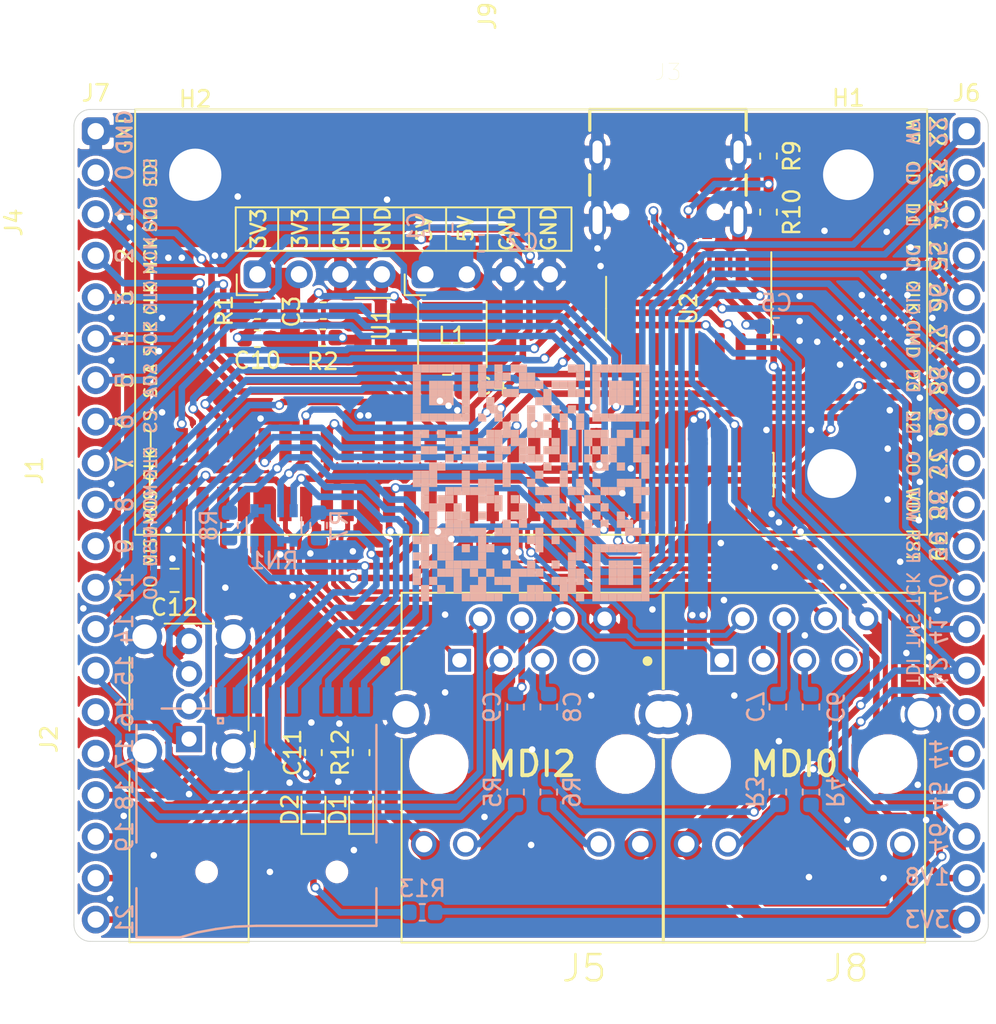
<source format=kicad_pcb>
(kicad_pcb (version 20171130) (host pcbnew "(5.1.6)-1")
  (layers (0 F.Cu signal) (31 B.Cu signal) (34 B.Paste user) (35 F.Paste user) (36 B.SilkS user) (37 F.SilkS user) (38 B.Mask user) (39 F.Mask user) (44 Edge.Cuts user))
  (net 0 "")
  (net 1 +5V)
  (net 2 GND)
  (net 3 "Net-(C3-Pad2)")
  (net 4 "Net-(C3-Pad1)")
  (net 5 +3V3)
  (net 6 "Net-(C6-Pad1)")
  (net 7 "Net-(C7-Pad1)")
  (net 8 "Net-(C8-Pad1)")
  (net 9 "Net-(C9-Pad1)")
  (net 10 "Net-(C10-Pad2)")
  (net 11 /IO45_UART_TXD1_PWM_CH0)
  (net 12 /IO46_UART_RXD1_PWM_CH1)
  (net 13 /IO44_WLED_N)
  (net 14 "Net-(J1-Pad55)")
  (net 15 /IO43_EPHY_LED0_N_JTDO)
  (net 16 /IO39_EPHY_LED4_N_JTRST_N)
  (net 17 /IO8_SPI_MOSI)
  (net 18 /IO7_SPI_CLK)
  (net 19 /IO9_SPI_MISO)
  (net 20 /O38_WDT_RST_N)
  (net 21 +1V8)
  (net 22 /O5_I2C_SD)
  (net 23 /O4_I2C_SCLK)
  (net 24 /IO6_SPI_CS1_CO_CLKO)
  (net 25 /IO37_REF_CLK0)
  (net 26 /IO1_I2S_SDO)
  (net 27 /IO29_MDI_TN_P4_SD_D2)
  (net 28 /IO3_I2S_CLK)
  (net 29 /IO28_MDI_TP_P4_SD_D3)
  (net 30 /O0_I2S_SDI)
  (net 31 /IO27_MDI_RN_P4_SD_CMD)
  (net 32 /IO2_I2S_WS)
  (net 33 /IO26_MDI_RP_P4_SD_CLK)
  (net 34 /IO11_GPIO0_CO_CLKO)
  (net 35 /IO25_MDI_RN_P3_SD_D0)
  (net 36 /IO24_MDI_RP_P3_SD_D1)
  (net 37 /IO23_MDI_TN_P3_SD_CD)
  (net 38 /IO22_MDI_TP_P3_SD_WP)
  (net 39 /IO21_MDI_TN_P2_UART_RXD1)
  (net 40 /IO20_MDI_TP_P2_UART_TXD2)
  (net 41 /IO42_EPHY_LED1_N_JTD)
  (net 42 /IO19_MDI_RN_P2_PWM_CH1)
  (net 43 /IO41_PHY_LED2_N_JTMS)
  (net 44 /IO18_MDI_RP_P2_PWM_CH0)
  (net 45 /IO40_EPHY_LED3_N_JTCLK)
  (net 46 "Net-(J3-PadB8)")
  (net 47 "Net-(J3-PadA5)")
  (net 48 /DBG_DM)
  (net 49 "Net-(J3-PadB5)")
  (net 50 "Net-(J3-PadA8)")
  (net 51 /DBG_DP)
  (net 52 "Net-(J5-Pad11)")
  (net 53 "Net-(J5-Pad10)")
  (net 54 "Net-(J8-Pad11)")
  (net 55 "Net-(J8-Pad10)")
  (net 56 "Net-(U2-Pad15)")
  (net 57 "Net-(U2-Pad14)")
  (net 58 "Net-(U2-Pad13)")
  (net 59 "Net-(U2-Pad12)")
  (net 60 "Net-(U2-Pad11)")
  (net 61 "Net-(U2-Pad10)")
  (net 62 "Net-(U2-Pad9)")
  (net 63 "Net-(U2-Pad8)")
  (net 64 "Net-(U2-Pad7)")
  (net 65 /MDI_R0_N)
  (net 66 /MDI_R0_P)
  (net 67 /MDI_T0_P)
  (net 68 /MDI_T0_N)
  (net 69 /0MDI_T1_P)
  (net 70 /0MDI_T1_N)
  (net 71 /0MDI_R1_P)
  (net 72 /0MDI_R1_N)
  (net 73 /AUSB_P)
  (net 74 /AUSB_N)
  (net 75 "Net-(D1-Pad2)")
  (net 76 "Net-(D2-Pad1)")
  (module Connector_PinHeader_2.54mm:PinHeader_1x20_P2.54mm_Vertical (layer F.Cu) (at 101.727 43.8785)
    (fp_text reference J6 (at 0 -2.33) (layer F.SilkS))
    (fp_text value Conn_01x20)
    (pad 20 thru_hole oval (at 0 48.26) (size 1.7 1.7) (drill 1) (layers *.Cu *.Mask) (net 5 +3V3))
    (pad 19 thru_hole oval (at 0 45.72) (size 1.7 1.7) (drill 1) (layers *.Cu *.Mask) (net 21 +1V8))
    (pad 18 thru_hole oval (at 0 43.18) (size 1.7 1.7) (drill 1) (layers *.Cu *.Mask) (net 12 /IO46_UART_RXD1_PWM_CH1))
    (pad 17 thru_hole oval (at 0 40.64) (size 1.7 1.7) (drill 1) (layers *.Cu *.Mask) (net 11 /IO45_UART_TXD1_PWM_CH0))
    (pad 16 thru_hole oval (at 0 38.1) (size 1.7 1.7) (drill 1) (layers *.Cu *.Mask) (net 13 /IO44_WLED_N))
    (pad 15 thru_hole oval (at 0 35.56) (size 1.7 1.7) (drill 1) (layers *.Cu *.Mask) (net 15 /IO43_EPHY_LED0_N_JTDO))
    (pad 14 thru_hole oval (at 0 33.02) (size 1.7 1.7) (drill 1) (layers *.Cu *.Mask) (net 41 /IO42_EPHY_LED1_N_JTD))
    (pad 13 thru_hole oval (at 0 30.48) (size 1.7 1.7) (drill 1) (layers *.Cu *.Mask) (net 43 /IO41_PHY_LED2_N_JTMS))
    (pad 12 thru_hole oval (at 0 27.94) (size 1.7 1.7) (drill 1) (layers *.Cu *.Mask) (net 45 /IO40_EPHY_LED3_N_JTCLK))
    (pad 11 thru_hole oval (at 0 25.4) (size 1.7 1.7) (drill 1) (layers *.Cu *.Mask) (net 16 /IO39_EPHY_LED4_N_JTRST_N))
    (pad 10 thru_hole oval (at 0 22.86) (size 1.7 1.7) (drill 1) (layers *.Cu *.Mask) (net 20 /O38_WDT_RST_N))
    (pad 9 thru_hole oval (at 0 20.32) (size 1.7 1.7) (drill 1) (layers *.Cu *.Mask) (net 25 /IO37_REF_CLK0))
    (pad 8 thru_hole oval (at 0 17.78) (size 1.7 1.7) (drill 1) (layers *.Cu *.Mask) (net 27 /IO29_MDI_TN_P4_SD_D2))
    (pad 7 thru_hole oval (at 0 15.24) (size 1.7 1.7) (drill 1) (layers *.Cu *.Mask) (net 29 /IO28_MDI_TP_P4_SD_D3))
    (pad 6 thru_hole oval (at 0 12.7) (size 1.7 1.7) (drill 1) (layers *.Cu *.Mask) (net 31 /IO27_MDI_RN_P4_SD_CMD))
    (pad 5 thru_hole oval (at 0 10.16) (size 1.7 1.7) (drill 1) (layers *.Cu *.Mask) (net 33 /IO26_MDI_RP_P4_SD_CLK))
    (pad 4 thru_hole oval (at 0 7.62) (size 1.7 1.7) (drill 1) (layers *.Cu *.Mask) (net 35 /IO25_MDI_RN_P3_SD_D0))
    (pad 3 thru_hole oval (at 0 5.08) (size 1.7 1.7) (drill 1) (layers *.Cu *.Mask) (net 36 /IO24_MDI_RP_P3_SD_D1))
    (pad 2 thru_hole oval (at 0 2.54) (size 1.7 1.7) (drill 1) (layers *.Cu *.Mask) (net 37 /IO23_MDI_TN_P3_SD_CD))
    (pad 1 thru_hole roundrect (at 0 0) (size 1.7 1.7) (drill 1) (layers *.Cu *.Mask) (net 38 /IO22_MDI_TP_P3_SD_WP))
  )
  (module Connector_PinHeader_2.54mm:PinHeader_1x20_P2.54mm_Vertical (layer F.Cu) (at 48.387 43.8785)
    (fp_text reference J7 (at 0 -2.33) (layer F.SilkS))
    (fp_text value Conn_01x20)
    (pad 20 thru_hole oval (at 0 48.26) (size 1.7 1.7) (drill 1) (layers *.Cu *.Mask) (net 39 /IO21_MDI_TN_P2_UART_RXD1))
    (pad 19 thru_hole oval (at 0 45.72) (size 1.7 1.7) (drill 1) (layers *.Cu *.Mask) (net 40 /IO20_MDI_TP_P2_UART_TXD2))
    (pad 18 thru_hole oval (at 0 43.18) (size 1.7 1.7) (drill 1) (layers *.Cu *.Mask) (net 42 /IO19_MDI_RN_P2_PWM_CH1))
    (pad 17 thru_hole oval (at 0 40.64) (size 1.7 1.7) (drill 1) (layers *.Cu *.Mask) (net 44 /IO18_MDI_RP_P2_PWM_CH0))
    (pad 16 thru_hole oval (at 0 38.1) (size 1.7 1.7) (drill 1) (layers *.Cu *.Mask) (net 72 /0MDI_R1_N))
    (pad 15 thru_hole oval (at 0 35.56) (size 1.7 1.7) (drill 1) (layers *.Cu *.Mask) (net 71 /0MDI_R1_P))
    (pad 14 thru_hole oval (at 0 33.02) (size 1.7 1.7) (drill 1) (layers *.Cu *.Mask) (net 70 /0MDI_T1_N))
    (pad 13 thru_hole oval (at 0 30.48) (size 1.7 1.7) (drill 1) (layers *.Cu *.Mask) (net 69 /0MDI_T1_P))
    (pad 12 thru_hole oval (at 0 27.94) (size 1.7 1.7) (drill 1) (layers *.Cu *.Mask) (net 34 /IO11_GPIO0_CO_CLKO))
    (pad 11 thru_hole oval (at 0 25.4) (size 1.7 1.7) (drill 1) (layers *.Cu *.Mask) (net 19 /IO9_SPI_MISO))
    (pad 10 thru_hole oval (at 0 22.86) (size 1.7 1.7) (drill 1) (layers *.Cu *.Mask) (net 17 /IO8_SPI_MOSI))
    (pad 9 thru_hole oval (at 0 20.32) (size 1.7 1.7) (drill 1) (layers *.Cu *.Mask) (net 18 /IO7_SPI_CLK))
    (pad 8 thru_hole oval (at 0 17.78) (size 1.7 1.7) (drill 1) (layers *.Cu *.Mask) (net 24 /IO6_SPI_CS1_CO_CLKO))
    (pad 7 thru_hole oval (at 0 15.24) (size 1.7 1.7) (drill 1) (layers *.Cu *.Mask) (net 22 /O5_I2C_SD))
    (pad 6 thru_hole oval (at 0 12.7) (size 1.7 1.7) (drill 1) (layers *.Cu *.Mask) (net 23 /O4_I2C_SCLK))
    (pad 5 thru_hole oval (at 0 10.16) (size 1.7 1.7) (drill 1) (layers *.Cu *.Mask) (net 28 /IO3_I2S_CLK))
    (pad 4 thru_hole oval (at 0 7.62) (size 1.7 1.7) (drill 1) (layers *.Cu *.Mask) (net 32 /IO2_I2S_WS))
    (pad 3 thru_hole oval (at 0 5.08) (size 1.7 1.7) (drill 1) (layers *.Cu *.Mask) (net 26 /IO1_I2S_SDO))
    (pad 2 thru_hole oval (at 0 2.54) (size 1.7 1.7) (drill 1) (layers *.Cu *.Mask) (net 30 /O0_I2S_SDI))
    (pad 1 thru_hole roundrect (at 0 0) (size 1.7 1.7) (drill 1) (layers *.Cu *.Mask) (net 2 GND))
  )
  (module https:__github.com_SdtElectronics (layer B.Cu) (at 75.057 65.405 180)
    (fp_text reference QR***** hide)
    (fp_text value https://github.com/SdtElectronics hide)
  )
  (module Connector_PinHeader_2.54mm:PinHeader_1x04_P2.54mm_Horizontal (layer F.Cu) (at 68.58 52.6415 90)
    (fp_text reference J9 (at 15.8115 3.81 90) (layer F.SilkS))
    (fp_text value Conn_01x04)
    (pad 4 thru_hole oval (at 0 7.62 90) (size 1.7 1.7) (drill 1) (layers *.Cu *.Mask) (net 2 GND))
    (pad 3 thru_hole oval (at 0 5.08 90) (size 1.7 1.7) (drill 1) (layers *.Cu *.Mask) (net 2 GND))
    (pad 2 thru_hole oval (at 0 2.54 90) (size 1.7 1.7) (drill 1) (layers *.Cu *.Mask) (net 1 +5V))
    (pad 1 thru_hole roundrect (at 0 0 90) (size 1.7 1.7) (drill 1) (layers *.Cu *.Mask) (net 1 +5V))
  )
  (module Connector_PinHeader_2.54mm:PinHeader_1x04_P2.54mm_Horizontal (layer F.Cu) (at 58.293 52.6415 90)
    (fp_text reference J4 (at 3.175 -14.9225 90) (layer F.SilkS))
    (fp_text value Conn_01x04)
    (pad 4 thru_hole oval (at 0 7.62 90) (size 1.7 1.7) (drill 1) (layers *.Cu *.Mask) (net 2 GND))
    (pad 3 thru_hole oval (at 0 5.08 90) (size 1.7 1.7) (drill 1) (layers *.Cu *.Mask) (net 2 GND))
    (pad 2 thru_hole oval (at 0 2.54 90) (size 1.7 1.7) (drill 1) (layers *.Cu *.Mask) (net 5 +3V3))
    (pad 1 thru_hole roundrect (at 0 0 90) (size 1.7 1.7) (drill 1) (layers *.Cu *.Mask) (net 5 +3V3))
  )
  (module Resistor_SMD:R_0603_1608Metric (layer B.Cu) (at 68.3895 91.694)
    (fp_text reference R13 (at 0 -1.4605 180) (layer B.SilkS) (effects (justify mirror)))
    (fp_text value 1.5k)
    (pad 2 smd roundrect (at 0.7875 0) (size 0.875 0.95) (layers B.Cu B.Paste B.Mask) (net 13 /IO44_WLED_N))
    (pad 1 smd roundrect (at -0.7875 0) (size 0.875 0.95) (layers B.Cu B.Paste B.Mask) (net 76 "Net-(D2-Pad1)"))
  )
  (module LED_SMD:LED_0603_1608Metric (layer F.Cu) (at 61.722 85.4075 90)
    (fp_text reference D2 (at 0 -1.43 90) (layer F.SilkS))
    (fp_text value LED)
    (pad 2 smd roundrect (at 0.7875 0 90) (size 0.875 0.95) (layers F.Cu F.Paste F.Mask) (net 5 +3V3))
    (pad 1 smd roundrect (at -0.7875 0 90) (size 0.875 0.95) (layers F.Cu F.Paste F.Mask) (net 76 "Net-(D2-Pad1)"))
  )
  (module LED_SMD:LED_0603_1608Metric (layer F.Cu) (at 64.643 85.4075 90)
    (fp_text reference D1 (at 0 -1.43 90) (layer F.SilkS))
    (fp_text value LED)
    (pad 2 smd roundrect (at 0.7875 0 90) (size 0.875 0.95) (layers F.Cu F.Paste F.Mask) (net 75 "Net-(D1-Pad2)"))
    (pad 1 smd roundrect (at -0.7875 0 90) (size 0.875 0.95) (layers F.Cu F.Paste F.Mask) (net 2 GND))
  )
  (module Resistor_SMD:R_0603_1608Metric (layer F.Cu) (at 64.643 81.915 270)
    (fp_text reference R12 (at 0 1.27 90) (layer F.SilkS))
    (fp_text value 1.5k)
    (pad 2 smd roundrect (at 0.7875 0 270) (size 0.875 0.95) (layers F.Cu F.Paste F.Mask) (net 75 "Net-(D1-Pad2)"))
    (pad 1 smd roundrect (at -0.7875 0 270) (size 0.875 0.95) (layers F.Cu F.Paste F.Mask) (net 5 +3V3))
  )
  (module Inductor_SMD:L_Taiyo-Yuden_MD-4040 (layer F.Cu) (at 70.231 56.3245 270)
    (fp_text reference L1 (at 0.0635 0 180) (layer F.SilkS))
    (fp_text value 4.7u)
    (pad 2 smd rect (at 1.4 0 270) (size 1.2 3.7) (layers F.Cu F.Paste F.Mask) (net 5 +3V3))
    (pad 1 smd rect (at -1.4 0 270) (size 1.2 3.7) (layers F.Cu F.Paste F.Mask) (net 4 "Net-(C3-Pad1)"))
  )
  (module Connector_PinSocket_1.27mm:PinSocket_2x30_P1.27mm_Vertical_SMD (layer F.Cu) (at 70.8025 64.897 90)
    (fp_text reference J1 (at 0.254 -26.162 90) (layer F.SilkS))
    (fp_text value Conn_02x30_Odd_Even)
    (pad 1 smd rect (at 1.8 -18.415 90) (size 2.1 0.75) (layers F.Cu F.Paste F.Mask) (net 2 GND))
    (pad 2 smd rect (at -1.8 -18.415 90) (size 2.1 0.75) (layers F.Cu F.Paste F.Mask) (net 2 GND))
    (pad 3 smd rect (at 1.8 -17.145 90) (size 2.1 0.75) (layers F.Cu F.Paste F.Mask) (net 45 /IO40_EPHY_LED3_N_JTCLK))
    (pad 4 smd rect (at -1.8 -17.145 90) (size 2.1 0.75) (layers F.Cu F.Paste F.Mask) (net 44 /IO18_MDI_RP_P2_PWM_CH0))
    (pad 5 smd rect (at 1.8 -15.875 90) (size 2.1 0.75) (layers F.Cu F.Paste F.Mask) (net 43 /IO41_PHY_LED2_N_JTMS))
    (pad 6 smd rect (at -1.8 -15.875 90) (size 2.1 0.75) (layers F.Cu F.Paste F.Mask) (net 42 /IO19_MDI_RN_P2_PWM_CH1))
    (pad 7 smd rect (at 1.8 -14.605 90) (size 2.1 0.75) (layers F.Cu F.Paste F.Mask) (net 41 /IO42_EPHY_LED1_N_JTD))
    (pad 8 smd rect (at -1.8 -14.605 90) (size 2.1 0.75) (layers F.Cu F.Paste F.Mask) (net 40 /IO20_MDI_TP_P2_UART_TXD2))
    (pad 9 smd rect (at 1.8 -13.335 90) (size 2.1 0.75) (layers F.Cu F.Paste F.Mask) (net 2 GND))
    (pad 10 smd rect (at -1.8 -13.335 90) (size 2.1 0.75) (layers F.Cu F.Paste F.Mask) (net 39 /IO21_MDI_TN_P2_UART_RXD1))
    (pad 11 smd rect (at 1.8 -12.065 90) (size 2.1 0.75) (layers F.Cu F.Paste F.Mask) (net 38 /IO22_MDI_TP_P3_SD_WP))
    (pad 12 smd rect (at -1.8 -12.065 90) (size 2.1 0.75) (layers F.Cu F.Paste F.Mask) (net 2 GND))
    (pad 13 smd rect (at 1.8 -10.795 90) (size 2.1 0.75) (layers F.Cu F.Paste F.Mask) (net 37 /IO23_MDI_TN_P3_SD_CD))
    (pad 14 smd rect (at -1.8 -10.795 90) (size 2.1 0.75) (layers F.Cu F.Paste F.Mask) (net 69 /0MDI_T1_P))
    (pad 15 smd rect (at 1.8 -9.525 90) (size 2.1 0.75) (layers F.Cu F.Paste F.Mask) (net 36 /IO24_MDI_RP_P3_SD_D1))
    (pad 16 smd rect (at -1.8 -9.525 90) (size 2.1 0.75) (layers F.Cu F.Paste F.Mask) (net 70 /0MDI_T1_N))
    (pad 17 smd rect (at 1.8 -8.255 90) (size 2.1 0.75) (layers F.Cu F.Paste F.Mask) (net 35 /IO25_MDI_RN_P3_SD_D0))
    (pad 18 smd rect (at -1.8 -8.255 90) (size 2.1 0.75) (layers F.Cu F.Paste F.Mask) (net 71 /0MDI_R1_P))
    (pad 19 smd rect (at 1.8 -6.985 90) (size 2.1 0.75) (layers F.Cu F.Paste F.Mask) (net 5 +3V3))
    (pad 20 smd rect (at -1.8 -6.985 90) (size 2.1 0.75) (layers F.Cu F.Paste F.Mask) (net 72 /0MDI_R1_N))
    (pad 21 smd rect (at 1.8 -5.715 90) (size 2.1 0.75) (layers F.Cu F.Paste F.Mask) (net 5 +3V3))
    (pad 22 smd rect (at -1.8 -5.715 90) (size 2.1 0.75) (layers F.Cu F.Paste F.Mask) (net 2 GND))
    (pad 23 smd rect (at 1.8 -4.445 90) (size 2.1 0.75) (layers F.Cu F.Paste F.Mask) (net 34 /IO11_GPIO0_CO_CLKO))
    (pad 24 smd rect (at -1.8 -4.445 90) (size 2.1 0.75) (layers F.Cu F.Paste F.Mask) (net 33 /IO26_MDI_RP_P4_SD_CLK))
    (pad 25 smd rect (at 1.8 -3.175 90) (size 2.1 0.75) (layers F.Cu F.Paste F.Mask) (net 32 /IO2_I2S_WS))
    (pad 26 smd rect (at -1.8 -3.175 90) (size 2.1 0.75) (layers F.Cu F.Paste F.Mask) (net 31 /IO27_MDI_RN_P4_SD_CMD))
    (pad 27 smd rect (at 1.8 -1.905 90) (size 2.1 0.75) (layers F.Cu F.Paste F.Mask) (net 30 /O0_I2S_SDI))
    (pad 28 smd rect (at -1.8 -1.905 90) (size 2.1 0.75) (layers F.Cu F.Paste F.Mask) (net 29 /IO28_MDI_TP_P4_SD_D3))
    (pad 29 smd rect (at 1.8 -0.635 90) (size 2.1 0.75) (layers F.Cu F.Paste F.Mask) (net 28 /IO3_I2S_CLK))
    (pad 30 smd rect (at -1.8 -0.635 90) (size 2.1 0.75) (layers F.Cu F.Paste F.Mask) (net 27 /IO29_MDI_TN_P4_SD_D2))
    (pad 31 smd rect (at 1.8 0.635 90) (size 2.1 0.75) (layers F.Cu F.Paste F.Mask) (net 26 /IO1_I2S_SDO))
    (pad 32 smd rect (at -1.8 0.635 90) (size 2.1 0.75) (layers F.Cu F.Paste F.Mask) (net 65 /MDI_R0_N))
    (pad 33 smd rect (at 1.8 1.905 90) (size 2.1 0.75) (layers F.Cu F.Paste F.Mask) (net 25 /IO37_REF_CLK0))
    (pad 34 smd rect (at -1.8 1.905 90) (size 2.1 0.75) (layers F.Cu F.Paste F.Mask) (net 66 /MDI_R0_P))
    (pad 35 smd rect (at 1.8 3.175 90) (size 2.1 0.75) (layers F.Cu F.Paste F.Mask) (net 73 /AUSB_P))
    (pad 36 smd rect (at -1.8 3.175 90) (size 2.1 0.75) (layers F.Cu F.Paste F.Mask) (net 67 /MDI_T0_P))
    (pad 37 smd rect (at 1.8 4.445 90) (size 2.1 0.75) (layers F.Cu F.Paste F.Mask) (net 74 /AUSB_N))
    (pad 38 smd rect (at -1.8 4.445 90) (size 2.1 0.75) (layers F.Cu F.Paste F.Mask) (net 68 /MDI_T0_N))
    (pad 39 smd rect (at 1.8 5.715 90) (size 2.1 0.75) (layers F.Cu F.Paste F.Mask) (net 24 /IO6_SPI_CS1_CO_CLKO))
    (pad 40 smd rect (at -1.8 5.715 90) (size 2.1 0.75) (layers F.Cu F.Paste F.Mask) (net 2 GND))
    (pad 41 smd rect (at 1.8 6.985 90) (size 2.1 0.75) (layers F.Cu F.Paste F.Mask) (net 23 /O4_I2C_SCLK))
    (pad 42 smd rect (at -1.8 6.985 90) (size 2.1 0.75) (layers F.Cu F.Paste F.Mask) (net 21 +1V8))
    (pad 43 smd rect (at 1.8 8.255 90) (size 2.1 0.75) (layers F.Cu F.Paste F.Mask) (net 22 /O5_I2C_SD))
    (pad 44 smd rect (at -1.8 8.255 90) (size 2.1 0.75) (layers F.Cu F.Paste F.Mask) (net 21 +1V8))
    (pad 45 smd rect (at 1.8 9.525 90) (size 2.1 0.75) (layers F.Cu F.Paste F.Mask) (net 20 /O38_WDT_RST_N))
    (pad 46 smd rect (at -1.8 9.525 90) (size 2.1 0.75) (layers F.Cu F.Paste F.Mask) (net 2 GND))
    (pad 47 smd rect (at 1.8 10.795 90) (size 2.1 0.75) (layers F.Cu F.Paste F.Mask) (net 2 GND))
    (pad 48 smd rect (at -1.8 10.795 90) (size 2.1 0.75) (layers F.Cu F.Paste F.Mask) (net 19 /IO9_SPI_MISO))
    (pad 49 smd rect (at 1.8 12.065 90) (size 2.1 0.75) (layers F.Cu F.Paste F.Mask) (net 5 +3V3))
    (pad 50 smd rect (at -1.8 12.065 90) (size 2.1 0.75) (layers F.Cu F.Paste F.Mask) (net 18 /IO7_SPI_CLK))
    (pad 51 smd rect (at 1.8 13.335 90) (size 2.1 0.75) (layers F.Cu F.Paste F.Mask) (net 5 +3V3))
    (pad 52 smd rect (at -1.8 13.335 90) (size 2.1 0.75) (layers F.Cu F.Paste F.Mask) (net 17 /IO8_SPI_MOSI))
    (pad 53 smd rect (at 1.8 14.605 90) (size 2.1 0.75) (layers F.Cu F.Paste F.Mask) (net 16 /IO39_EPHY_LED4_N_JTRST_N))
    (pad 54 smd rect (at -1.8 14.605 90) (size 2.1 0.75) (layers F.Cu F.Paste F.Mask) (net 15 /IO43_EPHY_LED0_N_JTDO))
    (pad 55 smd rect (at 1.8 15.875 90) (size 2.1 0.75) (layers F.Cu F.Paste F.Mask) (net 14 "Net-(J1-Pad55)"))
    (pad 56 smd rect (at -1.8 15.875 90) (size 2.1 0.75) (layers F.Cu F.Paste F.Mask) (net 13 /IO44_WLED_N))
    (pad 57 smd rect (at 1.8 17.145 90) (size 2.1 0.75) (layers F.Cu F.Paste F.Mask) (net 12 /IO46_UART_RXD1_PWM_CH1))
    (pad 58 smd rect (at -1.8 17.145 90) (size 2.1 0.75) (layers F.Cu F.Paste F.Mask) (net 11 /IO45_UART_TXD1_PWM_CH0))
    (pad 59 smd rect (at 1.8 18.415 90) (size 2.1 0.75) (layers F.Cu F.Paste F.Mask) (net 2 GND))
    (pad 60 smd rect (at -1.8 18.415 90) (size 2.1 0.75) (layers F.Cu F.Paste F.Mask) (net 2 GND))
  )
  (module llibs:Conn_uSDcard (layer B.Cu) (at 58.2295 89.2175 180)
    (fp_text reference XS1)
    (fp_text value SD_ebay-uSD-push_push_SMD)
    (pad 6 smd rect (at 7.75 0.4 180) (size 1.2 2.2) (layers B.Cu B.Paste B.Mask) (net 2 GND))
    (pad 6 smd rect (at -7.75 0.4 180) (size 1.2 2.2) (layers B.Cu B.Paste B.Mask) (net 2 GND))
    (pad 6 smd rect (at 6.85 10 180) (size 1.6 1.4) (layers B.Cu B.Paste B.Mask) (net 2 GND))
    (pad 6 smd rect (at -7.75 10 180) (size 1.2 1.4) (layers B.Cu B.Paste B.Mask) (net 2 GND))
    (pad 9 smd rect (at -6.6 10.5 180) (size 0.7 1.6) (layers B.Cu B.Paste B.Mask) (net 37 /IO23_MDI_TN_P3_SD_CD))
    (pad 7 smd rect (at -4.4 10.5 180) (size 0.7 1.6) (layers B.Cu B.Paste B.Mask) (net 35 /IO25_MDI_RN_P3_SD_D0))
    (pad 8 smd rect (at -5.5 10.5 180) (size 0.7 1.6) (layers B.Cu B.Paste B.Mask) (net 36 /IO24_MDI_RP_P3_SD_D1))
    (pad 6 smd rect (at -3.3 10.5 180) (size 0.7 1.6) (layers B.Cu B.Paste B.Mask) (net 2 GND))
    (pad 5 smd rect (at -2.2 10.5 180) (size 0.7 1.6) (layers B.Cu B.Paste B.Mask) (net 33 /IO26_MDI_RP_P4_SD_CLK))
    (pad 4 smd rect (at -1.1 10.5 180) (size 0.7 1.6) (layers B.Cu B.Paste B.Mask) (net 5 +3V3))
    (pad 1 smd rect (at 2.2 10.5 180) (size 0.7 1.6) (layers B.Cu B.Paste B.Mask) (net 27 /IO29_MDI_TN_P4_SD_D2))
    (pad 2 smd rect (at 1.1 10.5 180) (size 0.7 1.6) (layers B.Cu B.Paste B.Mask) (net 29 /IO28_MDI_TP_P4_SD_D3))
    (pad "" np_thru_hole circle (at 3.05 0 180) (size 1 1) (drill 1) (layers *.Cu))
    (pad "" np_thru_hole circle (at -4.93 0 180) (size 1 1) (drill 1) (layers *.Cu))
    (pad 3 smd rect (at 0 10.5 180) (size 0.7 1.6) (layers B.Cu B.Paste B.Mask) (net 31 /IO27_MDI_RN_P4_SD_CMD))
  )
  (module Package_SO:SOIC-16_3.9x9.9mm_P1.27mm (layer F.Cu) (at 84.709 54.737 270)
    (fp_text reference U2 (at 0 0 90) (layer F.SilkS))
    (fp_text value CH340C)
    (pad 16 smd roundrect (at 2.475 -4.445 270) (size 1.95 0.6) (layers F.Cu F.Paste F.Mask) (net 5 +3V3))
    (pad 15 smd roundrect (at 2.475 -3.175 270) (size 1.95 0.6) (layers F.Cu F.Paste F.Mask) (net 56 "Net-(U2-Pad15)"))
    (pad 14 smd roundrect (at 2.475 -1.905 270) (size 1.95 0.6) (layers F.Cu F.Paste F.Mask) (net 57 "Net-(U2-Pad14)"))
    (pad 13 smd roundrect (at 2.475 -0.635 270) (size 1.95 0.6) (layers F.Cu F.Paste F.Mask) (net 58 "Net-(U2-Pad13)"))
    (pad 12 smd roundrect (at 2.475 0.635 270) (size 1.95 0.6) (layers F.Cu F.Paste F.Mask) (net 59 "Net-(U2-Pad12)"))
    (pad 11 smd roundrect (at 2.475 1.905 270) (size 1.95 0.6) (layers F.Cu F.Paste F.Mask) (net 60 "Net-(U2-Pad11)"))
    (pad 10 smd roundrect (at 2.475 3.175 270) (size 1.95 0.6) (layers F.Cu F.Paste F.Mask) (net 61 "Net-(U2-Pad10)"))
    (pad 9 smd roundrect (at 2.475 4.445 270) (size 1.95 0.6) (layers F.Cu F.Paste F.Mask) (net 62 "Net-(U2-Pad9)"))
    (pad 8 smd roundrect (at -2.475 4.445 270) (size 1.95 0.6) (layers F.Cu F.Paste F.Mask) (net 63 "Net-(U2-Pad8)"))
    (pad 7 smd roundrect (at -2.475 3.175 270) (size 1.95 0.6) (layers F.Cu F.Paste F.Mask) (net 64 "Net-(U2-Pad7)"))
    (pad 6 smd roundrect (at -2.475 1.905 270) (size 1.95 0.6) (layers F.Cu F.Paste F.Mask) (net 48 /DBG_DM))
    (pad 5 smd roundrect (at -2.475 0.635 270) (size 1.95 0.6) (layers F.Cu F.Paste F.Mask) (net 51 /DBG_DP))
    (pad 4 smd roundrect (at -2.475 -0.635 270) (size 1.95 0.6) (layers F.Cu F.Paste F.Mask) (net 5 +3V3))
    (pad 3 smd roundrect (at -2.475 -1.905 270) (size 1.95 0.6) (layers F.Cu F.Paste F.Mask) (net 11 /IO45_UART_TXD1_PWM_CH0))
    (pad 2 smd roundrect (at -2.475 -3.175 270) (size 1.95 0.6) (layers F.Cu F.Paste F.Mask) (net 12 /IO46_UART_RXD1_PWM_CH1))
    (pad 1 smd roundrect (at -2.475 -4.445 270) (size 1.95 0.6) (layers F.Cu F.Paste F.Mask) (net 2 GND))
  )
  (module Package_TO_SOT_SMD:SOT-23-6 (layer F.Cu) (at 65.8495 55.6895)
    (fp_text reference U1 (at 0 0 90) (layer F.SilkS))
    (fp_text value SY8120B1ABC)
    (pad 1 smd rect (at -1.1 -0.95) (size 1.06 0.65) (layers F.Cu F.Paste F.Mask) (net 3 "Net-(C3-Pad2)"))
    (pad 2 smd rect (at -1.1 0) (size 1.06 0.65) (layers F.Cu F.Paste F.Mask) (net 2 GND))
    (pad 3 smd rect (at -1.1 0.95) (size 1.06 0.65) (layers F.Cu F.Paste F.Mask) (net 10 "Net-(C10-Pad2)"))
    (pad 4 smd rect (at 1.1 0.95) (size 1.06 0.65) (layers F.Cu F.Paste F.Mask) (net 1 +5V))
    (pad 6 smd rect (at 1.1 -0.95) (size 1.06 0.65) (layers F.Cu F.Paste F.Mask) (net 4 "Net-(C3-Pad1)"))
    (pad 5 smd rect (at 1.1 0) (size 1.06 0.65) (layers F.Cu F.Paste F.Mask) (net 1 +5V))
  )
  (module Resistor_SMD:R_Array_Convex_4x0603 (layer B.Cu) (at 59.309 68.0085 270)
    (fp_text reference RN1 (at 2.159 0) (layer B.SilkS) (effects (justify mirror)))
    (fp_text value 10k)
    (pad 5 smd rect (at 0.9 -1.2 270) (size 0.8 0.5) (layers B.Cu B.Paste B.Mask) (net 5 +3V3))
    (pad 6 smd rect (at 0.9 -0.4 270) (size 0.8 0.4) (layers B.Cu B.Paste B.Mask) (net 5 +3V3))
    (pad 8 smd rect (at 0.9 1.2 270) (size 0.8 0.5) (layers B.Cu B.Paste B.Mask) (net 27 /IO29_MDI_TN_P4_SD_D2))
    (pad 7 smd rect (at 0.9 0.4 270) (size 0.8 0.4) (layers B.Cu B.Paste B.Mask) (net 29 /IO28_MDI_TP_P4_SD_D3))
    (pad 4 smd rect (at -0.9 -1.2 270) (size 0.8 0.5) (layers B.Cu B.Paste B.Mask) (net 35 /IO25_MDI_RN_P3_SD_D0))
    (pad 2 smd rect (at -0.9 0.4 270) (size 0.8 0.4) (layers B.Cu B.Paste B.Mask) (net 5 +3V3))
    (pad 3 smd rect (at -0.9 -0.4 270) (size 0.8 0.4) (layers B.Cu B.Paste B.Mask) (net 36 /IO24_MDI_RP_P3_SD_D1))
    (pad 1 smd rect (at -0.9 1.2 270) (size 0.8 0.5) (layers B.Cu B.Paste B.Mask) (net 5 +3V3))
  )
  (module Resistor_SMD:R_0603_1608Metric (layer F.Cu) (at 89.5985 48.8315 270)
    (fp_text reference R10 (at 0 -1.43 90) (layer F.SilkS))
    (fp_text value 1.5k)
    (pad 2 smd roundrect (at 0.7875 0 270) (size 0.875 0.95) (layers F.Cu F.Paste F.Mask) (net 2 GND))
    (pad 1 smd roundrect (at -0.7875 0 270) (size 0.875 0.95) (layers F.Cu F.Paste F.Mask) (net 47 "Net-(J3-PadA5)"))
  )
  (module Resistor_SMD:R_0603_1608Metric (layer F.Cu) (at 89.5985 45.4025 270)
    (fp_text reference R9 (at 0 -1.43 90) (layer F.SilkS))
    (fp_text value 1.5k)
    (pad 2 smd roundrect (at 0.7875 0 270) (size 0.875 0.95) (layers F.Cu F.Paste F.Mask) (net 47 "Net-(J3-PadA5)"))
    (pad 1 smd roundrect (at -0.7875 0 270) (size 0.875 0.95) (layers F.Cu F.Paste F.Mask) (net 1 +5V))
  )
  (module Resistor_SMD:R_0603_1608Metric (layer B.Cu) (at 56.5785 68.0085 90)
    (fp_text reference R8 (at 0 -1.27 90) (layer B.SilkS) (effects (justify mirror)))
    (fp_text value 10k)
    (pad 1 smd roundrect (at -0.7875 0 90) (size 0.875 0.95) (layers B.Cu B.Paste B.Mask) (net 5 +3V3))
    (pad 2 smd roundrect (at 0.7875 0 90) (size 0.875 0.95) (layers B.Cu B.Paste B.Mask) (net 37 /IO23_MDI_TN_P3_SD_CD))
  )
  (module Resistor_SMD:R_0603_1608Metric (layer B.Cu) (at 62.0395 68.0085 270)
    (fp_text reference R7 (at 0 -1.27 270) (layer B.SilkS) (effects (justify mirror)))
    (fp_text value 10k)
    (pad 2 smd roundrect (at 0.7875 0 270) (size 0.875 0.95) (layers B.Cu B.Paste B.Mask) (net 31 /IO27_MDI_RN_P4_SD_CMD))
    (pad 1 smd roundrect (at -0.7875 0 270) (size 0.875 0.95) (layers B.Cu B.Paste B.Mask) (net 5 +3V3))
  )
  (module Resistor_SMD:R_0603_1608Metric (layer B.Cu) (at 76.1365 84.328 90)
    (fp_text reference R6 (at 0 1.43 90) (layer B.SilkS) (effects (justify mirror)))
    (fp_text value 1.5k)
    (pad 1 smd roundrect (at -0.7875 0 90) (size 0.875 0.95) (layers B.Cu B.Paste B.Mask) (net 52 "Net-(J5-Pad11)"))
    (pad 2 smd roundrect (at 0.7875 0 90) (size 0.875 0.95) (layers B.Cu B.Paste B.Mask) (net 41 /IO42_EPHY_LED1_N_JTD))
  )
  (module Resistor_SMD:R_0603_1608Metric (layer B.Cu) (at 74.1045 84.328 90)
    (fp_text reference R5 (at 0 -1.397 90) (layer B.SilkS) (effects (justify mirror)))
    (fp_text value 1.5k)
    (pad 1 smd roundrect (at -0.7875 0 90) (size 0.875 0.95) (layers B.Cu B.Paste B.Mask) (net 53 "Net-(J5-Pad10)"))
    (pad 2 smd roundrect (at 0.7875 0 90) (size 0.875 0.95) (layers B.Cu B.Paste B.Mask) (net 2 GND))
  )
  (module Resistor_SMD:R_0603_1608Metric (layer B.Cu) (at 92.202 84.328 90)
    (fp_text reference R4 (at 0 1.43 270 unlocked) (layer B.SilkS) (effects (justify mirror)))
    (fp_text value 1.5k)
    (pad 1 smd roundrect (at -0.7875 0 90) (size 0.875 0.95) (layers B.Cu B.Paste B.Mask) (net 54 "Net-(J8-Pad11)"))
    (pad 2 smd roundrect (at 0.7875 0 90) (size 0.875 0.95) (layers B.Cu B.Paste B.Mask) (net 15 /IO43_EPHY_LED0_N_JTDO))
  )
  (module Resistor_SMD:R_0603_1608Metric (layer B.Cu) (at 90.17 84.328 90)
    (fp_text reference R3 (at 0 -1.4605 270 unlocked) (layer B.SilkS) (effects (justify mirror)))
    (fp_text value 1.5k)
    (pad 1 smd roundrect (at -0.7875 0 90) (size 0.875 0.95) (layers B.Cu B.Paste B.Mask) (net 55 "Net-(J8-Pad10)"))
    (pad 2 smd roundrect (at 0.7875 0 90) (size 0.875 0.95) (layers B.Cu B.Paste B.Mask) (net 2 GND))
  )
  (module Resistor_SMD:R_0603_1608Metric (layer F.Cu) (at 62.2935 56.515)
    (fp_text reference R2 (at 0 1.4605 180) (layer F.SilkS))
    (fp_text value 100k)
    (pad 2 smd roundrect (at 0.7875 0) (size 0.875 0.95) (layers F.Cu F.Paste F.Mask) (net 10 "Net-(C10-Pad2)"))
    (pad 1 smd roundrect (at -0.7875 0) (size 0.875 0.95) (layers F.Cu F.Paste F.Mask) (net 5 +3V3))
  )
  (module Resistor_SMD:R_0603_1608Metric (layer F.Cu) (at 58.293 54.864 180)
    (fp_text reference R1 (at 2.032 0 90) (layer F.SilkS))
    (fp_text value 22.1k)
    (pad 2 smd roundrect (at 0.7875 0 180) (size 0.875 0.95) (layers F.Cu F.Paste F.Mask) (net 2 GND))
    (pad 1 smd roundrect (at -0.7875 0 180) (size 0.875 0.95) (layers F.Cu F.Paste F.Mask) (net 10 "Net-(C10-Pad2)"))
  )
  (module HR911105A:HANRUN_HR911105A (layer F.Cu) (at 91.186 82.6135 180)
    (fp_text reference J8 (at -3.18815 -12.50276) (layer F.SilkS) (effects (font (size 1.607654 1.607654))))
    (fp_text value HR911105A)
    (pad 1 thru_hole rect (at 4.45 6.35 180) (size 1.398 1.398) (drill 0.89) (layers *.Cu *.Mask) (net 67 /MDI_T0_P))
    (pad 2 thru_hole circle (at 3.18 8.89 180) (size 1.398 1.398) (drill 0.89) (layers *.Cu *.Mask) (net 68 /MDI_T0_N))
    (pad 3 thru_hole circle (at 1.91 6.35 180) (size 1.398 1.398) (drill 0.89) (layers *.Cu *.Mask) (net 65 /MDI_R0_N))
    (pad 4 thru_hole circle (at 0.64 8.89 180) (size 1.398 1.398) (drill 0.89) (layers *.Cu *.Mask) (net 7 "Net-(C7-Pad1)"))
    (pad 5 thru_hole circle (at -0.63 6.35 180) (size 1.398 1.398) (drill 0.89) (layers *.Cu *.Mask) (net 6 "Net-(C6-Pad1)"))
    (pad 6 thru_hole circle (at -1.9 8.89 180) (size 1.398 1.398) (drill 0.89) (layers *.Cu *.Mask) (net 66 /MDI_R0_P))
    (pad 7 thru_hole circle (at -3.17 6.35 180) (size 1.398 1.398) (drill 0.89) (layers *.Cu *.Mask))
    (pad 8 thru_hole circle (at -4.44 8.89 180) (size 1.398 1.398) (drill 0.89) (layers *.Cu *.Mask) (net 2 GND))
    (pad 9 thru_hole circle (at 6.625 -4.9 180) (size 1.53 1.53) (drill 1.02) (layers *.Cu *.Mask) (net 5 +3V3))
    (pad 10 thru_hole circle (at 4.085 -4.9 180) (size 1.53 1.53) (drill 1.02) (layers *.Cu *.Mask) (net 55 "Net-(J8-Pad10)"))
    (pad 12 thru_hole circle (at -6.625 -4.9 180) (size 1.53 1.53) (drill 1.02) (layers *.Cu *.Mask) (net 5 +3V3))
    (pad 11 thru_hole circle (at -4.085 -4.9 180) (size 1.53 1.53) (drill 1.02) (layers *.Cu *.Mask) (net 54 "Net-(J8-Pad11)"))
    (pad 15 thru_hole circle (at 7.745 3.05 180) (size 2.445 2.445) (drill 1.63) (layers *.Cu *.Mask) (net 2 GND))
    (pad 16 thru_hole circle (at -7.745 3.05 180) (size 2 2) (drill 1.63) (layers *.Cu *.Mask) (net 2 GND))
    (pad None np_thru_hole circle (at -5.715 0 180) (size 3.25 3.25) (drill 3.25) (layers *.Cu *.Mask))
    (pad None np_thru_hole circle (at 5.715 0 180) (size 3.25 3.25) (drill 3.25) (layers *.Cu *.Mask))
  )
  (module HR911105A:HANRUN_HR911105A (layer F.Cu) (at 75.1205 82.6135 180)
    (fp_text reference J5 (at -3.18815 -12.50276) (layer F.SilkS) (effects (font (size 1.607654 1.607654))))
    (fp_text value HR911105A)
    (pad 1 thru_hole rect (at 4.45 6.35 180) (size 1.398 1.398) (drill 0.89) (layers *.Cu *.Mask) (net 69 /0MDI_T1_P))
    (pad 2 thru_hole circle (at 3.18 8.89 180) (size 1.398 1.398) (drill 0.89) (layers *.Cu *.Mask) (net 70 /0MDI_T1_N))
    (pad 3 thru_hole circle (at 1.91 6.35 180) (size 1.398 1.398) (drill 0.89) (layers *.Cu *.Mask) (net 71 /0MDI_R1_P))
    (pad 4 thru_hole circle (at 0.64 8.89 180) (size 1.398 1.398) (drill 0.89) (layers *.Cu *.Mask) (net 9 "Net-(C9-Pad1)"))
    (pad 5 thru_hole circle (at -0.63 6.35 180) (size 1.398 1.398) (drill 0.89) (layers *.Cu *.Mask) (net 8 "Net-(C8-Pad1)"))
    (pad 6 thru_hole circle (at -1.9 8.89 180) (size 1.398 1.398) (drill 0.89) (layers *.Cu *.Mask) (net 72 /0MDI_R1_N))
    (pad 7 thru_hole circle (at -3.17 6.35 180) (size 1.398 1.398) (drill 0.89) (layers *.Cu *.Mask))
    (pad 8 thru_hole circle (at -4.44 8.89 180) (size 1.398 1.398) (drill 0.89) (layers *.Cu *.Mask) (net 2 GND))
    (pad 9 thru_hole circle (at 6.625 -4.9 180) (size 1.53 1.53) (drill 1.02) (layers *.Cu *.Mask) (net 5 +3V3))
    (pad 10 thru_hole circle (at 4.085 -4.9 180) (size 1.53 1.53) (drill 1.02) (layers *.Cu *.Mask) (net 53 "Net-(J5-Pad10)"))
    (pad 12 thru_hole circle (at -6.625 -4.9 180) (size 1.53 1.53) (drill 1.02) (layers *.Cu *.Mask) (net 5 +3V3))
    (pad 11 thru_hole circle (at -4.085 -4.9 180) (size 1.53 1.53) (drill 1.02) (layers *.Cu *.Mask) (net 52 "Net-(J5-Pad11)"))
    (pad 15 thru_hole circle (at 7.745 3.05 180) (size 2.445 2.445) (drill 1.63) (layers *.Cu *.Mask) (net 2 GND))
    (pad 16 thru_hole circle (at -7.745 3.05 180) (size 2.445 2.445) (drill 1.63) (layers *.Cu *.Mask) (net 2 GND))
    (pad None np_thru_hole circle (at -5.715 0 180) (size 3.25 3.25) (drill 3.25) (layers *.Cu *.Mask))
    (pad None np_thru_hole circle (at 5.715 0 180) (size 3.25 3.25) (drill 3.25) (layers *.Cu *.Mask))
  )
  (module USB4105-GF-A:GCT_USB4105-GF-A (layer F.Cu) (at 83.439 45.1485 180)
    (fp_text reference J3 (at 0 4.8895) (layer F.SilkS) (effects (font (thickness 0.015))))
    (fp_text value USB4105-GF-A)
    (pad B8 smd rect (at -1.75 -4.755 180) (size 0.3 1.15) (layers F.Cu F.Paste F.Mask) (net 46 "Net-(J3-PadB8)"))
    (pad A5 smd rect (at -1.25 -4.755 180) (size 0.3 1.15) (layers F.Cu F.Paste F.Mask) (net 47 "Net-(J3-PadA5)"))
    (pad B7 smd rect (at -0.75 -4.755 180) (size 0.3 1.15) (layers F.Cu F.Paste F.Mask) (net 48 /DBG_DM))
    (pad B5 smd rect (at 1.75 -4.755 180) (size 0.3 1.15) (layers F.Cu F.Paste F.Mask) (net 49 "Net-(J3-PadB5)"))
    (pad A8 smd rect (at 1.25 -4.755 180) (size 0.3 1.15) (layers F.Cu F.Paste F.Mask) (net 50 "Net-(J3-PadA8)"))
    (pad B6 smd rect (at 0.75 -4.755 180) (size 0.3 1.15) (layers F.Cu F.Paste F.Mask) (net 51 /DBG_DP))
    (pad A6 smd rect (at -0.25 -4.755 180) (size 0.3 1.15) (layers F.Cu F.Paste F.Mask) (net 51 /DBG_DP))
    (pad A7 smd rect (at 0.25 -4.755 180) (size 0.3 1.15) (layers F.Cu F.Paste F.Mask) (net 48 /DBG_DM))
    (pad B4_A9 smd rect (at 2.4 -4.755 180) (size 0.6 1.15) (layers F.Cu F.Paste F.Mask) (net 1 +5V))
    (pad A4_B9 smd rect (at -2.4 -4.755 180) (size 0.6 1.15) (layers F.Cu F.Paste F.Mask) (net 1 +5V))
    (pad B1_A12 smd rect (at 3.2 -4.755 180) (size 0.6 1.15) (layers F.Cu F.Paste F.Mask) (net 2 GND))
    (pad A1_B12 smd rect (at -3.2 -4.755 180) (size 0.6 1.15) (layers F.Cu F.Paste F.Mask) (net 2 GND))
    (pad None np_thru_hole circle (at -2.89 -3.68 180) (size 0.65 0.65) (drill 0.65) (layers *.Cu *.Mask))
    (pad None np_thru_hole circle (at 2.89 -3.68 180) (size 0.65 0.65) (drill 0.65) (layers *.Cu *.Mask))
    (pad S4 thru_hole oval (at 4.32 -4.18 180) (size 1.05 2.1) (drill oval 0.6 1.7) (layers *.Cu *.Mask) (net 2 GND))
    (pad S1 thru_hole oval (at -4.32 -4.18 180) (size 1.05 2.1) (drill oval 0.6 1.7) (layers *.Cu *.Mask) (net 2 GND))
    (pad S3 thru_hole oval (at 4.32 0 180) (size 1 2) (drill oval 0.6 1.4) (layers *.Cu *.Mask) (net 2 GND))
    (pad S2 thru_hole oval (at -4.32 0 180) (size 1 2) (drill oval 0.6 1.4) (layers *.Cu *.Mask) (net 2 GND))
  )
  (module Connector_USB:USB_A_Wuerth_614004134726_Horizontal (layer F.Cu) (at 54.102 81.0895 90)
    (fp_text reference J2 (at 0 -8.5725 90) (layer F.SilkS))
    (fp_text value USB_A)
    (pad 4 thru_hole circle (at 6 0 90) (size 1.6 1.6) (drill 0.92) (layers *.Cu *.Mask) (net 2 GND))
    (pad 3 thru_hole circle (at 4 0 90) (size 1.6 1.6) (drill 0.92) (layers *.Cu *.Mask) (net 73 /AUSB_P))
    (pad 2 thru_hole circle (at 2 0 90) (size 1.6 1.6) (drill 0.92) (layers *.Cu *.Mask) (net 74 /AUSB_N))
    (pad 1 thru_hole rect (at 0 0 90) (size 1.6 1.6) (drill 0.92) (layers *.Cu *.Mask) (net 1 +5V))
    (pad 5 thru_hole circle (at -0.73 2.72 90) (size 2.15 2.15) (drill 1.5) (layers *.Cu *.Mask) (net 2 GND))
    (pad 5 thru_hole circle (at 6.27 2.72 90) (size 2.15 2.15) (drill 1.5) (layers *.Cu *.Mask) (net 2 GND))
    (pad 5 thru_hole circle (at 6.27 -2.72 90) (size 2.15 2.15) (drill 1.5) (layers *.Cu *.Mask) (net 2 GND))
    (pad 5 thru_hole circle (at -0.73 -2.72 90) (size 2.15 2.15) (drill 1.5) (layers *.Cu *.Mask) (net 2 GND))
  )
  (module MountingHole:MountingHole_3.2mm_M3_Pad (layer F.Cu) (at 93.472 64.8335)
    (fp_text reference H3 (at 0 0) (layer F.SilkS))
    (fp_text value MountingHole_Pad)
    (pad 1 thru_hole circle (at 0 0) (size 3.1 3.1) (drill 3) (layers *.Cu *.Mask) (net 2 GND))
  )
  (module MountingHole:MountingHole_3.2mm_M3_Pad (layer F.Cu) (at 54.483 46.5455)
    (fp_text reference H2 (at 0 -4.6355) (layer F.SilkS))
    (fp_text value MountingHole_Pad)
    (pad 1 thru_hole circle (at 0 0) (size 4.2 4.2) (drill 3.2) (layers *.Cu *.Mask) (net 2 GND))
  )
  (module MountingHole:MountingHole_3.2mm_M3_Pad (layer F.Cu) (at 94.488 46.5455)
    (fp_text reference H1 (at 0 -4.699) (layer F.SilkS))
    (fp_text value MountingHole_Pad)
    (pad 1 thru_hole circle (at 0 0) (size 4.2 4.2) (drill 3.1) (layers *.Cu *.Mask) (net 2 GND))
  )
  (module Capacitor_SMD:C_0805_2012Metric (layer F.Cu) (at 53.213 71.374 180)
    (fp_text reference C12 (at 0 -1.65) (layer F.SilkS))
    (fp_text value 10u)
    (pad 1 smd roundrect (at -0.9375 0 180) (size 0.975 1.4) (layers F.Cu F.Paste F.Mask) (net 2 GND))
    (pad 2 smd roundrect (at 0.9375 0 180) (size 0.975 1.4) (layers F.Cu F.Paste F.Mask) (net 1 +5V))
  )
  (module Capacitor_SMD:C_0603_1608Metric (layer F.Cu) (at 61.722 81.915 270)
    (fp_text reference C11 (at 0 1.27 90) (layer F.SilkS))
    (fp_text value 0.1u)
    (pad 1 smd roundrect (at -0.7875 0 270) (size 0.875 0.95) (layers F.Cu F.Paste F.Mask) (net 2 GND))
    (pad 2 smd roundrect (at 0.7875 0 270) (size 0.875 0.95) (layers F.Cu F.Paste F.Mask) (net 5 +3V3))
  )
  (module Capacitor_SMD:C_0603_1608Metric (layer F.Cu) (at 58.293 56.5785 180)
    (fp_text reference C10 (at 0 -1.3335) (layer F.SilkS))
    (fp_text value 47p)
    (pad 2 smd roundrect (at 0.7875 0 180) (size 0.875 0.95) (layers F.Cu F.Paste F.Mask) (net 10 "Net-(C10-Pad2)"))
    (pad 1 smd roundrect (at -0.7875 0 180) (size 0.875 0.95) (layers F.Cu F.Paste F.Mask) (net 5 +3V3))
  )
  (module Capacitor_SMD:C_0603_1608Metric (layer B.Cu) (at 74.1045 79.121 270)
    (fp_text reference C9 (at 0 1.43 90) (layer B.SilkS) (effects (justify mirror)))
    (fp_text value 0.1u)
    (pad 1 smd roundrect (at -0.7875 0 270) (size 0.875 0.95) (layers B.Cu B.Paste B.Mask) (net 9 "Net-(C9-Pad1)"))
    (pad 2 smd roundrect (at 0.7875 0 270) (size 0.875 0.95) (layers B.Cu B.Paste B.Mask) (net 2 GND))
  )
  (module Capacitor_SMD:C_0603_1608Metric (layer B.Cu) (at 76.1365 79.121 270)
    (fp_text reference C8 (at 0 -1.4605 90) (layer B.SilkS) (effects (justify mirror)))
    (fp_text value 0.1u)
    (pad 1 smd roundrect (at -0.7875 0 270) (size 0.875 0.95) (layers B.Cu B.Paste B.Mask) (net 8 "Net-(C8-Pad1)"))
    (pad 2 smd roundrect (at 0.7875 0 270) (size 0.875 0.95) (layers B.Cu B.Paste B.Mask) (net 2 GND))
  )
  (module Capacitor_SMD:C_0603_1608Metric (layer B.Cu) (at 90.17 79.121 270)
    (fp_text reference C7 (at 0 1.43 270 unlocked) (layer B.SilkS) (effects (justify mirror)))
    (fp_text value 0.1u)
    (pad 1 smd roundrect (at -0.7875 0 270) (size 0.875 0.95) (layers B.Cu B.Paste B.Mask) (net 7 "Net-(C7-Pad1)"))
    (pad 2 smd roundrect (at 0.7875 0 270) (size 0.875 0.95) (layers B.Cu B.Paste B.Mask) (net 2 GND))
  )
  (module Capacitor_SMD:C_0603_1608Metric (layer B.Cu) (at 92.202 79.121 270)
    (fp_text reference C6 (at 0 -1.4605 270 unlocked) (layer B.SilkS) (effects (justify mirror)))
    (fp_text value 0.1u)
    (pad 1 smd roundrect (at -0.7875 0 270) (size 0.875 0.95) (layers B.Cu B.Paste B.Mask) (net 6 "Net-(C6-Pad1)"))
    (pad 2 smd roundrect (at 0.7875 0 270) (size 0.875 0.95) (layers B.Cu B.Paste B.Mask) (net 2 GND))
  )
  (module Capacitor_SMD:C_0603_1608Metric (layer B.Cu) (at 90.081 55.8165 180)
    (fp_text reference C5 (at 0 1.43 180) (layer B.SilkS) (effects (justify mirror)))
    (fp_text value 0.1u)
    (pad 2 smd roundrect (at 0.7875 0 180) (size 0.875 0.95) (layers B.Cu B.Paste B.Mask) (net 5 +3V3))
    (pad 1 smd roundrect (at -0.7875 0 180) (size 0.875 0.95) (layers B.Cu B.Paste B.Mask) (net 2 GND))
  )
  (module Capacitor_SMD:C_0805_2012Metric (layer F.Cu) (at 69.9135 59.4995 180)
    (fp_text reference C4 (at -2.7305 0) (layer F.SilkS))
    (fp_text value 10u)
    (pad 2 smd roundrect (at 0.9375 0 180) (size 0.975 1.4) (layers F.Cu F.Paste F.Mask) (net 5 +3V3))
    (pad 1 smd roundrect (at -0.9375 0 180) (size 0.975 1.4) (layers F.Cu F.Paste F.Mask) (net 2 GND))
  )
  (module Capacitor_SMD:C_0603_1608Metric (layer F.Cu) (at 62.3315 54.864)
    (fp_text reference C3 (at -1.943 0.0635 90) (layer F.SilkS))
    (fp_text value 0.1u)
    (pad 2 smd roundrect (at 0.7875 0) (size 0.875 0.95) (layers F.Cu F.Paste F.Mask) (net 3 "Net-(C3-Pad2)"))
    (pad 1 smd roundrect (at -0.7875 0) (size 0.875 0.95) (layers F.Cu F.Paste F.Mask) (net 4 "Net-(C3-Pad1)"))
  )
  (module Capacitor_SMD:C_0603_1608Metric (layer B.Cu) (at 72.009 50.7365 180)
    (fp_text reference C2 (at -2.54 0.0635) (layer B.SilkS) (effects (justify mirror)))
    (fp_text value 0.1u)
    (pad 2 smd roundrect (at 0.7875 0 180) (size 0.875 0.95) (layers B.Cu B.Paste B.Mask) (net 1 +5V))
    (pad 1 smd roundrect (at -0.7875 0 180) (size 0.875 0.95) (layers B.Cu B.Paste B.Mask) (net 2 GND))
  )
  (module Capacitor_SMD:C_0805_2012Metric (layer B.Cu) (at 69.5325 49.784 270)
    (fp_text reference C1 (at 0 1.524 90) (layer B.SilkS) (effects (justify mirror)))
    (fp_text value 10u)
    (pad 2 smd roundrect (at 0.9375 0 270) (size 0.975 1.4) (layers B.Cu B.Paste B.Mask) (net 1 +5V))
    (pad 1 smd roundrect (at -0.9375 0 270) (size 0.975 1.4) (layers B.Cu B.Paste B.Mask) (net 2 GND))
  )
  (gr_text 22 (at 99.949 43.8785 270) (layer F.SilkS) (effects (font (size 1 1))))
  (gr_text WP (at 98.425 43.8785 270) (layer F.SilkS) (effects (font (size 0.75 0.75) (thickness 0.12))))
  (gr_text 23 (at 99.949 46.4185 270) (layer F.SilkS) (effects (font (size 1 1))))
  (gr_text CD (at 98.425 46.4185 270) (layer F.SilkS) (effects (font (size 0.75 0.75) (thickness 0.12))))
  (gr_text 24 (at 99.949 48.9585 270) (layer F.SilkS) (effects (font (size 1 1))))
  (gr_text D1 (at 98.425 48.9585 270) (layer F.SilkS) (effects (font (size 0.75 0.75) (thickness 0.12))))
  (gr_text 25 (at 99.949 51.4985 270) (layer F.SilkS) (effects (font (size 1 1))))
  (gr_text D0 (at 98.425 51.4985 270) (layer F.SilkS) (effects (font (size 0.75 0.75) (thickness 0.12))))
  (gr_text 26 (at 99.949 54.0385 270) (layer F.SilkS) (effects (font (size 1 1))))
  (gr_text CLK (at 98.425 54.0385 270) (layer F.SilkS) (effects (font (size 0.75 0.75) (thickness 0.12))))
  (gr_text CMD (at 98.425 56.5785 270) (layer F.SilkS) (effects (font (size 0.75 0.75) (thickness 0.12))))
  (gr_text 27 (at 99.949 56.5785 270) (layer F.SilkS) (effects (font (size 1 1))))
  (gr_text D3 (at 98.425 59.1185 270) (layer F.SilkS) (effects (font (size 0.75 0.75) (thickness 0.12))))
  (gr_text 28 (at 99.949 59.1185 270) (layer F.SilkS) (effects (font (size 1 1))))
  (gr_text D2 (at 98.425 61.6585 270) (layer F.SilkS) (effects (font (size 0.75 0.75) (thickness 0.12))))
  (gr_text 29 (at 99.949 61.6585 270) (layer F.SilkS) (effects (font (size 1 1))))
  (gr_text CO (at 98.425 64.1985 270) (layer F.SilkS) (effects (font (size 0.75 0.75) (thickness 0.12))))
  (gr_text 37 (at 99.949 64.1985 270) (layer F.SilkS) (effects (font (size 1 1))))
  (gr_text WDT (at 98.425 66.7385 270) (layer F.SilkS) (effects (font (size 0.75 0.75) (thickness 0.12))))
  (gr_text 38 (at 99.949 66.7385 270) (layer F.SilkS) (effects (font (size 1 1))))
  (gr_text RST (at 98.425 69.215 270) (layer F.SilkS) (effects (font (size 0.75 0.75) (thickness 0.12))))
  (gr_text 39 (at 99.949 69.2785 270) (layer F.SilkS) (effects (font (size 1 1))))
  (gr_text MDI0 (at 91.186 82.6135) (layer F.SilkS) (effects (font (size 1.5 1.5) (thickness 0.24))))
  (gr_text MDI2 (at 75.1205 82.6135) (layer F.SilkS) (effects (font (size 1.5 1.5) (thickness 0.24))))
  (gr_text GND (at 50.165 43.942 90) (layer F.SilkS) (effects (font (size 0.9 0.9))))
  (gr_text SDA (at 51.7525 59.182 90) (layer F.SilkS) (effects (font (size 0.75 0.75) (thickness 0.12))))
  (gr_text CO (at 51.7525 71.8185 90) (layer F.SilkS) (effects (font (size 0.75 0.75) (thickness 0.12))))
  (gr_text 0 (at 50.165 46.4185 90) (layer F.SilkS) (effects (font (size 1 1))))
  (gr_text SCK (at 51.7525 56.5785 90) (layer F.SilkS) (effects (font (size 0.75 0.75) (thickness 0.12))))
  (gr_text 1 (at 50.165 48.9585 90) (layer F.SilkS) (effects (font (size 1 1))))
  (gr_text 2 (at 50.165 51.4985 90) (layer F.SilkS) (effects (font (size 1 1))))
  (gr_text 3 (at 50.165 54.102 90) (layer F.SilkS) (effects (font (size 1 1))))
  (gr_text 7 (at 50.165 64.262 90) (layer F.SilkS) (effects (font (size 1 1))))
  (gr_text 4 (at 50.165 56.5785 90) (layer F.SilkS) (effects (font (size 1 1))))
  (gr_text 5 (at 50.165 59.182 90) (layer F.SilkS) (effects (font (size 1 1))))
  (gr_text 6 (at 50.165 61.6585 90) (layer F.SilkS) (effects (font (size 1 1))))
  (gr_text 8 (at 50.165 66.7385 90) (layer F.SilkS) (effects (font (size 1 1))))
  (gr_text 9 (at 50.165 69.2785 90) (layer F.SilkS) (effects (font (size 1 1))))
  (gr_text MCK (at 51.7525 51.4985 90) (layer F.SilkS) (effects (font (size 0.75 0.75) (thickness 0.12))))
  (gr_text MISO (at 51.7525 69.2785 90) (layer F.SilkS) (effects (font (size 0.75 0.69) (thickness 0.12))))
  (gr_text CLK (at 51.7525 64.262 90) (layer F.SilkS) (effects (font (size 0.75 0.75) (thickness 0.12))))
  (gr_text 11 (at 50.165 71.8185 90) (layer F.SilkS) (effects (font (size 1 1))))
  (gr_text SDO (at 51.7525 48.9585 90) (layer F.SilkS) (effects (font (size 0.75 0.75) (thickness 0.12))))
  (gr_text MOSI (at 51.7525 66.7385 90) (layer F.SilkS) (effects (font (size 0.75 0.69) (thickness 0.12))))
  (gr_text SDI (at 51.7525 46.4185 90) (layer F.SilkS) (effects (font (size 0.75 0.75) (thickness 0.12))))
  (gr_text CS (at 51.7525 61.6585 90) (layer F.SilkS) (effects (font (size 0.75 0.75) (thickness 0.12))))
  (gr_text CLK (at 51.7525 54.102 90) (layer F.SilkS) (effects (font (size 0.75 0.75) (thickness 0.12))))
  (gr_text WDT (at 98.425 66.802 270) (layer B.SilkS) (effects (font (size 0.75 0.75) (thickness 0.12)) (justify mirror)))
  (gr_text CO (at 98.425 64.262 270) (layer B.SilkS) (effects (font (size 0.75 0.75) (thickness 0.12)) (justify mirror)))
  (gr_text TDI (at 98.425 76.962 270) (layer B.SilkS) (effects (font (size 0.75 0.75) (thickness 0.12)) (justify mirror)))
  (gr_text TMS (at 98.425 74.422 270) (layer B.SilkS) (effects (font (size 0.75 0.75) (thickness 0.12)) (justify mirror)))
  (gr_text TCK (at 98.425 71.882 270) (layer B.SilkS) (effects (font (size 0.75 0.75) (thickness 0.12)) (justify mirror)))
  (gr_text RST (at 98.425 69.342 270) (layer B.SilkS) (effects (font (size 0.75 0.75) (thickness 0.12)) (justify mirror)))
  (gr_text D2 (at 98.425 61.722 270) (layer B.SilkS) (effects (font (size 0.75 0.75) (thickness 0.12)) (justify mirror)))
  (gr_text D3 (at 98.425 59.182 270) (layer B.SilkS) (effects (font (size 0.75 0.75) (thickness 0.12)) (justify mirror)))
  (gr_text CMD (at 98.425 56.642 270) (layer B.SilkS) (effects (font (size 0.75 0.75) (thickness 0.12)) (justify mirror)))
  (gr_text CLK (at 98.425 54.102 270) (layer B.SilkS) (effects (font (size 0.75 0.75) (thickness 0.12)) (justify mirror)))
  (gr_text D0 (at 98.425 51.562 270) (layer B.SilkS) (effects (font (size 0.75 0.75) (thickness 0.12)) (justify mirror)))
  (gr_text D1 (at 98.425 49.022 270) (layer B.SilkS) (effects (font (size 0.75 0.75) (thickness 0.12)) (justify mirror)))
  (gr_text CD (at 98.425 46.482 270) (layer B.SilkS) (effects (font (size 0.75 0.75) (thickness 0.12)) (justify mirror)))
  (gr_text WP (at 98.425 43.942 270) (layer B.SilkS) (effects (font (size 0.75 0.75) (thickness 0.12)) (justify mirror)))
  (gr_text CO (at 51.7525 71.8185 90) (layer B.SilkS) (effects (font (size 0.75 0.75) (thickness 0.12)) (justify mirror)))
  (gr_text MISO (at 51.7525 69.2785 90) (layer B.SilkS) (effects (font (size 0.75 0.69) (thickness 0.12)) (justify mirror)))
  (gr_text MOSI (at 51.7525 66.7385 90) (layer B.SilkS) (effects (font (size 0.75 0.69) (thickness 0.12)) (justify mirror)))
  (gr_text CLK (at 51.7525 64.1985 90) (layer B.SilkS) (effects (font (size 0.75 0.75) (thickness 0.12)) (justify mirror)))
  (gr_text CS (at 51.7525 61.6585 90) (layer B.SilkS) (effects (font (size 0.75 0.75) (thickness 0.12)) (justify mirror)))
  (gr_text SDA (at 51.7525 59.1185 90) (layer B.SilkS) (effects (font (size 0.75 0.75) (thickness 0.12)) (justify mirror)))
  (gr_text SCK (at 51.7525 56.5785 90) (layer B.SilkS) (effects (font (size 0.75 0.75) (thickness 0.12)) (justify mirror)))
  (gr_text CLK (at 51.7525 54.0385 90) (layer B.SilkS) (effects (font (size 0.75 0.75) (thickness 0.12)) (justify mirror)))
  (gr_text MCK (at 51.7525 51.4985 90) (layer B.SilkS) (effects (font (size 0.75 0.75) (thickness 0.12)) (justify mirror)))
  (gr_text SDO (at 51.7525 48.9585 90) (layer B.SilkS) (effects (font (size 0.75 0.75) (thickness 0.12)) (justify mirror)))
  (gr_text SDI (at 51.7525 46.4185 90) (layer B.SilkS) (effects (font (size 0.75 0.75) (thickness 0.12)) (justify mirror)))
  (gr_text GND (at 76.1365 49.8475 90) (layer F.SilkS) (effects (font (size 0.9 0.9))))
  (gr_text GND (at 73.5965 49.8475 90) (layer F.SilkS) (effects (font (size 0.9 0.9))))
  (gr_text 5V (at 71.0565 49.8475 90) (layer F.SilkS) (effects (font (size 0.9 0.9))))
  (gr_text 5V (at 68.5165 49.8475 90) (layer F.SilkS) (effects (font (size 0.9 0.9))))
  (gr_text GND (at 65.9765 49.8475 90) (layer F.SilkS) (effects (font (size 0.9 0.9))))
  (gr_text GND (at 63.4365 49.8475 90) (layer F.SilkS) (effects (font (size 0.9 0.9))))
  (gr_text 3V3 (at 60.8965 49.8475 90) (layer F.SilkS) (effects (font (size 0.9 0.9))))
  (gr_text 3V3 (at 58.3565 49.8475 90) (layer F.SilkS) (effects (font (size 0.9 0.9))))
  (gr_text 3V3 (at 99.314 92.1385) (layer B.SilkS) (effects (font (size 1 1)) (justify mirror)))
  (gr_text 1V8 (at 99.314 89.535) (layer B.SilkS) (effects (font (size 1 1)) (justify mirror)))
  (gr_text 39 (at 99.949 69.2785 270) (layer B.SilkS) (effects (font (size 1 1)) (justify mirror)))
  (gr_text 46 (at 99.949 87.122 270) (layer B.SilkS) (effects (font (size 1 1)) (justify mirror)))
  (gr_text 45 (at 99.949 84.582 270) (layer B.SilkS) (effects (font (size 1 1)) (justify mirror)))
  (gr_text 44 (at 99.949 82.042 270) (layer B.SilkS) (effects (font (size 1 1)) (justify mirror)))
  (gr_text 42 (at 99.949 76.962 270) (layer B.SilkS) (effects (font (size 1 1)) (justify mirror)))
  (gr_text 41 (at 99.949 74.422 270) (layer B.SilkS) (effects (font (size 1 1)) (justify mirror)))
  (gr_text 40 (at 99.949 71.882 270) (layer B.SilkS) (effects (font (size 1 1)) (justify mirror)))
  (gr_text 38 (at 99.949 66.802 270) (layer B.SilkS) (effects (font (size 1 1)) (justify mirror)))
  (gr_text 37 (at 99.949 64.262 270) (layer B.SilkS) (effects (font (size 1 1)) (justify mirror)))
  (gr_text 29 (at 99.949 61.722 270) (layer B.SilkS) (effects (font (size 1 1)) (justify mirror)))
  (gr_text 28 (at 99.949 59.182 270) (layer B.SilkS) (effects (font (size 1 1)) (justify mirror)))
  (gr_text 27 (at 99.949 56.642 270) (layer B.SilkS) (effects (font (size 1 1)) (justify mirror)))
  (gr_text 26 (at 99.949 54.102 270) (layer B.SilkS) (effects (font (size 1 1)) (justify mirror)))
  (gr_text 25 (at 99.949 51.562 270) (layer B.SilkS) (effects (font (size 1 1)) (justify mirror)))
  (gr_text 24 (at 99.949 49.022 270) (layer B.SilkS) (effects (font (size 1 1)) (justify mirror)))
  (gr_text 23 (at 99.949 46.482 270) (layer B.SilkS) (effects (font (size 1 1)) (justify mirror)))
  (gr_text 22 (at 99.949 43.942 270) (layer B.SilkS) (effects (font (size 1 1)) (justify mirror)))
  (gr_text 21 (at 50.165 92.1385 90) (layer B.SilkS) (effects (font (size 1 1)) (justify mirror)))
  (gr_text 19 (at 50.165 87.0585 90) (layer B.SilkS) (effects (font (size 1 1)) (justify mirror)))
  (gr_text 18 (at 50.165 84.5185 90) (layer B.SilkS) (effects (font (size 1 1)) (justify mirror)))
  (gr_text 17 (at 50.165 81.9785 90) (layer B.SilkS) (effects (font (size 1 1)) (justify mirror)))
  (gr_text 16 (at 50.165 79.4385 90) (layer B.SilkS) (effects (font (size 1 1)) (justify mirror)))
  (gr_text 15 (at 50.165 76.8985 90) (layer B.SilkS) (effects (font (size 1 1)) (justify mirror)))
  (gr_text 14 (at 50.165 74.3585 90) (layer B.SilkS) (effects (font (size 1 1)) (justify mirror)))
  (gr_text 11 (at 50.165 71.8185 90) (layer B.SilkS) (effects (font (size 1 1)) (justify mirror)))
  (gr_text 9 (at 50.165 69.2785 90) (layer B.SilkS) (effects (font (size 1 1)) (justify mirror)))
  (gr_text 8 (at 50.165 66.7385 90) (layer B.SilkS) (effects (font (size 1 1)) (justify mirror)))
  (gr_text 7 (at 50.165 64.1985 90) (layer B.SilkS) (effects (font (size 1 1)) (justify mirror)))
  (gr_text 6 (at 50.165 61.6585 90) (layer B.SilkS) (effects (font (size 1 1)) (justify mirror)))
  (gr_text 5 (at 50.165 59.1185 90) (layer B.SilkS) (effects (font (size 1 1)) (justify mirror)))
  (gr_text 4 (at 50.165 56.5785 90) (layer B.SilkS) (effects (font (size 1 1)) (justify mirror)))
  (gr_text 3 (at 50.165 54.0385 90) (layer B.SilkS) (effects (font (size 1 1)) (justify mirror)))
  (gr_text 2 (at 50.165 51.4985 90) (layer B.SilkS) (effects (font (size 1 1)) (justify mirror)))
  (gr_text 1 (at 50.165 48.9585 90) (layer B.SilkS) (effects (font (size 1 1)) (justify mirror)))
  (gr_text 0 (at 50.165 46.4185 90) (layer B.SilkS) (effects (font (size 1 1)) (justify mirror)))
  (gr_text GND (at 50.165 43.942 90) (layer B.SilkS) (effects (font (size 0.9 0.9)) (justify mirror)))
  (gr_arc (start 48.0695 92.456) (end 47.0535 92.456) (angle -90) (layer Edge.Cuts) (width 0.05))
  (gr_arc (start 102.0445 92.456) (end 102.0445 93.472) (angle -90) (layer Edge.Cuts) (width 0.05))
  (gr_arc (start 102.0445 43.561) (end 103.0605 43.561) (angle -90) (layer Edge.Cuts) (width 0.05))
  (gr_arc (start 48.0695 43.561) (end 48.0695 42.545) (angle -90) (layer Edge.Cuts) (width 0.05))
  (gr_line (start 47.0535 92.456) (end 47.0535 43.561) (layer Edge.Cuts) (width 0.05))
  (gr_line (start 102.0445 93.472) (end 48.0695 93.472) (layer Edge.Cuts) (width 0.05))
  (gr_line (start 103.0605 43.561) (end 103.0605 92.456) (layer Edge.Cuts) (width 0.05))
  (gr_line (start 48.0695 42.545) (end 102.0445 42.545) (layer Edge.Cuts) (width 0.05))
  (gr_line (start 50.8 68.58) (end 50.8 68.5165) (layer F.SilkS) (width 0.12))
  (gr_line (start 99.314 68.58) (end 50.8 68.58) (layer F.SilkS) (width 0.12))
  (gr_line (start 99.314 42.545) (end 99.314 68.58) (layer F.SilkS) (width 0.12))
  (gr_line (start 50.8 42.545) (end 99.314 42.545) (layer F.SilkS) (width 0.12))
  (gr_line (start 50.8 68.5165) (end 50.8 42.545) (layer F.SilkS) (width 0.12))
  (segment (start 71.12 52.6415) (end 71.4375 52.6415) (width 1) (layer F.Cu) (net 1))
  (segment (start 71.4375 52.6415) (end 72.781001 53.985001) (width 1) (layer F.Cu) (net 1))
  (segment (start 72.781001 56.084501) (end 72.604502 56.261) (width 1) (layer F.Cu) (net 1))
  (segment (start 72.781001 53.985001) (end 72.781001 56.084501) (width 1) (layer F.Cu) (net 1))
  (segment (start 72.604502 56.261) (end 68.453 56.261) (width 1) (layer F.Cu) (net 1))
  (segment (start 68.453 56.261) (end 68.453 56.0705) (width 0.25) (layer F.Cu) (net 1))
  (segment (start 68.453 56.0705) (end 67.8815 55.499) (width 0.25) (layer F.Cu) (net 1))
  (segment (start 67.14 55.499) (end 66.9495 55.6895) (width 0.25) (layer F.Cu) (net 1))
  (segment (start 67.8815 55.499) (end 67.14 55.499) (width 0.25) (layer F.Cu) (net 1))
  (segment (start 66.9495 55.6895) (end 66.9495 55.7735) (width 0.25) (layer F.Cu) (net 1))
  (segment (start 66.9495 55.7735) (end 67.165499 55.989499) (width 0.25) (layer F.Cu) (net 1))
  (segment (start 67.165499 55.989499) (end 67.739501 55.989499) (width 0.25) (layer F.Cu) (net 1))
  (segment (start 67.739501 55.989499) (end 68.011002 56.261) (width 0.25) (layer F.Cu) (net 1))
  (segment (start 68.199 56.261) (end 68.453 56.261) (width 0.25) (layer F.Cu) (net 1))
  (segment (start 68.011002 56.261) (end 68.199 56.261) (width 0.25) (layer F.Cu) (net 1))
  (segment (start 67.691 55.6895) (end 66.9495 55.6895) (width 0.6) (layer F.Cu) (net 1))
  (segment (start 68.199 56.261) (end 68.199 56.1975) (width 0.6) (layer F.Cu) (net 1))
  (segment (start 68.199 56.1975) (end 67.691 55.6895) (width 0.6) (layer F.Cu) (net 1))
  (segment (start 50.927 71.628) (end 50.927 72.3265) (width 1.6) (layer F.Cu) (net 1))
  (segment (start 49.784 76.7715) (end 49.784 74.6125) (width 0.6) (layer F.Cu) (net 1))
  (segment (start 51.21275 72.61225) (end 50.927 72.3265) (width 0.6) (layer F.Cu) (net 1))
  (segment (start 51.21275 72.73925) (end 51.21275 72.61225) (width 0.6) (layer F.Cu) (net 1))
  (segment (start 49.806999 74.145001) (end 51.21275 72.73925) (width 0.6) (layer F.Cu) (net 1))
  (segment (start 49.784 72.771) (end 50.927 71.628) (width 0.6) (layer F.Cu) (net 1))
  (segment (start 49.784 74.566502) (end 49.784 72.771) (width 0.6) (layer F.Cu) (net 1))
  (segment (start 50.292 77.2795) (end 50.292 76.060502) (width 0.6) (layer F.Cu) (net 1))
  (segment (start 50.292 77.2795) (end 49.784 76.7715) (width 0.6) (layer F.Cu) (net 1))
  (segment (start 54.102 81.0895) (end 50.292 77.2795) (width 0.6) (layer F.Cu) (net 1))
  (segment (start 50.292 76.060502) (end 49.948999 75.717501) (width 0.6) (layer F.Cu) (net 1))
  (segment (start 51.181 71.374) (end 50.927 71.628) (width 1.2) (layer F.Cu) (net 1))
  (segment (start 52.2755 71.374) (end 51.181 71.374) (width 1.2) (layer F.Cu) (net 1))
  (segment (start 50.927 51.4985) (end 50.927 71.628) (width 1.6) (layer F.Cu) (net 1))
  (segment (start 52.251499 50.174001) (end 50.927 51.4985) (width 1.6) (layer F.Cu) (net 1))
  (segment (start 68.58 52.6415) (end 66.112501 50.174001) (width 1.6) (layer F.Cu) (net 1))
  (segment (start 66.112501 50.174001) (end 52.251499 50.174001) (width 1.6) (layer F.Cu) (net 1))
  (segment (start 50.927 71.628) (end 50.927 72.4535) (width 0.6) (layer F.Cu) (net 1))
  (segment (start 50.927 72.4535) (end 50.1015 73.279) (width 0.6) (layer F.Cu) (net 1))
  (segment (start 66.9495 56.6395) (end 66.9495 55.6895) (width 0.4) (layer F.Cu) (net 1))
  (segment (start 68.58 52.6415) (end 71.12 52.6415) (width 1.6) (layer B.Cu) (net 1))
  (segment (start 68.58 51.674) (end 69.5325 50.7215) (width 0.8) (layer B.Cu) (net 1))
  (segment (start 68.58 52.6415) (end 68.58 51.674) (width 0.8) (layer B.Cu) (net 1))
  (segment (start 71.12 50.838) (end 71.2215 50.7365) (width 0.8) (layer B.Cu) (net 1))
  (segment (start 71.12 52.6415) (end 71.12 50.838) (width 0.8) (layer B.Cu) (net 1))
  (segment (start 69.5475 50.7365) (end 69.5325 50.7215) (width 0.8) (layer B.Cu) (net 1))
  (segment (start 71.2215 50.7365) (end 69.5475 50.7365) (width 0.8) (layer B.Cu) (net 1))
  (segment (start 68.58 52.6415) (end 68.58 52.578) (width 1) (layer B.Cu) (net 1))
  (segment (start 68.58 52.578) (end 69.6595 51.4985) (width 1) (layer B.Cu) (net 1))
  (segment (start 69.6595 51.4985) (end 70.612 51.4985) (width 1) (layer B.Cu) (net 1))
  (segment (start 81.039 49.9035) (end 81.188999 49.753501) (width 0.3) (layer F.Cu) (net 1))
  (segment (start 81.039 49.9035) (end 81.039 49.6065) (width 0.3) (layer F.Cu) (net 1))
  (segment (start 81.188999 49.187503) (end 81.188999 49.113001) (width 0.3) (layer F.Cu) (net 1))
  (segment (start 81.188999 49.753501) (end 81.188999 49.113001) (width 0.3) (layer F.Cu) (net 1))
  (segment (start 81.039 49.6065) (end 80.9625 49.53) (width 0.3) (layer F.Cu) (net 1))
  (segment (start 80.9625 49.53) (end 80.9625 49.414002) (width 0.3) (layer F.Cu) (net 1))
  (segment (start 80.9625 49.414002) (end 81.188999 49.187503) (width 0.3) (layer F.Cu) (net 1))
  (segment (start 76.3905 48.5775) (end 77.724 47.244) (width 1.6) (layer F.Cu) (net 1))
  (segment (start 66.112501 50.174001) (end 67.709002 48.5775) (width 1.6) (layer F.Cu) (net 1))
  (segment (start 67.709002 48.5775) (end 76.3905 48.5775) (width 1.6) (layer F.Cu) (net 1))
  (segment (start 81.224001 49.013497) (end 81.224001 48.0695) (width 0.3) (layer F.Cu) (net 1))
  (segment (start 81.188999 49.113001) (end 81.188999 49.048499) (width 0.3) (layer F.Cu) (net 1))
  (segment (start 81.188999 49.048499) (end 81.224001 49.013497) (width 0.3) (layer F.Cu) (net 1))
  (segment (start 81.188999 49.367001) (end 81.188999 49.176501) (width 0.3) (layer F.Cu) (net 1))
  (segment (start 81.039 49.9035) (end 81.039 49.517) (width 0.3) (layer F.Cu) (net 1))
  (segment (start 81.039 49.517) (end 81.188999 49.367001) (width 0.3) (layer F.Cu) (net 1))
  (segment (start 84.153375 46.783625) (end 83.693 47.244) (width 0.3) (layer F.Cu) (net 1))
  (segment (start 85.839 49.9035) (end 85.839 49.337502) (width 0.3) (layer F.Cu) (net 1))
  (segment (start 85.619001 48.978499) (end 85.619001 48.249251) (width 0.3) (layer F.Cu) (net 1))
  (segment (start 85.839 49.337502) (end 85.689001 49.187503) (width 0.3) (layer F.Cu) (net 1))
  (segment (start 85.689001 49.187503) (end 85.689001 49.048499) (width 0.3) (layer F.Cu) (net 1))
  (segment (start 85.689001 49.048499) (end 85.619001 48.978499) (width 0.3) (layer F.Cu) (net 1))
  (segment (start 83.7565 47.244) (end 83.693 47.244) (width 0.3) (layer F.Cu) (net 1))
  (segment (start 82.692875 47.894875) (end 82.58175 47.78375) (width 0.3) (layer F.Cu) (net 1))
  (segment (start 85.619001 48.249251) (end 85.264625 47.894875) (width 0.3) (layer F.Cu) (net 1))
  (segment (start 85.264625 47.894875) (end 84.153375 46.783625) (width 0.3) (layer F.Cu) (net 1))
  (segment (start 82.58175 47.78375) (end 83.1215 47.244) (width 0.3) (layer F.Cu) (net 1))
  (segment (start 83.7565 47.244) (end 84.1375 47.244) (width 0.8) (layer F.Cu) (net 1))
  (segment (start 82.1055 47.244) (end 83.693 47.244) (width 1.6) (layer F.Cu) (net 1))
  (segment (start 77.724 47.244) (end 82.1055 47.244) (width 1.6) (layer F.Cu) (net 1))
  (segment (start 82.1055 47.8155) (end 81.4705 48.4505) (width 0.8) (layer F.Cu) (net 1))
  (segment (start 82.1055 47.244) (end 82.1055 47.8155) (width 0.8) (layer F.Cu) (net 1))
  (segment (start 85.264625 47.894875) (end 82.692875 47.894875) (width 0.3) (layer F.Cu) (net 1))
  (segment (start 82.296 48.0695) (end 82.58175 47.78375) (width 0.3) (layer F.Cu) (net 1))
  (segment (start 81.188999 49.176501) (end 82.296 48.0695) (width 0.3) (layer F.Cu) (net 1))
  (segment (start 83.947 47.244) (end 84.328 47.625) (width 0.6) (layer F.Cu) (net 1))
  (segment (start 83.693 47.244) (end 83.947 47.244) (width 0.6) (layer F.Cu) (net 1))
  (segment (start 84.328 47.625) (end 84.709 47.625) (width 0.6) (layer F.Cu) (net 1))
  (segment (start 85.0265 48.0695) (end 82.296 48.0695) (width 0.3) (layer F.Cu) (net 1))
  (segment (start 85.358959 48.401959) (end 85.0265 48.0695) (width 0.3) (layer F.Cu) (net 1))
  (segment (start 85.358959 48.782959) (end 85.358959 48.401959) (width 0.3) (layer F.Cu) (net 1))
  (segment (start 85.689001 49.113001) (end 85.358959 48.782959) (width 0.3) (layer F.Cu) (net 1))
  (segment (start 85.839 49.9035) (end 85.689001 49.753501) (width 0.3) (layer F.Cu) (net 1))
  (segment (start 85.689001 49.753501) (end 85.689001 49.113001) (width 0.3) (layer F.Cu) (net 1))
  (segment (start 89.5985 44.6405) (end 88.7095 45.5295) (width 0.3) (layer F.Cu) (net 1))
  (segment (start 88.7095 45.900095) (end 86.540095 48.0695) (width 0.3) (layer F.Cu) (net 1))
  (segment (start 89.5985 44.615) (end 89.5985 44.6405) (width 0.3) (layer F.Cu) (net 1))
  (segment (start 88.7095 45.5295) (end 88.7095 45.900095) (width 0.3) (layer F.Cu) (net 1))
  (segment (start 86.540095 48.0695) (end 85.0265 48.0695) (width 0.3) (layer F.Cu) (net 1))
  (segment (start 53.2765 81.0895) (end 49.784 77.597) (width 0.6) (layer F.Cu) (net 1))
  (segment (start 54.102 81.0895) (end 53.2765 81.0895) (width 0.6) (layer F.Cu) (net 1))
  (segment (start 49.784 77.597) (end 49.784 76.7715) (width 0.6) (layer F.Cu) (net 1))
  (via (at 80.645 66.04) (size 0.6) (drill 0.4) (layers F.Cu B.Cu) (net 2))
  (via (at 89.4715 62.1665) (size 0.6) (drill 0.4) (layers F.Cu B.Cu) (net 2))
  (via (at 55.6895 51.4985) (size 0.6) (drill 0.4) (layers F.Cu B.Cu) (net 2))
  (segment (start 66.294 52.6415) (end 66.638559 52.986059) (width 1) (layer F.Cu) (net 2))
  (segment (start 65.913 52.6415) (end 66.294 52.6415) (width 1) (layer F.Cu) (net 2))
  (via (at 69.7865 73.4695) (size 0.6) (drill 0.4) (layers F.Cu B.Cu) (net 2))
  (via (at 53.6575 51.6255) (size 0.6) (drill 0.4) (layers F.Cu B.Cu) (net 2))
  (via (at 52.832 51.6255) (size 0.6) (drill 0.4) (layers F.Cu B.Cu) (net 2))
  (via (at 50.4825 49.784) (size 0.6) (drill 0.4) (layers F.Cu B.Cu) (net 2))
  (via (at 49.911 49.149) (size 0.6) (drill 0.4) (layers F.Cu B.Cu) (net 2))
  (via (at 89.789 67.31) (size 0.6) (drill 0.4) (layers F.Cu B.Cu) (net 2))
  (via (at 90.2335 67.818) (size 0.6) (drill 0.4) (layers F.Cu B.Cu) (net 2))
  (via (at 91.5035 56.7055) (size 0.6) (drill 0.4) (layers F.Cu B.Cu) (net 2))
  (via (at 92.583 56.769) (size 0.6) (drill 0.4) (layers F.Cu B.Cu) (net 2))
  (via (at 64.135 69.596) (size 0.6) (drill 0.4) (layers F.Cu B.Cu) (net 2))
  (via (at 59.69 69.7865) (size 0.6) (drill 0.4) (layers F.Cu B.Cu) (net 2))
  (via (at 61.5315 69.723) (size 0.6) (drill 0.4) (layers F.Cu B.Cu) (net 2))
  (via (at 96.647 55.3085) (size 0.6) (drill 0.4) (layers F.Cu B.Cu) (net 2))
  (via (at 95.3135 56.769) (size 0.6) (drill 0.4) (layers F.Cu B.Cu) (net 2))
  (via (at 96.647 58.166) (size 0.6) (drill 0.4) (layers F.Cu B.Cu) (net 2))
  (via (at 98.1075 56.769) (size 0.6) (drill 0.4) (layers F.Cu B.Cu) (net 2))
  (via (at 98.1075 53.9115) (size 0.6) (drill 0.4) (layers F.Cu B.Cu) (net 2))
  (via (at 98.298 50.9905) (size 0.6) (drill 0.4) (layers F.Cu B.Cu) (net 2))
  (via (at 93.98 55.3085) (size 0.6) (drill 0.4) (layers F.Cu B.Cu) (net 2))
  (via (at 95.3135 53.9115) (size 0.6) (drill 0.4) (layers F.Cu B.Cu) (net 2))
  (via (at 73.4695 69.596) (size 0.6) (drill 0.4) (layers F.Cu B.Cu) (net 2))
  (via (at 81.16 64.52) (size 0.6) (drill 0.4) (layers F.Cu B.Cu) (net 2))
  (via (at 52.832 68.2625) (size 0.6) (drill 0.4) (layers F.Cu B.Cu) (net 2))
  (via (at 53.086 70.0405) (size 0.6) (drill 0.4) (layers F.Cu B.Cu) (net 2))
  (via (at 86.6775 69.088) (size 0.6) (drill 0.4) (layers F.Cu B.Cu) (net 2))
  (via (at 60.452 72.3265) (size 0.6) (drill 0.4) (layers F.Cu B.Cu) (net 2))
  (via (at 92.7735 70.5485) (size 0.6) (drill 0.4) (layers F.Cu B.Cu) (net 2))
  (via (at 91.5035 55.499) (size 0.6) (drill 0.4) (layers F.Cu B.Cu) (net 2))
  (via (at 92.202 62.1665) (size 0.6) (drill 0.4) (layers F.Cu B.Cu) (net 2))
  (via (at 98.7425 83.8835) (size 0.6) (drill 0.4) (layers F.Cu B.Cu) (net 2))
  (via (at 99.2505 86.0425) (size 0.6) (drill 0.4) (layers F.Cu B.Cu) (net 2))
  (via (at 54.102 84.455) (size 0.6) (drill 0.4) (layers F.Cu B.Cu) (net 2))
  (via (at 59.055 89.2175) (size 0.6) (drill 0.4) (layers F.Cu B.Cu) (net 2))
  (via (at 61.595 80.0735) (size 0.6) (drill 0.4) (layers F.Cu B.Cu) (net 2))
  (via (at 56.261 51.4985) (size 0.6) (drill 0.4) (layers F.Cu B.Cu) (net 2))
  (via (at 49.3395 57.912) (size 0.6) (drill 0.4) (layers F.Cu B.Cu) (net 2))
  (via (at 52.2605 57.3405) (size 0.6) (drill 0.4) (layers F.Cu B.Cu) (net 2))
  (via (at 49.3395 55.3085) (size 0.6) (drill 0.4) (layers F.Cu B.Cu) (net 2))
  (via (at 52.451 55.3085) (size 0.6) (drill 0.4) (layers F.Cu B.Cu) (net 2))
  (via (at 52.451 61.087) (size 0.6) (drill 0.4) (layers F.Cu B.Cu) (net 2))
  (via (at 49.3395 65.4685) (size 0.6) (drill 0.4) (layers F.Cu B.Cu) (net 2))
  (via (at 50.1015 85.7885) (size 0.6) (drill 0.4) (layers F.Cu B.Cu) (net 2))
  (via (at 89.9795 70.5485) (size 0.6) (drill 0.4) (layers F.Cu B.Cu) (net 2))
  (via (at 98.044 75.819) (size 0.6) (drill 0.4) (layers F.Cu B.Cu) (net 2))
  (via (at 99.441 76.073) (size 0.6) (drill 0.4) (layers F.Cu B.Cu) (net 2))
  (via (at 94.4245 86.0425) (size 0.6) (drill 0.4) (layers F.Cu B.Cu) (net 2))
  (via (at 92.075 89.535) (size 0.6) (drill 0.4) (layers F.Cu B.Cu) (net 2))
  (via (at 69.7865 78.232) (size 0.6) (drill 0.4) (layers F.Cu B.Cu) (net 2))
  (via (at 75.1205 81.7245) (size 0.6) (drill 0.4) (layers F.Cu B.Cu) (net 2))
  (via (at 98.8695 62.6745) (size 0.6) (drill 0.4) (layers F.Cu B.Cu) (net 2))
  (via (at 96.901 63.3095) (size 0.6) (drill 0.4) (layers F.Cu B.Cu) (net 2))
  (via (at 98.8695 65.3415) (size 0.6) (drill 0.4) (layers F.Cu B.Cu) (net 2))
  (via (at 99.6315 55.3085) (size 0.6) (drill 0.4) (layers F.Cu B.Cu) (net 2))
  (via (at 93.98 58.166) (size 0.6) (drill 0.4) (layers F.Cu B.Cu) (net 2))
  (via (at 98.806 67.691) (size 0.6) (drill 0.4) (layers F.Cu B.Cu) (net 2))
  (via (at 86.868 72.5805) (size 0.6) (drill 0.4) (layers F.Cu B.Cu) (net 2))
  (via (at 82.4865 73.152) (size 0.6) (drill 0.4) (layers F.Cu B.Cu) (net 2))
  (via (at 58.4835 61.468) (size 0.6) (drill 0.4) (layers F.Cu B.Cu) (net 2))
  (via (at 63.246 83.693) (size 0.6) (drill 0.4) (layers F.Cu B.Cu) (net 2))
  (via (at 63.3095 80.137) (size 0.6) (drill 0.4) (layers F.Cu B.Cu) (net 2))
  (via (at 96.647 52.7685) (size 0.6) (drill 0.4) (layers F.Cu B.Cu) (net 2))
  (via (at 99.949 73.2155) (size 0.6) (drill 0.4) (layers F.Cu B.Cu) (net 2))
  (via (at 97.663 70.231) (size 0.6) (drill 0.4) (layers F.Cu B.Cu) (net 2))
  (via (at 91.821 74.7395) (size 0.6) (drill 0.4) (layers F.Cu B.Cu) (net 2))
  (via (at 90.2335 81.2165) (size 0.6) (drill 0.4) (layers F.Cu B.Cu) (net 2))
  (via (at 96.8375 50.038) (size 0.6) (drill 0.4) (layers F.Cu B.Cu) (net 2))
  (via (at 79.121 51.054) (size 0.6) (drill 0.4) (layers F.Cu B.Cu) (net 2))
  (via (at 79.3115 52.1335) (size 0.6) (drill 0.4) (layers F.Cu B.Cu) (net 2))
  (via (at 98.8695 60.198) (size 0.6) (drill 0.4) (layers F.Cu B.Cu) (net 2))
  (via (at 96.901 66.421) (size 0.6) (drill 0.4) (layers F.Cu B.Cu) (net 2))
  (via (at 96.647 89.5985) (size 0.6) (drill 0.4) (layers F.Cu B.Cu) (net 2))
  (via (at 75.057 87.5665) (size 0.6) (drill 0.4) (layers F.Cu B.Cu) (net 2))
  (via (at 87.503 78.4225) (size 0.6) (drill 0.4) (layers F.Cu B.Cu) (net 2))
  (via (at 64.1985 87.884) (size 0.6) (drill 0.4) (layers F.Cu B.Cu) (net 2))
  (via (at 72.1995 85.852) (size 0.6) (drill 0.4) (layers F.Cu B.Cu) (net 2))
  (via (at 51.943 88.2015) (size 0.6) (drill 0.4) (layers F.Cu B.Cu) (net 2))
  (via (at 49.276 90.8685) (size 0.6) (drill 0.4) (layers F.Cu B.Cu) (net 2))
  (via (at 60.2615 83.7565) (size 0.6) (drill 0.4) (layers F.Cu B.Cu) (net 2))
  (via (at 94.1705 71.755) (size 0.6) (drill 0.4) (layers F.Cu B.Cu) (net 2))
  (via (at 78.74 78.4225) (size 0.6) (drill 0.4) (layers F.Cu B.Cu) (net 2))
  (via (at 57.0865 47.879) (size 0.6) (drill 0.4) (layers F.Cu B.Cu) (net 2))
  (via (at 66.2305 48.0695) (size 0.6) (drill 0.4) (layers F.Cu B.Cu) (net 2))
  (via (at 47.625 73.0885) (size 0.6) (drill 0.4) (layers F.Cu B.Cu) (net 2))
  (via (at 56.3245 71.8185) (size 0.6) (drill 0.4) (layers F.Cu B.Cu) (net 2))
  (via (at 91.5035 53.975) (size 0.6) (drill 0.4) (layers F.Cu B.Cu) (net 2))
  (via (at 93.0275 49.9745) (size 0.6) (drill 0.4) (layers F.Cu B.Cu) (net 2))
  (via (at 97.028 60.96) (size 0.6) (drill 0.4) (layers F.Cu B.Cu) (net 2))
  (segment (start 63.2435 54.7395) (end 63.119 54.864) (width 0.4) (layer F.Cu) (net 3))
  (segment (start 64.7495 54.7395) (end 63.2435 54.7395) (width 0.6) (layer F.Cu) (net 3))
  (segment (start 69.7285 54.7395) (end 70.231 55.242) (width 0.6) (layer F.Cu) (net 4))
  (segment (start 66.9495 54.7395) (end 69.7285 54.7395) (width 0.6) (layer F.Cu) (net 4))
  (segment (start 61.544 54.864) (end 61.544 54.28) (width 0.4) (layer F.Cu) (net 4))
  (segment (start 61.544 54.28) (end 62.0395 53.7845) (width 0.4) (layer F.Cu) (net 4))
  (segment (start 66.675 53.975) (end 66.675 53.975) (width 0.4) (layer F.Cu) (net 4))
  (segment (start 62.0395 53.7845) (end 62.0395 53.7845) (width 0.4) (layer F.Cu) (net 4))
  (via (at 62.0395 53.7845) (size 0.6) (drill 0.4) (layers F.Cu B.Cu) (net 4))
  (via (at 66.655302 53.98606) (size 0.6) (drill 0.4) (layers F.Cu B.Cu) (net 4))
  (segment (start 66.9495 54.7395) (end 66.9495 54.280258) (width 0.4) (layer F.Cu) (net 4))
  (segment (start 62.0395 53.7845) (end 62.23 53.975) (width 0.4) (layer B.Cu) (net 4))
  (segment (start 62.23 53.975) (end 66.644242 53.975) (width 0.4) (layer B.Cu) (net 4))
  (segment (start 66.9495 54.280258) (end 66.655302 53.98606) (width 0.4) (layer F.Cu) (net 4))
  (segment (start 66.644242 53.975) (end 66.655302 53.98606) (width 0.4) (layer B.Cu) (net 4))
  (segment (start 70.231 57.7245) (end 67.381 57.7245) (width 1) (layer F.Cu) (net 5))
  (segment (start 67.321001 57.664501) (end 63.887501 57.664501) (width 1) (layer F.Cu) (net 5))
  (segment (start 67.381 57.7245) (end 67.321001 57.664501) (width 1) (layer F.Cu) (net 5))
  (segment (start 60.40649 53.06801) (end 60.833 52.6415) (width 1) (layer F.Cu) (net 5))
  (segment (start 60.3885 56.5785) (end 60.3885 55.4355) (width 1) (layer F.Cu) (net 5))
  (segment (start 59.0805 56.5785) (end 60.3885 56.5785) (width 0.8) (layer F.Cu) (net 5))
  (segment (start 60.3885 56.5785) (end 61.379 56.5785) (width 0.8) (layer F.Cu) (net 5))
  (segment (start 60.3885 55.4355) (end 60.40649 55.41751) (width 1) (layer F.Cu) (net 5))
  (segment (start 58.928 52.6415) (end 58.293 52.6415) (width 1) (layer F.Cu) (net 5))
  (segment (start 60.40649 54.11999) (end 60.40649 53.06801) (width 1) (layer F.Cu) (net 5))
  (segment (start 60.40649 55.41751) (end 60.40649 54.11999) (width 1) (layer F.Cu) (net 5))
  (segment (start 63.887501 57.664501) (end 63.874499 57.664501) (width 1) (layer F.Cu) (net 5))
  (segment (start 63.841512 57.71049) (end 63.887501 57.664501) (width 1) (layer F.Cu) (net 5))
  (segment (start 60.3885 56.5785) (end 60.3885 57.658) (width 1) (layer F.Cu) (net 5))
  (segment (start 60.3885 57.658) (end 60.44099 57.71049) (width 1) (layer F.Cu) (net 5))
  (segment (start 60.16 57.658) (end 59.0805 56.5785) (width 1) (layer F.Cu) (net 5))
  (segment (start 60.3885 57.658) (end 60.16 57.658) (width 1) (layer F.Cu) (net 5))
  (segment (start 61.506 56.515) (end 61.506 57.59798) (width 1) (layer F.Cu) (net 5))
  (segment (start 61.506 57.59798) (end 61.39349 57.71049) (width 1) (layer F.Cu) (net 5))
  (segment (start 60.44099 57.71049) (end 61.39349 57.71049) (width 1) (layer F.Cu) (net 5))
  (segment (start 61.39349 57.71049) (end 63.841512 57.71049) (width 1) (layer F.Cu) (net 5))
  (segment (start 61.39349 57.58349) (end 60.3885 56.5785) (width 1) (layer F.Cu) (net 5))
  (segment (start 61.39349 57.71049) (end 61.39349 57.58349) (width 1) (layer F.Cu) (net 5))
  (segment (start 68.976 59.4995) (end 68.976 58.9795) (width 1) (layer F.Cu) (net 5))
  (segment (start 68.976 59.4995) (end 68.976 59.892694) (width 1) (layer F.Cu) (net 5))
  (segment (start 68.976 59.892694) (end 69.470403 60.387097) (width 1) (layer F.Cu) (net 5))
  (segment (start 70.043306 60.96) (end 70.53749 60.96) (width 1) (layer F.Cu) (net 5))
  (segment (start 63.841512 57.71049) (end 66.793797 57.710491) (width 1) (layer F.Cu) (net 5))
  (segment (start 66.793797 57.710491) (end 68.976 59.892694) (width 1) (layer F.Cu) (net 5))
  (segment (start 69.7245 58.231) (end 70.231 57.7245) (width 1) (layer F.Cu) (net 5))
  (segment (start 70.043306 60.96) (end 70.043306 60.726486) (width 1) (layer F.Cu) (net 5))
  (segment (start 69.66349 60.34667) (end 69.66349 58.29201) (width 1) (layer F.Cu) (net 5))
  (segment (start 69.66349 58.29201) (end 69.7245 58.231) (width 1) (layer F.Cu) (net 5))
  (segment (start 68.976 58.9795) (end 69.7245 58.231) (width 1) (layer F.Cu) (net 5))
  (segment (start 70.043306 60.726486) (end 69.99991 60.68309) (width 1) (layer F.Cu) (net 5))
  (segment (start 70.231 57.7245) (end 69.1485 57.7245) (width 1) (layer F.Cu) (net 5))
  (segment (start 69.1485 57.7245) (end 68.3895 58.4835) (width 1) (layer F.Cu) (net 5))
  (segment (start 70.53749 60.96) (end 70.53749 60.96) (width 1) (layer F.Cu) (net 5))
  (via (at 70.53749 60.96) (size 0.6) (drill 0.4) (layers F.Cu B.Cu) (net 5))
  (segment (start 69.819653 60.736347) (end 70.043306 60.96) (width 1) (layer F.Cu) (net 5))
  (segment (start 69.99991 60.68309) (end 69.66349 60.34667) (width 1) (layer F.Cu) (net 5))
  (via (at 69.99991 60.68309) (size 0.6) (drill 0.4) (layers F.Cu B.Cu) (net 5))
  (segment (start 69.470403 60.387097) (end 69.819653 60.736347) (width 1) (layer F.Cu) (net 5))
  (via (at 69.470403 60.387097) (size 0.6) (drill 0.4) (layers F.Cu B.Cu) (net 5))
  (segment (start 65.0875 63.097) (end 65.0875 61.2775) (width 0.8) (layer F.Cu) (net 5))
  (segment (start 65.0875 61.2775) (end 65.0875 61.2775) (width 0.8) (layer F.Cu) (net 5))
  (segment (start 63.907212 63.007288) (end 63.8175 63.097) (width 0.8) (layer F.Cu) (net 5))
  (segment (start 63.881 61.2775) (end 63.881 61.342498) (width 0.8) (layer F.Cu) (net 5))
  (segment (start 63.907212 61.36871) (end 63.907212 63.007288) (width 0.8) (layer F.Cu) (net 5))
  (segment (start 63.881 61.342498) (end 63.907212 61.36871) (width 0.8) (layer F.Cu) (net 5))
  (segment (start 63.8175 63.097) (end 65.0875 63.097) (width 0.8) (layer F.Cu) (net 5))
  (segment (start 65.0875 61.2775) (end 64.5795 61.2775) (width 0.8) (layer F.Cu) (net 5))
  (via (at 65.0875 61.2775) (size 0.6) (drill 0.4) (layers F.Cu B.Cu) (net 5))
  (segment (start 64.5795 61.2775) (end 63.881 61.2775) (width 0.8) (layer F.Cu) (net 5))
  (via (at 64.5795 61.2775) (size 0.6) (drill 0.4) (layers F.Cu B.Cu) (net 5))
  (segment (start 65.0875 63.097) (end 64.875 63.097) (width 0.8) (layer F.Cu) (net 5))
  (segment (start 64.875 63.097) (end 64.4525 62.6745) (width 0.8) (layer F.Cu) (net 5))
  (segment (start 64.4525 62.6745) (end 64.4525 61.6585) (width 0.8) (layer F.Cu) (net 5))
  (segment (start 69.964587 60.387097) (end 70.53749 60.96) (width 0.8) (layer B.Cu) (net 5))
  (segment (start 69.470403 60.387097) (end 69.964587 60.387097) (width 0.8) (layer B.Cu) (net 5))
  (segment (start 70.20551 61.23949) (end 70.485 60.96) (width 0.8) (layer B.Cu) (net 5))
  (segment (start 69.470403 60.387097) (end 65.469903 60.387097) (width 0.8) (layer B.Cu) (net 5))
  (segment (start 70.485 60.96) (end 70.53749 60.96) (width 0.8) (layer B.Cu) (net 5))
  (segment (start 65.469903 60.387097) (end 64.61751 61.23949) (width 0.8) (layer B.Cu) (net 5))
  (segment (start 65.87241 60.68309) (end 65.31601 61.23949) (width 0.8) (layer B.Cu) (net 5))
  (segment (start 69.99991 60.68309) (end 65.87241 60.68309) (width 0.8) (layer B.Cu) (net 5))
  (segment (start 64.61751 61.23949) (end 65.31601 61.23949) (width 0.8) (layer B.Cu) (net 5))
  (segment (start 65.31601 61.23949) (end 70.20551 61.23949) (width 0.8) (layer B.Cu) (net 5))
  (segment (start 89.154 56.133377) (end 89.154 57.212) (width 0.4) (layer F.Cu) (net 5))
  (segment (start 88.614562 55.593938) (end 89.154 56.133377) (width 0.4) (layer F.Cu) (net 5))
  (segment (start 84.632499 61.546999) (end 84.1375 62.041998) (width 0.6) (layer F.Cu) (net 5))
  (segment (start 82.8675 62.0395) (end 83.6295 61.2775) (width 0.6) (layer F.Cu) (net 5))
  (segment (start 82.8675 63.097) (end 82.8675 62.0395) (width 0.6) (layer F.Cu) (net 5))
  (segment (start 85.2805 61.2775) (end 85.2805 61.2775) (width 0.6) (layer F.Cu) (net 5))
  (segment (start 84.1375 62.041998) (end 84.1375 63.097) (width 0.6) (layer F.Cu) (net 5))
  (segment (start 85.011001 61.546999) (end 84.632499 61.546999) (width 0.6) (layer F.Cu) (net 5))
  (segment (start 85.2805 61.2775) (end 85.0265 61.5315) (width 0.6) (layer F.Cu) (net 5))
  (segment (start 84.3915 61.2775) (end 85.471 61.2775) (width 0.6) (layer F.Cu) (net 5))
  (segment (start 84.3915 61.2775) (end 85.2805 61.2775) (width 0.6) (layer F.Cu) (net 5))
  (segment (start 83.6295 61.2775) (end 84.3915 61.2775) (width 0.6) (layer F.Cu) (net 5))
  (segment (start 85.201501 61.546999) (end 85.011001 61.546999) (width 0.6) (layer F.Cu) (net 5))
  (segment (start 85.471 61.2775) (end 85.201501 61.546999) (width 0.6) (layer F.Cu) (net 5))
  (segment (start 85.471 61.2775) (end 85.471 61.2775) (width 0.6) (layer F.Cu) (net 5))
  (via (at 85.471 61.2775) (size 0.6) (drill 0.4) (layers F.Cu B.Cu) (net 5))
  (segment (start 85.0265 61.5315) (end 85.011001 61.546999) (width 0.6) (layer F.Cu) (net 5))
  (via (at 85.0265 61.5315) (size 0.6) (drill 0.4) (layers F.Cu B.Cu) (net 5))
  (segment (start 85.471 61.2775) (end 85.471 61.6585) (width 0.6) (layer B.Cu) (net 5))
  (segment (start 85.2805 62.992) (end 85.2805 63.373) (width 0.8) (layer B.Cu) (net 5))
  (segment (start 85.26451 62.72201) (end 85.26451 62.000512) (width 1.2) (layer B.Cu) (net 5))
  (segment (start 85.2805 62.992) (end 85.2805 62.738) (width 1.2) (layer B.Cu) (net 5))
  (segment (start 85.2805 62.738) (end 85.26451 62.72201) (width 1.2) (layer B.Cu) (net 5))
  (segment (start 85.2805 62.992) (end 85.2805 73.2155) (width 1.2) (layer B.Cu) (net 5))
  (segment (start 85.2805 73.2155) (end 85.217 73.2155) (width 0.4) (layer B.Cu) (net 5))
  (segment (start 85.217 73.2155) (end 84.93125 73.50125) (width 0.4) (layer B.Cu) (net 5))
  (segment (start 85.2805 73.2155) (end 85.56625 73.50125) (width 0.4) (layer B.Cu) (net 5))
  (via (at 84.93125 73.50125) (size 0.6) (drill 0.4) (layers F.Cu B.Cu) (net 5))
  (segment (start 85.56625 73.50125) (end 85.62975 73.56475) (width 0.4) (layer B.Cu) (net 5))
  (via (at 85.56625 73.50125) (size 0.6) (drill 0.4) (layers F.Cu B.Cu) (net 5))
  (segment (start 84.93125 73.50125) (end 84.93125 73.37425) (width 0.4) (layer F.Cu) (net 5))
  (segment (start 84.93125 73.37425) (end 85.217 73.0885) (width 0.4) (layer F.Cu) (net 5))
  (segment (start 97.811 92.054) (end 97.7265 92.1385) (width 1.2) (layer F.Cu) (net 5))
  (segment (start 97.811 87.5135) (end 97.811 92.054) (width 1.2) (layer F.Cu) (net 5))
  (segment (start 97.7265 92.1385) (end 101.727 92.1385) (width 1.2) (layer F.Cu) (net 5))
  (segment (start 84.561 87.5135) (end 81.7455 87.5135) (width 1.6) (layer F.Cu) (net 5))
  (segment (start 70.260501 89.278501) (end 68.4955 87.5135) (width 1.6) (layer F.Cu) (net 5))
  (segment (start 81.7455 87.5135) (end 79.2795 89.9795) (width 1.6) (layer F.Cu) (net 5))
  (segment (start 70.9615 89.9795) (end 70.260501 89.278501) (width 1.6) (layer F.Cu) (net 5))
  (segment (start 79.2795 89.9795) (end 70.9615 89.9795) (width 1.6) (layer F.Cu) (net 5))
  (segment (start 87.896001 84.178499) (end 84.561 87.5135) (width 1.2) (layer F.Cu) (net 5))
  (segment (start 87.896001 81.025199) (end 87.896001 84.178499) (width 1.2) (layer F.Cu) (net 5))
  (segment (start 85.217 78.346198) (end 87.896001 81.025199) (width 1.2) (layer F.Cu) (net 5))
  (segment (start 85.2805 73.4695) (end 85.217 73.533) (width 1.2) (layer F.Cu) (net 5))
  (segment (start 85.217 73.533) (end 85.217 78.346198) (width 1.2) (layer F.Cu) (net 5))
  (segment (start 62.0395 67.378) (end 60.509 68.9085) (width 0.4) (layer B.Cu) (net 5))
  (segment (start 62.0395 67.221) (end 62.0395 67.378) (width 0.4) (layer B.Cu) (net 5))
  (segment (start 60.509 68.9085) (end 59.709 68.9085) (width 0.4) (layer B.Cu) (net 5))
  (segment (start 59.709 68.9085) (end 59.709 68.428502) (width 0.4) (layer B.Cu) (net 5))
  (segment (start 58.909 67.628502) (end 58.909 67.1085) (width 0.4) (layer B.Cu) (net 5))
  (segment (start 59.709 68.428502) (end 58.909 67.628502) (width 0.4) (layer B.Cu) (net 5))
  (segment (start 58.109 67.2655) (end 56.5785 68.796) (width 0.4) (layer B.Cu) (net 5))
  (segment (start 58.109 67.1085) (end 58.109 67.2655) (width 0.4) (layer B.Cu) (net 5))
  (segment (start 63.296998 73.98) (end 59.3295 77.947498) (width 0.4) (layer B.Cu) (net 5))
  (segment (start 64.41 73.98) (end 63.296998 73.98) (width 0.4) (layer B.Cu) (net 5))
  (segment (start 66.180009 72.209991) (end 64.41 73.98) (width 0.4) (layer B.Cu) (net 5))
  (segment (start 66.180009 69.101009) (end 66.180009 72.209991) (width 0.4) (layer B.Cu) (net 5))
  (segment (start 62.0395 67.221) (end 64.3 67.221) (width 0.4) (layer B.Cu) (net 5))
  (segment (start 59.3295 77.947498) (end 59.3295 78.7175) (width 0.4) (layer B.Cu) (net 5))
  (segment (start 64.3 67.221) (end 66.180009 69.101009) (width 0.4) (layer B.Cu) (net 5))
  (segment (start 58.109 67.1085) (end 58.909 67.1085) (width 0.4) (layer B.Cu) (net 5))
  (segment (start 82.8675 63.097) (end 84.1375 63.097) (width 0.4) (layer F.Cu) (net 5))
  (segment (start 84.1375 63.097) (end 84.1375 61.9125) (width 0.6) (layer F.Cu) (net 5))
  (segment (start 84.1375 61.9125) (end 83.947 61.722) (width 0.6) (layer F.Cu) (net 5))
  (segment (start 83.947 61.722) (end 83.82 61.722) (width 0.6) (layer F.Cu) (net 5))
  (segment (start 83.82 61.722) (end 83.5025 62.0395) (width 0.6) (layer F.Cu) (net 5))
  (segment (start 83.5025 62.0395) (end 83.5025 62.865) (width 0.6) (layer F.Cu) (net 5))
  (segment (start 88.23325 55.72125) (end 88.360562 55.593938) (width 0.4) (layer F.Cu) (net 5))
  (segment (start 88.2015 55.753) (end 88.23325 55.72125) (width 0.4) (layer F.Cu) (net 5))
  (segment (start 88.360562 55.593938) (end 88.424062 55.593938) (width 0.4) (layer F.Cu) (net 5))
  (segment (start 88.614562 55.593938) (end 88.360562 55.593938) (width 0.4) (layer F.Cu) (net 5))
  (via (at 88.23325 55.72125) (size 0.6) (drill 0.4) (layers F.Cu B.Cu) (net 5))
  (segment (start 89.19825 55.72125) (end 89.2935 55.8165) (width 0.6) (layer B.Cu) (net 5))
  (segment (start 88.23325 55.72125) (end 89.19825 55.72125) (width 0.6) (layer B.Cu) (net 5))
  (segment (start 60.3885 56.5785) (end 60.325 56.5785) (width 0.4) (layer F.Cu) (net 5))
  (segment (start 60.325 56.5785) (end 59.8805 56.134) (width 0.4) (layer F.Cu) (net 5))
  (segment (start 59.8805 56.134) (end 59.91801 56.09649) (width 0.4) (layer F.Cu) (net 5))
  (segment (start 59.91801 56.09649) (end 59.91801 54.00099) (width 0.4) (layer F.Cu) (net 5))
  (segment (start 60.40649 54.11999) (end 60.10275 53.81625) (width 1) (layer F.Cu) (net 5))
  (segment (start 59.91801 54.00099) (end 60.10275 53.81625) (width 0.4) (layer F.Cu) (net 5))
  (segment (start 60.10275 53.81625) (end 58.928 52.6415) (width 1) (layer F.Cu) (net 5))
  (segment (start 89.027 92.1385) (end 97.7265 92.1385) (width 1.2) (layer F.Cu) (net 5))
  (segment (start 84.561 87.5135) (end 84.561 87.6725) (width 1.2) (layer F.Cu) (net 5))
  (segment (start 84.561 87.6725) (end 89.027 92.1385) (width 1.2) (layer F.Cu) (net 5))
  (segment (start 68.4955 87.5135) (end 66.4845 85.5025) (width 0.8) (layer F.Cu) (net 5))
  (segment (start 65.118 81.1275) (end 64.643 81.1275) (width 0.8) (layer F.Cu) (net 5))
  (segment (start 66.4845 85.5025) (end 66.4845 82.494) (width 0.8) (layer F.Cu) (net 5))
  (segment (start 66.4845 82.494) (end 65.118 81.1275) (width 0.8) (layer F.Cu) (net 5))
  (segment (start 63.97 81.1275) (end 64.643 81.1275) (width 0.8) (layer F.Cu) (net 5))
  (segment (start 61.722 82.7025) (end 62.395 82.7025) (width 0.8) (layer F.Cu) (net 5))
  (segment (start 62.395 82.7025) (end 63.97 81.1275) (width 0.8) (layer F.Cu) (net 5))
  (segment (start 61.722 82.7025) (end 61.722 82.7405) (width 0.8) (layer F.Cu) (net 5))
  (segment (start 61.722 82.7405) (end 61.2775 83.185) (width 0.8) (layer F.Cu) (net 5))
  (segment (start 61.2775 83.185) (end 61.2775 83.185) (width 0.8) (layer F.Cu) (net 5))
  (via (at 61.2775 83.185) (size 0.6) (drill 0.4) (layers F.Cu B.Cu) (net 5))
  (segment (start 59.3295 81.237) (end 61.2775 83.185) (width 0.8) (layer B.Cu) (net 5))
  (segment (start 59.3295 78.7175) (end 59.3295 81.237) (width 0.8) (layer B.Cu) (net 5))
  (segment (start 68.326 50.48401) (end 68.326 50.48401) (width 0.6) (layer B.Cu) (net 5))
  (segment (start 68.326 50.48401) (end 68.326 50.48401) (width 0.6) (layer B.Cu) (net 5))
  (via (at 68.326 50.48401) (size 0.6) (drill 0.4) (layers F.Cu B.Cu) (net 5))
  (segment (start 60.06949 50.48401) (end 68.326 50.48401) (width 0.6) (layer B.Cu) (net 5))
  (segment (start 58.293 52.6415) (end 58.293 52.2605) (width 0.6) (layer B.Cu) (net 5))
  (segment (start 58.293 52.2605) (end 60.06949 50.48401) (width 0.6) (layer B.Cu) (net 5))
  (segment (start 68.326 50.48401) (end 76.39201 50.48401) (width 0.4) (layer F.Cu) (net 5))
  (segment (start 86.805124 53.7845) (end 88.614562 55.593938) (width 0.4) (layer F.Cu) (net 5))
  (segment (start 76.39201 50.48401) (end 79.6925 53.7845) (width 0.4) (layer F.Cu) (net 5))
  (segment (start 85.344 52.262) (end 85.344 53.7845) (width 0.4) (layer F.Cu) (net 5))
  (segment (start 79.6925 53.7845) (end 85.344 53.7845) (width 0.4) (layer F.Cu) (net 5))
  (segment (start 85.344 53.7845) (end 86.805124 53.7845) (width 0.4) (layer F.Cu) (net 5))
  (segment (start 61.722 83.6295) (end 61.2775 83.185) (width 0.4) (layer F.Cu) (net 5))
  (segment (start 61.722 84.62) (end 61.722 83.6295) (width 0.4) (layer F.Cu) (net 5))
  (segment (start 58.293 52.6415) (end 60.833 52.6415) (width 0.8) (layer F.Cu) (net 5))
  (segment (start 91.816 77.9475) (end 92.202 78.3335) (width 0.4) (layer B.Cu) (net 6))
  (segment (start 91.816 76.2635) (end 91.816 77.9475) (width 0.4) (layer B.Cu) (net 6))
  (segment (start 90.546 77.9575) (end 90.17 78.3335) (width 0.4) (layer B.Cu) (net 7))
  (segment (start 90.546 73.7235) (end 90.546 77.9575) (width 0.4) (layer B.Cu) (net 7))
  (segment (start 75.7505 77.9475) (end 76.1365 78.3335) (width 0.4) (layer B.Cu) (net 8))
  (segment (start 75.7505 76.2635) (end 75.7505 77.9475) (width 0.4) (layer B.Cu) (net 8))
  (segment (start 74.4805 73.7235) (end 74.4805 77.9095) (width 0.4) (layer F.Cu) (net 9))
  (segment (start 74.4805 77.9095) (end 74.4805 77.9095) (width 0.4) (layer F.Cu) (net 9))
  (via (at 74.4805 77.9095) (size 0.6) (drill 0.4) (layers F.Cu B.Cu) (net 9))
  (segment (start 74.1045 78.2855) (end 74.4805 77.9095) (width 0.4) (layer B.Cu) (net 9))
  (segment (start 74.1045 78.3335) (end 74.1045 78.2855) (width 0.4) (layer B.Cu) (net 9))
  (via (at 63.5 56.515) (size 0.6) (drill 0.4) (layers F.Cu B.Cu) (net 10))
  (via (at 57.0865 56.515) (size 0.6) (drill 0.4) (layers F.Cu B.Cu) (net 10))
  (segment (start 57.0865 56.515) (end 63.373 56.515) (width 0.4) (layer B.Cu) (net 10))
  (segment (start 57.5055 56.439) (end 59.0805 54.864) (width 0.6) (layer F.Cu) (net 10))
  (segment (start 57.5055 56.5785) (end 57.5055 56.439) (width 0.6) (layer F.Cu) (net 10))
  (segment (start 63.2055 56.6395) (end 63.081 56.515) (width 0.6) (layer F.Cu) (net 10))
  (segment (start 64.7495 56.6395) (end 63.2055 56.6395) (width 0.6) (layer F.Cu) (net 10))
  (segment (start 96.725001 73.195979) (end 92.123761 68.594739) (width 0.4) (layer B.Cu) (net 11))
  (segment (start 101.606999 84.638501) (end 95.987585 84.638501) (width 0.4) (layer B.Cu) (net 11))
  (segment (start 96.725001 76.369563) (end 96.725001 73.195979) (width 0.4) (layer B.Cu) (net 11))
  (segment (start 94.2975 82.948416) (end 94.2975 78.797064) (width 0.4) (layer B.Cu) (net 11))
  (segment (start 101.727 84.5185) (end 101.606999 84.638501) (width 0.4) (layer B.Cu) (net 11))
  (segment (start 95.987585 84.638501) (end 94.2975 82.948416) (width 0.4) (layer B.Cu) (net 11))
  (segment (start 94.2975 78.797064) (end 96.725001 76.369563) (width 0.4) (layer B.Cu) (net 11))
  (segment (start 86.614 52.744834) (end 89.916 56.046834) (width 0.4) (layer F.Cu) (net 11))
  (segment (start 86.614 52.262) (end 86.614 52.744834) (width 0.4) (layer F.Cu) (net 11))
  (segment (start 89.916 56.046834) (end 89.916 58.269457) (width 0.4) (layer F.Cu) (net 11))
  (via (at 89.916 58.269457) (size 0.6) (drill 0.4) (layers F.Cu B.Cu) (net 11))
  (segment (start 90.2335 58.586957) (end 89.916 58.269457) (width 0.4) (layer B.Cu) (net 11))
  (segment (start 90.2335 66.704478) (end 90.2335 58.586957) (width 0.4) (layer B.Cu) (net 11))
  (via (at 91.566998 68.3895) (size 0.6) (drill 0.4) (layers F.Cu B.Cu) (net 11))
  (segment (start 91.439998 68.5165) (end 91.566998 68.3895) (width 0.4) (layer F.Cu) (net 11))
  (segment (start 90.571002 68.5165) (end 91.439998 68.5165) (width 0.4) (layer F.Cu) (net 11))
  (segment (start 87.9475 67.572002) (end 88.891998 68.5165) (width 0.4) (layer F.Cu) (net 11))
  (segment (start 90.569501 68.518001) (end 90.571002 68.5165) (width 0.4) (layer F.Cu) (net 11))
  (segment (start 87.9475 66.697) (end 87.9475 67.572002) (width 0.4) (layer F.Cu) (net 11))
  (segment (start 88.891998 68.5165) (end 89.895998 68.5165) (width 0.4) (layer F.Cu) (net 11))
  (segment (start 89.897499 68.518001) (end 90.569501 68.518001) (width 0.4) (layer F.Cu) (net 11))
  (segment (start 89.895998 68.5165) (end 89.897499 68.518001) (width 0.4) (layer F.Cu) (net 11))
  (segment (start 91.566998 68.3895) (end 91.567 68.3895) (width 0.4) (layer B.Cu) (net 11))
  (segment (start 91.567 68.3895) (end 91.742761 68.213739) (width 0.4) (layer B.Cu) (net 11))
  (segment (start 92.123761 68.594739) (end 91.742761 68.213739) (width 0.4) (layer B.Cu) (net 11))
  (segment (start 91.742761 68.213739) (end 90.2335 66.704478) (width 0.4) (layer B.Cu) (net 11))
  (segment (start 87.884 52.7685) (end 89.05875 53.94325) (width 0.4) (layer F.Cu) (net 12))
  (segment (start 87.884 52.262) (end 87.884 52.7685) (width 0.4) (layer F.Cu) (net 12))
  (segment (start 89.05875 53.94325) (end 89.154 54.0385) (width 0.4) (layer F.Cu) (net 12))
  (via (at 89.05875 53.94325) (size 0.6) (drill 0.4) (layers F.Cu B.Cu) (net 12))
  (segment (start 87.9475 62.283062) (end 87.51025 61.845812) (width 0.4) (layer F.Cu) (net 12))
  (segment (start 87.9475 63.097) (end 87.9475 62.283062) (width 0.4) (layer F.Cu) (net 12))
  (segment (start 89.05875 53.94325) (end 86.525528 53.94325) (width 0.4) (layer B.Cu) (net 12))
  (segment (start 84.8995 59.235062) (end 87.51025 61.845812) (width 0.4) (layer B.Cu) (net 12))
  (via (at 87.51025 61.845812) (size 0.6) (drill 0.4) (layers F.Cu B.Cu) (net 12))
  (segment (start 86.525528 53.94325) (end 84.8995 55.569278) (width 0.4) (layer B.Cu) (net 12))
  (segment (start 84.8995 55.569278) (end 84.8995 59.235062) (width 0.4) (layer B.Cu) (net 12))
  (segment (start 87.51025 66.49175) (end 87.51025 61.845812) (width 0.4) (layer B.Cu) (net 12))
  (segment (start 94.2975 74.168) (end 94.2975 73.279) (width 0.4) (layer B.Cu) (net 12))
  (segment (start 95.5675 75.438) (end 94.2975 74.168) (width 0.4) (layer B.Cu) (net 12))
  (segment (start 94.2975 73.279) (end 87.51025 66.49175) (width 0.4) (layer B.Cu) (net 12))
  (segment (start 95.5675 76.678522) (end 95.5675 75.438) (width 0.4) (layer B.Cu) (net 12))
  (segment (start 99.949 85.2805) (end 95.781042 85.2805) (width 0.4) (layer B.Cu) (net 12))
  (segment (start 95.781042 85.2805) (end 93.677021 83.176479) (width 0.4) (layer B.Cu) (net 12))
  (segment (start 101.727 87.0585) (end 99.949 85.2805) (width 0.4) (layer B.Cu) (net 12))
  (segment (start 93.677021 83.176479) (end 93.677021 78.569001) (width 0.4) (layer B.Cu) (net 12))
  (segment (start 93.677021 78.569001) (end 95.5675 76.678522) (width 0.4) (layer B.Cu) (net 12))
  (segment (start 100.076 81.9785) (end 101.727 81.9785) (width 0.4) (layer F.Cu) (net 13))
  (segment (start 100.076 88.138) (end 100.203 88.265) (width 0.4) (layer F.Cu) (net 13))
  (segment (start 100.076 81.9785) (end 100.076 88.138) (width 0.4) (layer F.Cu) (net 13))
  (segment (start 100.203 88.265) (end 100.203 88.265) (width 0.4) (layer F.Cu) (net 13))
  (via (at 100.203 88.265) (size 0.6) (drill 0.4) (layers F.Cu B.Cu) (net 13))
  (segment (start 100.203 88.265) (end 96.8375 91.6305) (width 0.4) (layer B.Cu) (net 13))
  (segment (start 69.2785 91.6305) (end 69.215 91.694) (width 0.4) (layer B.Cu) (net 13))
  (segment (start 96.8375 91.6305) (end 69.2785 91.6305) (width 0.4) (layer B.Cu) (net 13))
  (segment (start 99.273998 81.9785) (end 100.076 81.9785) (width 0.4) (layer F.Cu) (net 13))
  (segment (start 86.6775 67.437) (end 88.392 69.1515) (width 0.4) (layer F.Cu) (net 13))
  (segment (start 97.308499 80.013001) (end 99.273998 81.9785) (width 0.4) (layer F.Cu) (net 13))
  (segment (start 86.6775 66.697) (end 86.6775 67.437) (width 0.4) (layer F.Cu) (net 13))
  (segment (start 88.392 69.1515) (end 92.680522 69.1515) (width 0.4) (layer F.Cu) (net 13))
  (segment (start 97.308499 73.779477) (end 97.308499 80.013001) (width 0.4) (layer F.Cu) (net 13))
  (segment (start 92.680522 69.1515) (end 97.308499 73.779477) (width 0.4) (layer F.Cu) (net 13))
  (segment (start 85.4075 66.697) (end 85.4075 67.572002) (width 0.4) (layer F.Cu) (net 15))
  (segment (start 95.25 80.01) (end 95.25 80.01) (width 0.4) (layer B.Cu) (net 15))
  (via (at 95.25 80.01) (size 0.6) (drill 0.4) (layers F.Cu B.Cu) (net 15))
  (segment (start 95.25 80.01) (end 92.329 82.931) (width 0.4) (layer F.Cu) (net 15))
  (segment (start 92.329 82.931) (end 92.329 82.931) (width 0.4) (layer F.Cu) (net 15))
  (via (at 92.329 82.931) (size 0.6) (drill 0.4) (layers F.Cu B.Cu) (net 15))
  (segment (start 92.202 83.058) (end 92.329 82.931) (width 0.4) (layer B.Cu) (net 15))
  (segment (start 92.202 83.5405) (end 92.202 83.058) (width 0.4) (layer B.Cu) (net 15))
  (segment (start 100.3935 78.105) (end 97.155 78.105) (width 0.4) (layer B.Cu) (net 15))
  (segment (start 101.727 79.4385) (end 100.3935 78.105) (width 0.4) (layer B.Cu) (net 15))
  (segment (start 97.155 78.105) (end 95.25 80.01) (width 0.4) (layer B.Cu) (net 15))
  (segment (start 97.2185 78.105) (end 97.155 78.105) (width 0.4) (layer B.Cu) (net 15))
  (segment (start 90.075499 65.246999) (end 85.982499 65.246999) (width 0.4) (layer F.Cu) (net 15))
  (segment (start 98.7425 73.914) (end 90.075499 65.246999) (width 0.4) (layer F.Cu) (net 15))
  (segment (start 85.4075 65.821998) (end 85.4075 66.697) (width 0.4) (layer F.Cu) (net 15))
  (segment (start 98.7425 75.481498) (end 98.7425 73.914) (width 0.4) (layer F.Cu) (net 15))
  (segment (start 98.744001 75.482999) (end 98.7425 75.481498) (width 0.4) (layer F.Cu) (net 15))
  (segment (start 98.7425 76.454) (end 98.7425 76.156502) (width 0.4) (layer F.Cu) (net 15))
  (segment (start 101.727 79.4385) (end 98.7425 76.454) (width 0.4) (layer F.Cu) (net 15))
  (segment (start 98.7425 76.156502) (end 98.744001 76.155001) (width 0.4) (layer F.Cu) (net 15))
  (segment (start 85.982499 65.246999) (end 85.4075 65.821998) (width 0.4) (layer F.Cu) (net 15))
  (segment (start 98.744001 76.155001) (end 98.744001 75.482999) (width 0.4) (layer F.Cu) (net 15))
  (segment (start 93.851499 61.402999) (end 101.727 69.2785) (width 0.4) (layer F.Cu) (net 16))
  (segment (start 86.592652 61.145811) (end 88.133311 61.145811) (width 0.4) (layer F.Cu) (net 16))
  (segment (start 85.4075 62.330963) (end 86.592652 61.145811) (width 0.4) (layer F.Cu) (net 16))
  (segment (start 88.133311 61.145811) (end 88.390499 61.402999) (width 0.4) (layer F.Cu) (net 16))
  (segment (start 85.4075 63.097) (end 85.4075 62.330963) (width 0.4) (layer F.Cu) (net 16))
  (segment (start 88.390499 61.402999) (end 93.851499 61.402999) (width 0.4) (layer F.Cu) (net 16))
  (segment (start 64.441563 59.112021) (end 64.255522 59.112021) (width 0.4) (layer B.Cu) (net 17))
  (segment (start 64.441563 59.112021) (end 64.568563 58.985022) (width 0.4) (layer B.Cu) (net 17))
  (via (at 80.375224 68.948402) (size 0.6) (drill 0.4) (layers F.Cu B.Cu) (net 17))
  (segment (start 75.316974 59.112022) (end 77.758989 61.554037) (width 0.4) (layer B.Cu) (net 17))
  (segment (start 74.034522 58.985022) (end 74.161522 59.112022) (width 0.4) (layer B.Cu) (net 17))
  (segment (start 74.161522 59.112022) (end 75.316974 59.112022) (width 0.4) (layer B.Cu) (net 17))
  (segment (start 77.758989 65.50395) (end 80.375224 68.120185) (width 0.4) (layer B.Cu) (net 17))
  (segment (start 64.568563 58.985022) (end 74.034522 58.985022) (width 0.4) (layer B.Cu) (net 17))
  (segment (start 80.375224 68.120185) (end 80.375224 68.948402) (width 0.4) (layer B.Cu) (net 17))
  (segment (start 77.758989 61.554037) (end 77.758989 65.50395) (width 0.4) (layer B.Cu) (net 17))
  (segment (start 80.850496 69.517504) (end 80.375224 69.042232) (width 0.4) (layer F.Cu) (net 17))
  (segment (start 80.375224 69.042232) (end 80.375224 68.948402) (width 0.4) (layer F.Cu) (net 17))
  (segment (start 82.766996 69.517504) (end 80.850496 69.517504) (width 0.4) (layer F.Cu) (net 17))
  (segment (start 84.1375 66.697) (end 84.1375 68.147) (width 0.4) (layer F.Cu) (net 17))
  (segment (start 84.1375 68.147) (end 82.766996 69.517504) (width 0.4) (layer F.Cu) (net 17))
  (segment (start 57.600971 59.112021) (end 64.441563 59.112021) (width 0.4) (layer B.Cu) (net 17))
  (segment (start 49.974492 66.7385) (end 57.600971 59.112021) (width 0.4) (layer B.Cu) (net 17))
  (segment (start 48.387 66.7385) (end 49.974492 66.7385) (width 0.4) (layer B.Cu) (net 17))
  (segment (start 78.162476 58.165602) (end 78.162476 61.105502) (width 0.4) (layer B.Cu) (net 18))
  (segment (start 64.671511 56.416512) (end 76.413386 56.416512) (width 0.4) (layer B.Cu) (net 18))
  (via (at 81.164446 68.817503) (size 0.6) (drill 0.4) (layers F.Cu B.Cu) (net 18))
  (segment (start 82.8675 68.147) (end 82.196997 68.817503) (width 0.4) (layer F.Cu) (net 18))
  (segment (start 76.413386 56.416512) (end 78.162476 58.165602) (width 0.4) (layer B.Cu) (net 18))
  (segment (start 48.387 64.1985) (end 48.387 63.9445) (width 0.4) (layer B.Cu) (net 18))
  (segment (start 82.196997 68.817503) (end 81.164446 68.817503) (width 0.4) (layer F.Cu) (net 18))
  (segment (start 82.8675 66.697) (end 82.8675 68.147) (width 0.4) (layer F.Cu) (net 18))
  (segment (start 48.387 63.9445) (end 56.556467 55.775033) (width 0.4) (layer B.Cu) (net 18))
  (segment (start 64.030033 55.775033) (end 64.671511 56.416512) (width 0.4) (layer B.Cu) (net 18))
  (segment (start 81.164446 68.044852) (end 81.164446 68.817503) (width 0.4) (layer B.Cu) (net 18))
  (segment (start 78.4225 61.365526) (end 78.4225 65.302906) (width 0.4) (layer B.Cu) (net 18))
  (segment (start 78.4225 65.302906) (end 81.164446 68.044852) (width 0.4) (layer B.Cu) (net 18))
  (segment (start 56.556467 55.775033) (end 64.030033 55.775033) (width 0.4) (layer B.Cu) (net 18))
  (segment (start 78.162476 61.105502) (end 78.4225 61.365526) (width 0.4) (layer B.Cu) (net 18))
  (via (at 79.502 68.2625) (size 0.6) (drill 0.4) (layers F.Cu B.Cu) (net 19))
  (segment (start 79.590545 68.173955) (end 79.502 68.2625) (width 0.4) (layer F.Cu) (net 19))
  (segment (start 81.5975 67.426882) (end 80.850427 68.173955) (width 0.4) (layer F.Cu) (net 19))
  (segment (start 80.850427 68.173955) (end 79.590545 68.173955) (width 0.4) (layer F.Cu) (net 19))
  (segment (start 81.5975 66.697) (end 81.5975 67.426882) (width 0.4) (layer F.Cu) (net 19))
  (segment (start 75.068442 59.712033) (end 73.872533 59.712033) (width 0.4) (layer B.Cu) (net 19))
  (segment (start 64.817094 59.585033) (end 64.690094 59.712033) (width 0.4) (layer B.Cu) (net 19))
  (segment (start 48.387 69.191957) (end 48.387 69.2785) (width 0.4) (layer B.Cu) (net 19))
  (segment (start 73.872533 59.712033) (end 73.745533 59.585033) (width 0.4) (layer B.Cu) (net 19))
  (segment (start 77.089 65.8495) (end 77.089 61.732591) (width 0.4) (layer B.Cu) (net 19))
  (segment (start 64.690094 59.712033) (end 57.866924 59.712033) (width 0.4) (layer B.Cu) (net 19))
  (segment (start 57.866924 59.712033) (end 48.387 69.191957) (width 0.4) (layer B.Cu) (net 19))
  (segment (start 73.745533 59.585033) (end 64.817094 59.585033) (width 0.4) (layer B.Cu) (net 19))
  (segment (start 79.502 68.2625) (end 77.089 65.8495) (width 0.4) (layer B.Cu) (net 19))
  (segment (start 77.089 61.732591) (end 75.068442 59.712033) (width 0.4) (layer B.Cu) (net 19))
  (segment (start 80.3275 61.647) (end 81.43049 60.54401) (width 0.4) (layer F.Cu) (net 20))
  (segment (start 80.3275 63.097) (end 80.3275 61.647) (width 0.4) (layer F.Cu) (net 20))
  (segment (start 81.43049 60.54401) (end 88.380053 60.54401) (width 0.4) (layer F.Cu) (net 20))
  (segment (start 95.758 60.7695) (end 100.877001 65.888501) (width 0.4) (layer F.Cu) (net 20))
  (segment (start 88.380053 60.54401) (end 88.605543 60.7695) (width 0.4) (layer F.Cu) (net 20))
  (segment (start 100.877001 65.888501) (end 101.727 66.7385) (width 0.4) (layer F.Cu) (net 20))
  (segment (start 88.605543 60.7695) (end 95.758 60.7695) (width 0.4) (layer F.Cu) (net 20))
  (segment (start 77.7875 66.697) (end 77.7875 68.147) (width 0.4) (layer F.Cu) (net 21))
  (segment (start 79.0575 66.697) (end 79.0575 67.5005) (width 0.4) (layer F.Cu) (net 21))
  (segment (start 79.0575 67.5005) (end 78.09925 68.45875) (width 0.4) (layer F.Cu) (net 21))
  (segment (start 77.7875 68.147) (end 78.09925 68.45875) (width 0.4) (layer F.Cu) (net 21))
  (segment (start 79.758079 70.117579) (end 78.09925 68.45875) (width 0.4) (layer F.Cu) (net 21))
  (segment (start 87.961079 70.117579) (end 79.758079 70.117579) (width 0.4) (layer F.Cu) (net 21))
  (segment (start 92.865198 71.719698) (end 89.563198 71.719698) (width 0.4) (layer F.Cu) (net 21))
  (segment (start 94.2975 73.152) (end 92.865198 71.719698) (width 0.4) (layer F.Cu) (net 21))
  (segment (start 97.917 85.7885) (end 97.078998 85.7885) (width 0.4) (layer F.Cu) (net 21))
  (segment (start 89.563198 71.719698) (end 87.961079 70.117579) (width 0.4) (layer F.Cu) (net 21))
  (segment (start 94.2975 74.2315) (end 94.2975 73.152) (width 0.4) (layer F.Cu) (net 21))
  (segment (start 99.187 87.0585) (end 97.917 85.7885) (width 0.4) (layer F.Cu) (net 21))
  (segment (start 99.187 88.5825) (end 99.187 87.0585) (width 0.4) (layer F.Cu) (net 21))
  (segment (start 100.203 89.5985) (end 99.187 88.5825) (width 0.4) (layer F.Cu) (net 21))
  (segment (start 94.875999 81.463501) (end 96.2025 80.137) (width 0.4) (layer F.Cu) (net 21))
  (segment (start 97.078998 85.7885) (end 94.875999 83.585501) (width 0.4) (layer F.Cu) (net 21))
  (segment (start 96.2025 80.137) (end 96.2025 76.1365) (width 0.4) (layer F.Cu) (net 21))
  (segment (start 101.727 89.5985) (end 100.203 89.5985) (width 0.4) (layer F.Cu) (net 21))
  (segment (start 94.875999 83.585501) (end 94.875999 81.463501) (width 0.4) (layer F.Cu) (net 21))
  (segment (start 96.2025 76.1365) (end 94.2975 74.2315) (width 0.4) (layer F.Cu) (net 21))
  (segment (start 79.0575 63.097) (end 79.0575 62.24101) (width 0.4) (layer F.Cu) (net 22))
  (segment (start 79.0575 63.097) (end 79.0575 64.135) (width 0.4) (layer F.Cu) (net 22))
  (segment (start 79.0575 64.135) (end 79.248 64.3255) (width 0.4) (layer F.Cu) (net 22))
  (segment (start 79.248 64.3255) (end 79.248 64.3255) (width 0.4) (layer F.Cu) (net 22))
  (via (at 79.248 64.3255) (size 0.6) (drill 0.4) (layers F.Cu B.Cu) (net 22))
  (segment (start 51.515915 59.1185) (end 48.387 59.1185) (width 0.4) (layer B.Cu) (net 22))
  (segment (start 64.595055 54.575011) (end 56.059404 54.575011) (width 0.4) (layer B.Cu) (net 22))
  (segment (start 56.059404 54.575011) (end 51.515915 59.1185) (width 0.4) (layer B.Cu) (net 22))
  (segment (start 65.236534 55.21649) (end 64.595055 54.575011) (width 0.4) (layer B.Cu) (net 22))
  (segment (start 79.562488 57.868528) (end 76.91045 55.21649) (width 0.4) (layer B.Cu) (net 22))
  (segment (start 76.91045 55.21649) (end 65.236534 55.21649) (width 0.4) (layer B.Cu) (net 22))
  (segment (start 79.248 64.3255) (end 79.562488 64.011012) (width 0.4) (layer B.Cu) (net 22))
  (segment (start 79.562488 64.011012) (end 79.562488 57.868528) (width 0.4) (layer B.Cu) (net 22))
  (via (at 80.26249 60.706) (size 0.6) (drill 0.4) (layers F.Cu B.Cu) (net 23))
  (segment (start 79.37349 61.595) (end 80.26249 60.706) (width 0.4) (layer F.Cu) (net 23))
  (segment (start 78.232 61.595) (end 79.37349 61.595) (width 0.4) (layer F.Cu) (net 23))
  (segment (start 77.7875 63.097) (end 77.7875 62.0395) (width 0.4) (layer F.Cu) (net 23))
  (segment (start 77.7875 62.0395) (end 78.232 61.595) (width 0.4) (layer F.Cu) (net 23))
  (segment (start 80.2005 57.657997) (end 80.2005 60.64401) (width 0.4) (layer B.Cu) (net 23))
  (segment (start 77.158982 54.616479) (end 80.2005 57.657997) (width 0.4) (layer B.Cu) (net 23))
  (segment (start 59.582999 53.368243) (end 59.582999 52.041499) (width 0.4) (layer B.Cu) (net 23))
  (segment (start 67.26 52.138498) (end 67.26 53.63342) (width 0.4) (layer B.Cu) (net 23))
  (segment (start 55.832904 53.952967) (end 58.998275 53.952967) (width 0.4) (layer B.Cu) (net 23))
  (segment (start 67.26 53.63342) (end 68.243059 54.616479) (width 0.4) (layer B.Cu) (net 23))
  (segment (start 80.2005 60.64401) (end 80.26249 60.706) (width 0.4) (layer B.Cu) (net 23))
  (segment (start 58.998275 53.952967) (end 59.582999 53.368243) (width 0.4) (layer B.Cu) (net 23))
  (segment (start 59.582999 52.041499) (end 60.232999 51.391499) (width 0.4) (layer B.Cu) (net 23))
  (segment (start 53.207372 56.5785) (end 55.832904 53.952967) (width 0.4) (layer B.Cu) (net 23))
  (segment (start 48.387 56.5785) (end 53.207372 56.5785) (width 0.4) (layer B.Cu) (net 23))
  (segment (start 60.232999 51.391499) (end 66.513001 51.391499) (width 0.4) (layer B.Cu) (net 23))
  (segment (start 66.513001 51.391499) (end 67.26 52.138498) (width 0.4) (layer B.Cu) (net 23))
  (segment (start 68.243059 54.616479) (end 77.158982 54.616479) (width 0.4) (layer B.Cu) (net 23))
  (segment (start 78.9305 60.7695) (end 78.9305 60.7695) (width 0.4) (layer F.Cu) (net 24))
  (segment (start 76.5175 61.647) (end 77.395 60.7695) (width 0.4) (layer F.Cu) (net 24))
  (segment (start 48.387 61.6585) (end 49.824457 61.6585) (width 0.4) (layer B.Cu) (net 24))
  (segment (start 76.661918 55.816501) (end 78.862478 58.017061) (width 0.4) (layer B.Cu) (net 24))
  (segment (start 64.920043 55.816501) (end 76.661918 55.816501) (width 0.4) (layer B.Cu) (net 24))
  (segment (start 78.862478 58.017061) (end 78.862478 60.7695) (width 0.4) (layer B.Cu) (net 24))
  (segment (start 56.307935 55.175022) (end 64.278565 55.175022) (width 0.4) (layer B.Cu) (net 24))
  (segment (start 76.5175 63.097) (end 76.5175 61.647) (width 0.4) (layer F.Cu) (net 24))
  (segment (start 77.395 60.7695) (end 78.862478 60.7695) (width 0.4) (layer F.Cu) (net 24))
  (via (at 78.862478 60.7695) (size 0.6) (drill 0.4) (layers F.Cu B.Cu) (net 24))
  (segment (start 64.278565 55.175022) (end 64.920043 55.816501) (width 0.4) (layer B.Cu) (net 24))
  (segment (start 49.824457 61.6585) (end 56.307935 55.175022) (width 0.4) (layer B.Cu) (net 24))
  (segment (start 97.697989 60.169489) (end 101.727 64.1985) (width 0.4) (layer F.Cu) (net 25))
  (segment (start 89.125489 60.169489) (end 97.697989 60.169489) (width 0.4) (layer F.Cu) (net 25))
  (segment (start 88.9 59.944) (end 89.125489 60.169489) (width 0.4) (layer F.Cu) (net 25))
  (segment (start 75.137508 59.944) (end 88.9 59.944) (width 0.4) (layer F.Cu) (net 25))
  (segment (start 72.7075 62.374008) (end 75.137508 59.944) (width 0.4) (layer F.Cu) (net 25))
  (segment (start 72.7075 63.097) (end 72.7075 62.374008) (width 0.4) (layer F.Cu) (net 25))
  (via (at 74.9935 51.4985) (size 0.6) (drill 0.4) (layers F.Cu B.Cu) (net 26))
  (segment (start 71.4375 63.097) (end 71.4375 60.7695) (width 0.4) (layer F.Cu) (net 26))
  (segment (start 74.949999 56.067726) (end 74.949999 51.542001) (width 0.4) (layer F.Cu) (net 26))
  (segment (start 74.549 56.468725) (end 74.949999 56.067726) (width 0.4) (layer F.Cu) (net 26))
  (segment (start 71.4375 60.7695) (end 74.549 57.658) (width 0.4) (layer F.Cu) (net 26))
  (segment (start 74.949999 51.542001) (end 74.9935 51.4985) (width 0.4) (layer F.Cu) (net 26))
  (segment (start 74.549 57.658) (end 74.549 56.468725) (width 0.4) (layer F.Cu) (net 26))
  (segment (start 73.279 49.784) (end 74.9935 51.4985) (width 0.4) (layer B.Cu) (net 26))
  (segment (start 56.373009 52.402491) (end 58.9915 49.784) (width 0.4) (layer B.Cu) (net 26))
  (segment (start 58.9915 49.784) (end 73.279 49.784) (width 0.4) (layer B.Cu) (net 26))
  (segment (start 48.387 48.9585) (end 51.830991 52.402491) (width 0.4) (layer B.Cu) (net 26))
  (segment (start 51.830991 52.402491) (end 56.373009 52.402491) (width 0.4) (layer B.Cu) (net 26))
  (segment (start 75.688831 68.859499) (end 75.688831 68.894331) (width 0.4) (layer B.Cu) (net 27))
  (segment (start 100.877001 60.808501) (end 101.727 61.6585) (width 0.4) (layer B.Cu) (net 27))
  (segment (start 93.2815 53.213) (end 100.877001 60.808501) (width 0.4) (layer B.Cu) (net 27))
  (segment (start 86.407235 53.213) (end 93.2815 53.213) (width 0.4) (layer B.Cu) (net 27))
  (segment (start 84.2645 70.340586) (end 84.2645 55.355735) (width 0.4) (layer B.Cu) (net 27))
  (segment (start 75.688831 68.859499) (end 78.877788 72.048456) (width 0.4) (layer B.Cu) (net 27))
  (segment (start 82.55663 72.048456) (end 84.2645 70.340586) (width 0.4) (layer B.Cu) (net 27))
  (segment (start 78.877788 72.048456) (end 82.55663 72.048456) (width 0.4) (layer B.Cu) (net 27))
  (segment (start 84.2645 55.355735) (end 86.407235 53.213) (width 0.4) (layer B.Cu) (net 27))
  (segment (start 56.0295 77.795002) (end 62.598751 71.225751) (width 0.4) (layer B.Cu) (net 27))
  (segment (start 56.0295 78.7175) (end 56.0295 77.795002) (width 0.4) (layer B.Cu) (net 27))
  (segment (start 62.598751 71.225751) (end 64.165743 71.225751) (width 0.4) (layer B.Cu) (net 27))
  (via (at 64.165743 71.225751) (size 0.6) (drill 0.4) (layers F.Cu B.Cu) (net 27))
  (segment (start 59.074208 71.225751) (end 58.109 70.260543) (width 0.4) (layer B.Cu) (net 27))
  (segment (start 58.109 70.260543) (end 58.109 68.9085) (width 0.4) (layer B.Cu) (net 27))
  (segment (start 62.598751 71.225751) (end 59.074208 71.225751) (width 0.4) (layer B.Cu) (net 27))
  (segment (start 70.1675 66.697) (end 70.1675 68.834) (width 0.4) (layer F.Cu) (net 27))
  (segment (start 64.165743 71.225751) (end 67.775749 71.225751) (width 0.4) (layer F.Cu) (net 27))
  (via (at 70.1675 68.834) (size 0.6) (drill 0.4) (layers F.Cu B.Cu) (net 27))
  (segment (start 70.192999 68.859499) (end 70.1675 68.834) (width 0.4) (layer B.Cu) (net 27))
  (segment (start 67.775749 71.225751) (end 70.1675 68.834) (width 0.4) (layer F.Cu) (net 27))
  (segment (start 75.688831 68.859499) (end 70.192999 68.859499) (width 0.4) (layer B.Cu) (net 27))
  (segment (start 55.684372 53.252957) (end 56.19599 53.252957) (width 0.4) (layer B.Cu) (net 28))
  (segment (start 48.387 54.0385) (end 54.898829 54.0385) (width 0.4) (layer B.Cu) (net 28))
  (segment (start 54.898829 54.0385) (end 55.684372 53.252957) (width 0.4) (layer B.Cu) (net 28))
  (via (at 56.19599 53.252957) (size 0.6) (drill 0.4) (layers F.Cu B.Cu) (net 28))
  (segment (start 70.1675 63.097) (end 70.1675 62.357) (width 0.4) (layer F.Cu) (net 28))
  (segment (start 70.1675 62.357) (end 66.421 58.6105) (width 0.4) (layer F.Cu) (net 28))
  (segment (start 66.421 58.6105) (end 57.658 58.6105) (width 0.4) (layer F.Cu) (net 28))
  (segment (start 57.658 58.6105) (end 56.19599 57.14849) (width 0.4) (layer F.Cu) (net 28))
  (segment (start 56.19599 57.14849) (end 56.19599 53.252957) (width 0.4) (layer F.Cu) (net 28))
  (segment (start 68.8975 66.697) (end 68.8975 68.147) (width 0.4) (layer F.Cu) (net 29))
  (segment (start 68.8975 68.147) (end 66.5445 70.5) (width 0.4) (layer F.Cu) (net 29))
  (via (at 64.87 70.5) (size 0.6) (drill 0.4) (layers F.Cu B.Cu) (net 29))
  (segment (start 66.5445 70.5) (end 64.87 70.5) (width 0.4) (layer F.Cu) (net 29))
  (segment (start 64.87 71.511458) (end 64.87 70.5) (width 0.4) (layer B.Cu) (net 29))
  (segment (start 57.1295 78.7175) (end 57.1295 77.947498) (width 0.4) (layer B.Cu) (net 29))
  (segment (start 57.1295 77.947498) (end 62.966996 72.110002) (width 0.4) (layer B.Cu) (net 29))
  (segment (start 64.271456 72.110002) (end 64.87 71.511458) (width 0.4) (layer B.Cu) (net 29))
  (segment (start 62.966996 72.110002) (end 64.271456 72.110002) (width 0.4) (layer B.Cu) (net 29))
  (segment (start 58.909 70.212) (end 58.909 68.9085) (width 0.4) (layer B.Cu) (net 29))
  (segment (start 64.87 70.5) (end 59.197 70.5) (width 0.4) (layer B.Cu) (net 29))
  (segment (start 59.197 70.5) (end 58.909 70.212) (width 0.4) (layer B.Cu) (net 29))
  (segment (start 86.158703 52.612989) (end 83.664489 55.107203) (width 0.4) (layer B.Cu) (net 29))
  (segment (start 83.664489 55.107203) (end 83.664489 70.092054) (width 0.4) (layer B.Cu) (net 29))
  (segment (start 83.664489 70.092054) (end 82.308098 71.448445) (width 0.4) (layer B.Cu) (net 29))
  (segment (start 75.767375 68.089501) (end 69.641999 68.089501) (width 0.4) (layer B.Cu) (net 29))
  (segment (start 79.126319 71.448445) (end 75.767375 68.089501) (width 0.4) (layer B.Cu) (net 29))
  (segment (start 82.308098 71.448445) (end 79.126319 71.448445) (width 0.4) (layer B.Cu) (net 29))
  (segment (start 95.221489 52.612989) (end 86.158703 52.612989) (width 0.4) (layer B.Cu) (net 29))
  (segment (start 101.727 59.1185) (end 95.221489 52.612989) (width 0.4) (layer B.Cu) (net 29))
  (segment (start 68.8975 66.697) (end 68.8975 67.945) (width 0.4) (layer F.Cu) (net 29))
  (segment (start 68.8975 67.945) (end 69.342 68.3895) (width 0.4) (layer F.Cu) (net 29))
  (via (at 69.342 68.3895) (size 0.6) (drill 0.4) (layers F.Cu B.Cu) (net 29))
  (segment (start 69.641999 68.089501) (end 69.342 68.3895) (width 0.4) (layer B.Cu) (net 29))
  (via (at 54.864 51.689) (size 0.6) (drill 0.4) (layers F.Cu B.Cu) (net 30))
  (segment (start 68.8975 63.097) (end 68.8975 61.935542) (width 0.4) (layer F.Cu) (net 30))
  (segment (start 55.480266 52.305266) (end 54.864 51.689) (width 0.4) (layer F.Cu) (net 30))
  (segment (start 57.409468 59.210511) (end 55.480266 57.281309) (width 0.4) (layer F.Cu) (net 30))
  (segment (start 68.8975 61.935542) (end 66.172469 59.210511) (width 0.4) (layer F.Cu) (net 30))
  (segment (start 55.480266 57.281309) (end 55.480266 52.305266) (width 0.4) (layer F.Cu) (net 30))
  (segment (start 66.172469 59.210511) (end 57.409468 59.210511) (width 0.4) (layer F.Cu) (net 30))
  (segment (start 48.387 46.4185) (end 52.07 50.1015) (width 0.4) (layer B.Cu) (net 30))
  (segment (start 53.2765 50.1015) (end 54.864 51.689) (width 0.4) (layer B.Cu) (net 30))
  (segment (start 52.07 50.1015) (end 53.2765 50.1015) (width 0.4) (layer B.Cu) (net 30))
  (via (at 65.27 69.76) (size 0.6) (drill 0.4) (layers F.Cu B.Cu) (net 31))
  (segment (start 67.6275 68.430504) (end 66.298004 69.76) (width 0.4) (layer F.Cu) (net 31))
  (segment (start 67.6275 66.697) (end 67.6275 68.430504) (width 0.4) (layer F.Cu) (net 31))
  (segment (start 66.298004 69.76) (end 65.27 69.76) (width 0.4) (layer F.Cu) (net 31))
  (segment (start 65.579999 70.069999) (end 65.27 69.76) (width 0.4) (layer B.Cu) (net 31))
  (segment (start 58.2295 77.947498) (end 63.116998 73.06) (width 0.4) (layer B.Cu) (net 31))
  (segment (start 65.579999 71.650001) (end 65.579999 70.069999) (width 0.4) (layer B.Cu) (net 31))
  (segment (start 58.2295 78.7175) (end 58.2295 77.947498) (width 0.4) (layer B.Cu) (net 31))
  (segment (start 64.17 73.06) (end 65.579999 71.650001) (width 0.4) (layer B.Cu) (net 31))
  (segment (start 63.116998 73.06) (end 64.17 73.06) (width 0.4) (layer B.Cu) (net 31))
  (segment (start 62.319 68.5165) (end 62.0395 68.796) (width 0.4) (layer B.Cu) (net 31))
  (segment (start 64.4525 68.5165) (end 62.319 68.5165) (width 0.4) (layer B.Cu) (net 31))
  (segment (start 65.27 69.76) (end 65.27 69.334) (width 0.4) (layer B.Cu) (net 31))
  (segment (start 65.27 69.334) (end 64.4525 68.5165) (width 0.4) (layer B.Cu) (net 31))
  (segment (start 98.836021 59.469479) (end 95.123 59.469479) (width 0.4) (layer F.Cu) (net 31))
  (via (at 95.123 59.469479) (size 0.6) (drill 0.4) (layers F.Cu B.Cu) (net 31))
  (segment (start 101.727 56.5785) (end 98.836021 59.469479) (width 0.4) (layer F.Cu) (net 31))
  (via (at 93.4085 62.103) (size 0.6) (drill 0.4) (layers F.Cu B.Cu) (net 31))
  (segment (start 67.6275 65.821998) (end 68.202499 65.246999) (width 0.4) (layer F.Cu) (net 31))
  (segment (start 67.6275 66.697) (end 67.6275 65.821998) (width 0.4) (layer F.Cu) (net 31))
  (segment (start 68.202499 65.246999) (end 85.133956 65.246999) (width 0.4) (layer F.Cu) (net 31))
  (segment (start 95.123 59.469479) (end 93.4085 61.183979) (width 0.4) (layer B.Cu) (net 31))
  (segment (start 93.4085 61.183979) (end 93.4085 62.103) (width 0.4) (layer B.Cu) (net 31))
  (segment (start 85.833954 64.547001) (end 90.964499 64.547001) (width 0.4) (layer F.Cu) (net 31))
  (segment (start 90.964499 64.547001) (end 93.4085 62.103) (width 0.4) (layer F.Cu) (net 31))
  (segment (start 85.133956 65.246999) (end 85.833954 64.547001) (width 0.4) (layer F.Cu) (net 31))
  (segment (start 48.387 51.4985) (end 50.068432 53.179932) (width 0.4) (layer B.Cu) (net 32))
  (segment (start 50.068432 53.179932) (end 54.767432 53.179932) (width 0.4) (layer B.Cu) (net 32))
  (via (at 54.767432 53.179932) (size 0.6) (drill 0.4) (layers F.Cu B.Cu) (net 32))
  (segment (start 67.6275 63.097) (end 67.6275 61.514084) (width 0.4) (layer F.Cu) (net 32))
  (segment (start 57.143522 59.810522) (end 54.767432 57.434432) (width 0.4) (layer F.Cu) (net 32))
  (segment (start 54.767432 57.434432) (end 54.767432 53.179932) (width 0.4) (layer F.Cu) (net 32))
  (segment (start 65.923938 59.810522) (end 57.143522 59.810522) (width 0.4) (layer F.Cu) (net 32))
  (segment (start 67.6275 61.514084) (end 65.923938 59.810522) (width 0.4) (layer F.Cu) (net 32))
  (segment (start 66.3575 66.697) (end 66.3575 68.14701) (width 0.4) (layer F.Cu) (net 33))
  (segment (start 66.3575 68.147) (end 66.3575 68.14701) (width 0.4) (layer F.Cu) (net 33))
  (segment (start 66.3575 66.697) (end 66.3575 66.118998) (width 0.4) (layer F.Cu) (net 33))
  (via (at 66.752488 65.72401) (size 0.6) (drill 0.4) (layers F.Cu B.Cu) (net 33))
  (segment (start 66.3575 66.118998) (end 66.752488 65.72401) (width 0.4) (layer F.Cu) (net 33))
  (segment (start 85.910171 52.012978) (end 83.064478 54.858671) (width 0.4) (layer B.Cu) (net 33))
  (segment (start 79.374849 70.848434) (end 74.250425 65.72401) (width 0.4) (layer B.Cu) (net 33))
  (segment (start 74.250425 65.72401) (end 66.752488 65.72401) (width 0.4) (layer B.Cu) (net 33))
  (segment (start 83.064478 54.858671) (end 83.064478 69.843522) (width 0.4) (layer B.Cu) (net 33))
  (segment (start 82.059566 70.848434) (end 79.374849 70.848434) (width 0.4) (layer B.Cu) (net 33))
  (segment (start 83.064478 69.843522) (end 82.059566 70.848434) (width 0.4) (layer B.Cu) (net 33))
  (segment (start 99.701478 52.012978) (end 85.910171 52.012978) (width 0.4) (layer B.Cu) (net 33))
  (segment (start 101.727 54.0385) (end 99.701478 52.012978) (width 0.4) (layer B.Cu) (net 33))
  (segment (start 60.4295 77.9905) (end 63.2995 75.1205) (width 0.4) (layer B.Cu) (net 33))
  (segment (start 63.2995 75.1205) (end 64.1195 75.1205) (width 0.4) (layer B.Cu) (net 33))
  (segment (start 66.79 68.721036) (end 66.442216 68.373252) (width 0.4) (layer B.Cu) (net 33))
  (segment (start 66.442216 68.231726) (end 66.442216 68.373252) (width 0.4) (layer F.Cu) (net 33))
  (via (at 66.442216 68.373252) (size 0.6) (drill 0.4) (layers F.Cu B.Cu) (net 33))
  (segment (start 66.79 72.45) (end 66.79 68.721036) (width 0.4) (layer B.Cu) (net 33))
  (segment (start 64.1195 75.1205) (end 66.79 72.45) (width 0.4) (layer B.Cu) (net 33))
  (segment (start 60.4295 78.7175) (end 60.4295 77.9905) (width 0.4) (layer B.Cu) (net 33))
  (segment (start 66.3575 68.14701) (end 66.442216 68.231726) (width 0.4) (layer F.Cu) (net 33))
  (via (at 59.6265 60.6425) (size 0.6) (drill 0.4) (layers F.Cu B.Cu) (net 34))
  (segment (start 59.817 60.452) (end 59.6265 60.6425) (width 0.4) (layer F.Cu) (net 34))
  (segment (start 66.3575 61.092626) (end 65.716874 60.452) (width 0.4) (layer F.Cu) (net 34))
  (segment (start 66.3575 63.097) (end 66.3575 61.092626) (width 0.4) (layer F.Cu) (net 34))
  (segment (start 65.716874 60.452) (end 59.817 60.452) (width 0.4) (layer F.Cu) (net 34))
  (segment (start 48.4505 71.8185) (end 50.2285 70.0405) (width 0.4) (layer B.Cu) (net 34))
  (segment (start 50.2285 70.0405) (end 50.2285 68.199) (width 0.4) (layer B.Cu) (net 34))
  (segment (start 50.2285 68.199) (end 57.785 60.6425) (width 0.4) (layer B.Cu) (net 34))
  (segment (start 57.785 60.6425) (end 59.6265 60.6425) (width 0.4) (layer B.Cu) (net 34))
  (segment (start 48.387 71.8185) (end 48.4505 71.8185) (width 0.4) (layer B.Cu) (net 34))
  (segment (start 62.5475 64.262) (end 62.5475 64.262) (width 0.4) (layer F.Cu) (net 35))
  (segment (start 62.5475 63.097) (end 62.5475 62.399727) (width 0.4) (layer F.Cu) (net 35))
  (segment (start 62.5475 64.547) (end 61.947501 65.146999) (width 0.4) (layer F.Cu) (net 35))
  (segment (start 61.947501 65.146999) (end 60.976407 65.146999) (width 0.4) (layer F.Cu) (net 35))
  (segment (start 62.5475 63.097) (end 62.5475 64.547) (width 0.4) (layer F.Cu) (net 35))
  (via (at 60.976407 65.146999) (size 0.6) (drill 0.4) (layers F.Cu B.Cu) (net 35))
  (segment (start 62.5475 63.097) (end 62.5475 62.260422) (width 0.4) (layer F.Cu) (net 35))
  (via (at 63.007211 61.800711) (size 0.6) (drill 0.4) (layers F.Cu B.Cu) (net 35))
  (segment (start 62.5475 62.260422) (end 63.007211 61.800711) (width 0.4) (layer F.Cu) (net 35))
  (via (at 73.214003 60.831503) (size 0.6) (drill 0.4) (layers F.Cu B.Cu) (net 35))
  (segment (start 63.007211 61.800711) (end 63.846011 62.639511) (width 0.4) (layer B.Cu) (net 35))
  (segment (start 63.846011 62.639511) (end 71.830259 62.639511) (width 0.4) (layer B.Cu) (net 35))
  (segment (start 73.214003 61.255767) (end 73.214003 60.831503) (width 0.4) (layer B.Cu) (net 35))
  (segment (start 71.830259 62.639511) (end 73.214003 61.255767) (width 0.4) (layer B.Cu) (net 35))
  (segment (start 67.390011 72.756989) (end 67.390011 68.134596) (width 0.4) (layer B.Cu) (net 35))
  (segment (start 62.6295 77.5175) (end 67.390011 72.756989) (width 0.4) (layer B.Cu) (net 35))
  (segment (start 67.390011 68.134596) (end 66.879448 67.624033) (width 0.4) (layer B.Cu) (net 35))
  (segment (start 65.919423 67.624033) (end 64.554401 66.259011) (width 0.4) (layer B.Cu) (net 35))
  (segment (start 64.554401 66.259011) (end 62.088419 66.259011) (width 0.4) (layer B.Cu) (net 35))
  (segment (start 62.088419 66.259011) (end 60.976407 65.146999) (width 0.4) (layer B.Cu) (net 35))
  (segment (start 62.6295 78.7175) (end 62.6295 77.5175) (width 0.4) (layer B.Cu) (net 35))
  (segment (start 66.879448 67.624033) (end 65.919423 67.624033) (width 0.4) (layer B.Cu) (net 35))
  (segment (start 60.976407 65.146999) (end 60.5155 65.607906) (width 0.4) (layer B.Cu) (net 35))
  (segment (start 60.5155 67.102) (end 60.509 67.1085) (width 0.4) (layer B.Cu) (net 35))
  (segment (start 60.5155 65.607906) (end 60.5155 67.102) (width 0.4) (layer B.Cu) (net 35))
  (segment (start 74.701517 59.343989) (end 73.214003 60.831503) (width 0.4) (layer F.Cu) (net 35))
  (segment (start 89.148532 59.343989) (end 74.701517 59.343989) (width 0.4) (layer F.Cu) (net 35))
  (segment (start 89.374021 59.569478) (end 89.148532 59.343989) (width 0.4) (layer F.Cu) (net 35))
  (segment (start 93.656022 59.569478) (end 89.374021 59.569478) (width 0.4) (layer F.Cu) (net 35))
  (segment (start 101.727 51.4985) (end 93.656022 59.569478) (width 0.4) (layer F.Cu) (net 35))
  (segment (start 60.266039 64.847386) (end 60.22765 64.847386) (width 0.4) (layer F.Cu) (net 36))
  (segment (start 61.2775 63.835925) (end 60.266039 64.847386) (width 0.4) (layer F.Cu) (net 36))
  (via (at 60.22765 64.847386) (size 0.6) (drill 0.4) (layers F.Cu B.Cu) (net 36))
  (segment (start 61.2775 63.097) (end 61.2775 63.835925) (width 0.4) (layer F.Cu) (net 36))
  (segment (start 61.2775 63.097) (end 61.2775 61.27751) (width 0.4) (layer F.Cu) (net 36))
  (via (at 72.3265 61.087) (size 0.6) (drill 0.4) (layers F.Cu B.Cu) (net 36))
  (via (at 61.2775 61.27751) (size 0.6) (drill 0.4) (layers F.Cu B.Cu) (net 36))
  (segment (start 71.374 62.0395) (end 72.3265 61.087) (width 0.4) (layer B.Cu) (net 36))
  (segment (start 64.262 62.0395) (end 71.374 62.0395) (width 0.4) (layer B.Cu) (net 36))
  (segment (start 63.134555 60.912055) (end 64.262 62.0395) (width 0.4) (layer B.Cu) (net 36))
  (segment (start 61.642955 60.912055) (end 63.134555 60.912055) (width 0.4) (layer B.Cu) (net 36))
  (segment (start 61.2775 61.27751) (end 61.642955 60.912055) (width 0.4) (layer B.Cu) (net 36))
  (segment (start 64.802933 65.659) (end 62.478372 65.659) (width 0.4) (layer B.Cu) (net 36))
  (segment (start 63.7295 77.5175) (end 67.990022 73.256978) (width 0.4) (layer B.Cu) (net 36))
  (segment (start 67.990022 73.256978) (end 67.990022 67.886064) (width 0.4) (layer B.Cu) (net 36))
  (segment (start 63.7295 78.7175) (end 63.7295 77.5175) (width 0.4) (layer B.Cu) (net 36))
  (segment (start 61.265394 64.446022) (end 60.629014 64.446022) (width 0.4) (layer B.Cu) (net 36))
  (segment (start 62.478372 65.659) (end 61.265394 64.446022) (width 0.4) (layer B.Cu) (net 36))
  (segment (start 60.629014 64.446022) (end 60.22765 64.847386) (width 0.4) (layer B.Cu) (net 36))
  (segment (start 66.167955 67.024022) (end 64.802933 65.659) (width 0.4) (layer B.Cu) (net 36))
  (segment (start 67.12798 67.024022) (end 66.167955 67.024022) (width 0.4) (layer B.Cu) (net 36))
  (segment (start 67.990022 67.886064) (end 67.12798 67.024022) (width 0.4) (layer B.Cu) (net 36))
  (segment (start 59.709 65.366036) (end 60.22765 64.847386) (width 0.4) (layer B.Cu) (net 36))
  (segment (start 59.709 67.1085) (end 59.709 65.366036) (width 0.4) (layer B.Cu) (net 36))
  (segment (start 89.397064 58.743978) (end 74.311564 58.743978) (width 0.4) (layer F.Cu) (net 36))
  (segment (start 101.727 48.9585) (end 91.716033 58.969467) (width 0.4) (layer F.Cu) (net 36))
  (segment (start 89.622553 58.969467) (end 89.397064 58.743978) (width 0.4) (layer F.Cu) (net 36))
  (segment (start 72.3265 60.729042) (end 72.3265 61.087) (width 0.4) (layer F.Cu) (net 36))
  (segment (start 91.716033 58.969467) (end 89.622553 58.969467) (width 0.4) (layer F.Cu) (net 36))
  (segment (start 74.311564 58.743978) (end 72.3265 60.729042) (width 0.4) (layer F.Cu) (net 36))
  (via (at 59.4995 64.516) (size 0.6) (drill 0.4) (layers F.Cu B.Cu) (net 37))
  (segment (start 60.0075 63.097) (end 60.0075 64.008) (width 0.4) (layer F.Cu) (net 37))
  (segment (start 60.0075 64.008) (end 59.4995 64.516) (width 0.4) (layer F.Cu) (net 37))
  (segment (start 62.685436 65.017522) (end 65.009998 65.017522) (width 0.4) (layer B.Cu) (net 37))
  (segment (start 61.513926 63.846011) (end 62.685436 65.017522) (width 0.4) (layer B.Cu) (net 37))
  (segment (start 60.169489 63.846011) (end 61.513926 63.846011) (width 0.4) (layer B.Cu) (net 37))
  (segment (start 59.4995 64.516) (end 60.169489 63.846011) (width 0.4) (layer B.Cu) (net 37))
  (segment (start 74.39248 65.017522) (end 79.623381 70.248423) (width 0.4) (layer B.Cu) (net 37))
  (segment (start 65.009998 65.017522) (end 74.39248 65.017522) (width 0.4) (layer B.Cu) (net 37))
  (segment (start 85.661639 51.412967) (end 96.732533 51.412967) (width 0.4) (layer B.Cu) (net 37))
  (segment (start 96.732533 51.412967) (end 101.727 46.4185) (width 0.4) (layer B.Cu) (net 37))
  (segment (start 82.464467 54.610139) (end 85.661639 51.412967) (width 0.4) (layer B.Cu) (net 37))
  (segment (start 82.464467 69.577224) (end 82.464467 54.610139) (width 0.4) (layer B.Cu) (net 37))
  (segment (start 81.793268 70.248423) (end 82.464467 69.577224) (width 0.4) (layer B.Cu) (net 37))
  (segment (start 79.623381 70.248423) (end 81.793268 70.248423) (width 0.4) (layer B.Cu) (net 37))
  (segment (start 64.8295 77.6005) (end 64.8295 78.7175) (width 0.4) (layer B.Cu) (net 37))
  (segment (start 66.416487 66.424011) (end 67.376512 66.424011) (width 0.4) (layer B.Cu) (net 37))
  (segment (start 68.590033 73.839967) (end 64.8295 77.6005) (width 0.4) (layer B.Cu) (net 37))
  (segment (start 65.009998 65.017522) (end 66.416487 66.424011) (width 0.4) (layer B.Cu) (net 37))
  (segment (start 67.376512 66.424011) (end 68.590033 67.637532) (width 0.4) (layer B.Cu) (net 37))
  (segment (start 68.590033 67.637532) (end 68.590033 73.839967) (width 0.4) (layer B.Cu) (net 37))
  (segment (start 56.5785 66.7835) (end 57.576 65.786) (width 0.4) (layer B.Cu) (net 37))
  (segment (start 56.5785 67.221) (end 56.5785 66.7835) (width 0.4) (layer B.Cu) (net 37))
  (segment (start 58.2295 65.786) (end 59.4995 64.516) (width 0.4) (layer B.Cu) (net 37))
  (segment (start 57.576 65.786) (end 58.2295 65.786) (width 0.4) (layer B.Cu) (net 37))
  (via (at 58.7375 64.135) (size 0.6) (drill 0.4) (layers F.Cu B.Cu) (net 38))
  (segment (start 58.7375 64.135) (end 59.6265 63.246) (width 0.4) (layer B.Cu) (net 38))
  (segment (start 100.1395 45.466) (end 101.727 43.8785) (width 0.4) (layer B.Cu) (net 38))
  (segment (start 62.933968 64.417511) (end 74.641012 64.417511) (width 0.4) (layer B.Cu) (net 38))
  (segment (start 85.413107 50.812956) (end 94.792544 50.812956) (width 0.4) (layer B.Cu) (net 38))
  (segment (start 59.6265 63.246) (end 61.762458 63.246) (width 0.4) (layer B.Cu) (net 38))
  (segment (start 74.641012 64.417511) (end 79.871913 69.648412) (width 0.4) (layer B.Cu) (net 38))
  (segment (start 79.871913 69.648412) (end 81.369866 69.648412) (width 0.4) (layer B.Cu) (net 38))
  (segment (start 61.762458 63.246) (end 62.933968 64.417511) (width 0.4) (layer B.Cu) (net 38))
  (segment (start 81.369866 69.648412) (end 81.864456 69.153822) (width 0.4) (layer B.Cu) (net 38))
  (segment (start 81.864456 69.153822) (end 81.864456 54.361607) (width 0.4) (layer B.Cu) (net 38))
  (segment (start 81.864456 54.361607) (end 85.413107 50.812956) (width 0.4) (layer B.Cu) (net 38))
  (segment (start 94.792544 50.812956) (end 100.1395 45.466) (width 0.4) (layer B.Cu) (net 38))
  (segment (start 50.505543 92.1385) (end 48.387 92.1385) (width 0.4) (layer F.Cu) (net 39))
  (segment (start 59.563 83.081043) (end 50.505543 92.1385) (width 0.4) (layer F.Cu) (net 39))
  (segment (start 57.4675 69.85) (end 59.563 71.9455) (width 0.4) (layer F.Cu) (net 39))
  (segment (start 57.4675 66.697) (end 57.4675 69.85) (width 0.4) (layer F.Cu) (net 39))
  (segment (start 59.563 71.9455) (end 59.563 83.081043) (width 0.4) (layer F.Cu) (net 39))
  (segment (start 58.962989 72.194031) (end 58.962989 82.832511) (width 0.4) (layer F.Cu) (net 40))
  (segment (start 56.1975 66.697) (end 56.1975 69.428542) (width 0.4) (layer F.Cu) (net 40))
  (segment (start 58.962989 82.832511) (end 52.197 89.5985) (width 0.4) (layer F.Cu) (net 40))
  (segment (start 56.1975 69.428542) (end 58.962989 72.194031) (width 0.4) (layer F.Cu) (net 40))
  (segment (start 52.197 89.5985) (end 48.387 89.5985) (width 0.4) (layer F.Cu) (net 40))
  (segment (start 76.99699 58.01049) (end 77.089 58.1025) (width 0.4) (layer B.Cu) (net 41))
  (segment (start 76.99699 58.01049) (end 76.99699 58.01049) (width 0.4) (layer B.Cu) (net 41))
  (via (at 76.99699 58.01049) (size 0.6) (drill 0.4) (layers F.Cu B.Cu) (net 41))
  (segment (start 76.99699 58.01049) (end 79.257438 55.750042) (width 0.4) (layer F.Cu) (net 41))
  (segment (start 79.257438 55.750042) (end 85.75474 55.750042) (width 0.4) (layer F.Cu) (net 41))
  (via (at 85.75474 55.750042) (size 0.6) (drill 0.4) (layers F.Cu B.Cu) (net 41))
  (segment (start 64.320032 58.385011) (end 64.193031 58.512011) (width 0.4) (layer B.Cu) (net 41))
  (segment (start 74.300468 58.385011) (end 64.320032 58.385011) (width 0.4) (layer B.Cu) (net 41))
  (via (at 55.102866 60.574122) (size 0.6) (drill 0.4) (layers F.Cu B.Cu) (net 41))
  (segment (start 76.51297 58.49451) (end 74.409967 58.49451) (width 0.4) (layer B.Cu) (net 41))
  (segment (start 57.164977 58.512011) (end 55.102866 60.574122) (width 0.4) (layer B.Cu) (net 41))
  (segment (start 64.193031 58.512011) (end 57.164977 58.512011) (width 0.4) (layer B.Cu) (net 41))
  (segment (start 74.409967 58.49451) (end 74.300468 58.385011) (width 0.4) (layer B.Cu) (net 41))
  (segment (start 56.1975 63.097) (end 56.1975 61.668756) (width 0.4) (layer F.Cu) (net 41))
  (segment (start 76.99699 58.01049) (end 76.51297 58.49451) (width 0.4) (layer B.Cu) (net 41))
  (segment (start 56.1975 61.668756) (end 55.102866 60.574122) (width 0.4) (layer F.Cu) (net 41))
  (segment (start 95.25 78.994) (end 95.25 78.994) (width 0.4) (layer B.Cu) (net 41))
  (via (at 95.250004 78.994) (size 0.6) (drill 0.4) (layers F.Cu B.Cu) (net 41))
  (segment (start 95.25 78.994004) (end 95.250004 78.994) (width 0.4) (layer B.Cu) (net 41))
  (segment (start 95.25 79.0575) (end 95.25 78.994004) (width 0.4) (layer B.Cu) (net 41))
  (segment (start 95.250004 78.994) (end 88.7095 85.534504) (width 0.4) (layer F.Cu) (net 41))
  (segment (start 88.7095 85.534504) (end 88.7095 85.534504) (width 0.4) (layer F.Cu) (net 41))
  (via (at 88.7095 85.534504) (size 0.6) (drill 0.4) (layers F.Cu B.Cu) (net 41))
  (segment (start 78.130504 85.534504) (end 76.1365 83.5405) (width 0.4) (layer B.Cu) (net 41))
  (segment (start 88.7095 85.534504) (end 78.130504 85.534504) (width 0.4) (layer B.Cu) (net 41))
  (segment (start 97.345504 76.8985) (end 95.250004 78.994) (width 0.4) (layer B.Cu) (net 41))
  (segment (start 101.727 76.8985) (end 97.345504 76.8985) (width 0.4) (layer B.Cu) (net 41))
  (segment (start 87.472198 57.4675) (end 85.75474 55.750042) (width 0.4) (layer B.Cu) (net 41))
  (segment (start 101.322957 76.8985) (end 90.833511 66.409054) (width 0.4) (layer B.Cu) (net 41))
  (segment (start 90.833511 58.174507) (end 90.126504 57.4675) (width 0.4) (layer B.Cu) (net 41))
  (segment (start 90.833511 66.409054) (end 90.833511 58.174507) (width 0.4) (layer B.Cu) (net 41))
  (segment (start 101.727 76.8985) (end 101.322957 76.8985) (width 0.4) (layer B.Cu) (net 41))
  (segment (start 90.126504 57.4675) (end 87.472198 57.4675) (width 0.4) (layer B.Cu) (net 41))
  (segment (start 54.9275 69.007085) (end 58.362978 72.442563) (width 0.4) (layer F.Cu) (net 42))
  (segment (start 54.9275 66.697) (end 54.9275 69.007085) (width 0.4) (layer F.Cu) (net 42))
  (segment (start 58.362978 72.442563) (end 58.362978 82.461524) (width 0.4) (layer F.Cu) (net 42))
  (segment (start 53.766002 87.0585) (end 48.387 87.0585) (width 0.4) (layer F.Cu) (net 42))
  (segment (start 58.362978 82.461524) (end 53.766002 87.0585) (width 0.4) (layer F.Cu) (net 42))
  (via (at 75.8825 57.785) (size 0.6) (drill 0.4) (layers F.Cu B.Cu) (net 43))
  (via (at 87.122 55.6895) (size 0.6) (drill 0.4) (layers F.Cu B.Cu) (net 43))
  (segment (start 78.6765 54.991) (end 85.999236 54.991) (width 0.4) (layer F.Cu) (net 43))
  (segment (start 85.999236 54.991) (end 86.697736 55.6895) (width 0.4) (layer F.Cu) (net 43))
  (segment (start 75.8825 57.785) (end 78.6765 54.991) (width 0.4) (layer F.Cu) (net 43))
  (segment (start 86.697736 55.6895) (end 87.122 55.6895) (width 0.4) (layer F.Cu) (net 43))
  (segment (start 74.549 57.785) (end 64.0715 57.785) (width 0.4) (layer B.Cu) (net 43))
  (segment (start 63.962001 57.894499) (end 56.681247 57.894499) (width 0.4) (layer B.Cu) (net 43))
  (segment (start 54.9275 61.434739) (end 54.357511 60.86475) (width 0.4) (layer F.Cu) (net 43))
  (segment (start 75.773001 57.894499) (end 74.658499 57.894499) (width 0.4) (layer B.Cu) (net 43))
  (segment (start 75.8825 57.785) (end 75.773001 57.894499) (width 0.4) (layer B.Cu) (net 43))
  (segment (start 74.658499 57.894499) (end 74.549 57.785) (width 0.4) (layer B.Cu) (net 43))
  (segment (start 64.0715 57.785) (end 63.962001 57.894499) (width 0.4) (layer B.Cu) (net 43))
  (segment (start 54.9275 63.097) (end 54.9275 61.434739) (width 0.4) (layer F.Cu) (net 43))
  (via (at 54.357511 60.86475) (size 0.6) (drill 0.4) (layers F.Cu B.Cu) (net 43))
  (segment (start 54.357511 60.218235) (end 54.357511 60.86475) (width 0.4) (layer B.Cu) (net 43))
  (segment (start 56.681247 57.894499) (end 54.357511 60.218235) (width 0.4) (layer B.Cu) (net 43))
  (segment (start 91.433522 66.160522) (end 91.433522 57.925975) (width 0.4) (layer B.Cu) (net 43))
  (segment (start 101.727 74.3585) (end 99.6315 74.3585) (width 0.4) (layer B.Cu) (net 43))
  (segment (start 88.2015 56.769) (end 87.122 55.6895) (width 0.4) (layer B.Cu) (net 43))
  (segment (start 91.433522 57.925975) (end 90.276547 56.769) (width 0.4) (layer B.Cu) (net 43))
  (segment (start 90.276547 56.769) (end 88.2015 56.769) (width 0.4) (layer B.Cu) (net 43))
  (segment (start 99.6315 74.3585) (end 91.433522 66.160522) (width 0.4) (layer B.Cu) (net 43))
  (segment (start 52.993002 84.5185) (end 48.387 84.5185) (width 0.4) (layer F.Cu) (net 44))
  (segment (start 55.302001 82.209501) (end 52.993002 84.5185) (width 0.4) (layer F.Cu) (net 44))
  (segment (start 55.302001 70.288001) (end 55.302001 82.209501) (width 0.4) (layer F.Cu) (net 44))
  (segment (start 53.6575 66.697) (end 53.6575 68.6435) (width 0.4) (layer F.Cu) (net 44))
  (segment (start 53.6575 68.6435) (end 55.302001 70.288001) (width 0.4) (layer F.Cu) (net 44))
  (via (at 75.24901 57.168627) (size 0.6) (drill 0.4) (layers F.Cu B.Cu) (net 45))
  (segment (start 78.026648 54.390989) (end 86.421653 54.390989) (width 0.4) (layer F.Cu) (net 45))
  (segment (start 86.421653 54.390989) (end 86.764253 54.733589) (width 0.4) (layer F.Cu) (net 45))
  (segment (start 75.24901 57.168627) (end 78.026648 54.390989) (width 0.4) (layer F.Cu) (net 45))
  (via (at 86.764253 54.733589) (size 0.6) (drill 0.4) (layers F.Cu B.Cu) (net 45))
  (segment (start 75.24901 57.168627) (end 63.83933 57.168627) (width 0.4) (layer B.Cu) (net 45))
  (segment (start 53.657495 59.583241) (end 53.657495 61.785495) (width 0.4) (layer B.Cu) (net 45))
  (segment (start 63.730957 57.277) (end 55.963736 57.277) (width 0.4) (layer B.Cu) (net 45))
  (segment (start 55.963736 57.277) (end 53.657495 59.583241) (width 0.4) (layer B.Cu) (net 45))
  (via (at 53.657495 61.785495) (size 0.6) (drill 0.4) (layers F.Cu B.Cu) (net 45))
  (segment (start 63.83933 57.168627) (end 63.730957 57.277) (width 0.4) (layer B.Cu) (net 45))
  (segment (start 53.6575 61.7855) (end 53.657495 61.785495) (width 0.4) (layer F.Cu) (net 45))
  (segment (start 53.6575 63.097) (end 53.6575 61.7855) (width 0.4) (layer F.Cu) (net 45))
  (segment (start 92.198589 54.733589) (end 86.764253 54.733589) (width 0.4) (layer B.Cu) (net 45))
  (segment (start 97.9805 60.5155) (end 92.198589 54.733589) (width 0.4) (layer B.Cu) (net 45))
  (segment (start 101.727 71.8185) (end 97.9805 68.072) (width 0.4) (layer B.Cu) (net 45))
  (segment (start 97.9805 68.072) (end 97.9805 60.5155) (width 0.4) (layer B.Cu) (net 45))
  (segment (start 84.709 48.641) (end 84.709 48.641) (width 0.25) (layer F.Cu) (net 47))
  (via (at 84.693848 48.71951) (size 0.6) (drill 0.4) (layers F.Cu B.Cu) (net 47))
  (segment (start 84.689 49.9035) (end 84.689 48.724358) (width 0.25) (layer F.Cu) (net 47))
  (segment (start 84.689 48.724358) (end 84.693848 48.71951) (width 0.25) (layer F.Cu) (net 47))
  (segment (start 89.5985 48.044) (end 89.5985 47.117) (width 0.6) (layer F.Cu) (net 47))
  (segment (start 89.5985 47.117) (end 89.5985 46.19) (width 0.6) (layer F.Cu) (net 47))
  (via (at 89.5985 47.117) (size 0.6) (drill 0.4) (layers F.Cu B.Cu) (net 47))
  (segment (start 86.296358 47.117) (end 84.693848 48.71951) (width 0.4) (layer B.Cu) (net 47))
  (segment (start 89.5985 47.117) (end 86.296358 47.117) (width 0.4) (layer B.Cu) (net 47))
  (segment (start 83.189 49.9035) (end 83.189 50.8595) (width 0.3) (layer F.Cu) (net 48))
  (segment (start 82.804 51.2445) (end 82.804 52.262) (width 0.3) (layer F.Cu) (net 48))
  (segment (start 83.189 50.8595) (end 82.804 51.2445) (width 0.3) (layer F.Cu) (net 48))
  (segment (start 83.189 49.9035) (end 83.189 49.0285) (width 0.3) (layer F.Cu) (net 48))
  (segment (start 83.189 49.0285) (end 83.239001 48.978499) (width 0.3) (layer F.Cu) (net 48))
  (segment (start 84.020995 48.978499) (end 84.189 49.146504) (width 0.3) (layer F.Cu) (net 48))
  (segment (start 84.189 49.146504) (end 84.189 49.9035) (width 0.3) (layer F.Cu) (net 48))
  (segment (start 83.239001 48.978499) (end 84.020995 48.978499) (width 0.3) (layer F.Cu) (net 48))
  (segment (start 84.074 51.2445) (end 84.074 52.262) (width 0.3) (layer F.Cu) (net 51))
  (segment (start 83.689 49.9035) (end 83.689 50.8595) (width 0.3) (layer F.Cu) (net 51))
  (segment (start 83.689 50.8595) (end 84.074 51.2445) (width 0.3) (layer F.Cu) (net 51))
  (segment (start 84.074 52.262) (end 84.074 51.054) (width 0.3) (layer F.Cu) (net 51))
  (segment (start 84.074 51.054) (end 84.1375 50.9905) (width 0.3) (layer F.Cu) (net 51))
  (segment (start 84.1375 50.9905) (end 84.1375 50.9905) (width 0.3) (layer F.Cu) (net 51))
  (via (at 84.1375 50.9905) (size 0.6) (drill 0.4) (layers F.Cu B.Cu) (net 51))
  (segment (start 82.689 48.907) (end 82.55 48.768) (width 0.3) (layer F.Cu) (net 51))
  (segment (start 82.689 49.9035) (end 82.689 48.907) (width 0.3) (layer F.Cu) (net 51))
  (via (at 82.55 48.768) (size 0.6) (drill 0.4) (layers F.Cu B.Cu) (net 51))
  (segment (start 82.55 49.403) (end 84.1375 50.9905) (width 0.3) (layer B.Cu) (net 51))
  (segment (start 82.55 48.768) (end 82.55 49.403) (width 0.3) (layer B.Cu) (net 51))
  (segment (start 76.1365 85.1155) (end 76.1365 85.217) (width 0.4) (layer B.Cu) (net 52))
  (segment (start 78.433 87.5135) (end 79.2055 87.5135) (width 0.4) (layer B.Cu) (net 52))
  (segment (start 76.1365 85.217) (end 78.433 87.5135) (width 0.4) (layer B.Cu) (net 52))
  (segment (start 74.1045 85.1155) (end 74.1045 85.2805) (width 0.4) (layer B.Cu) (net 53))
  (segment (start 71.8715 87.5135) (end 71.0355 87.5135) (width 0.4) (layer B.Cu) (net 53))
  (segment (start 74.1045 85.2805) (end 71.8715 87.5135) (width 0.4) (layer B.Cu) (net 53))
  (segment (start 92.202 85.1155) (end 92.202 85.344) (width 0.4) (layer B.Cu) (net 54))
  (segment (start 94.3715 87.5135) (end 95.271 87.5135) (width 0.4) (layer B.Cu) (net 54))
  (segment (start 92.202 85.344) (end 94.3715 87.5135) (width 0.4) (layer B.Cu) (net 54))
  (segment (start 87.772 87.5135) (end 87.101 87.5135) (width 0.4) (layer B.Cu) (net 55))
  (segment (start 90.17 85.1155) (end 87.772 87.5135) (width 0.4) (layer B.Cu) (net 55))
  (segment (start 87.4395 71.12) (end 89.276 72.9565) (width 0.3) (layer F.Cu) (net 65))
  (segment (start 71.4375 68.272001) (end 71.8463 68.680801) (width 0.3) (layer F.Cu) (net 65))
  (segment (start 71.4375 66.697) (end 71.4375 68.272001) (width 0.3) (layer F.Cu) (net 65))
  (segment (start 71.8463 69.499196) (end 73.467104 71.12) (width 0.3) (layer F.Cu) (net 65))
  (segment (start 89.276 72.9565) (end 89.276 76.2635) (width 0.3) (layer F.Cu) (net 65))
  (segment (start 71.8463 68.680801) (end 71.8463 69.499196) (width 0.3) (layer F.Cu) (net 65))
  (segment (start 73.467104 71.12) (end 87.4395 71.12) (width 0.3) (layer F.Cu) (net 65))
  (segment (start 72.7075 66.697) (end 72.7075 68.272001) (width 0.3) (layer F.Cu) (net 66))
  (segment (start 72.7075 68.272001) (end 72.2987 68.680801) (width 0.3) (layer F.Cu) (net 66))
  (segment (start 72.2987 68.680801) (end 72.2987 69.311804) (width 0.3) (layer F.Cu) (net 66))
  (segment (start 72.2987 69.311804) (end 73.654486 70.66759) (width 0.3) (layer F.Cu) (net 66))
  (segment (start 87.733257 70.66759) (end 89.335376 72.269709) (width 0.3) (layer F.Cu) (net 66))
  (segment (start 91.632209 72.269709) (end 93.086 73.7235) (width 0.3) (layer F.Cu) (net 66))
  (segment (start 89.335376 72.269709) (end 91.632209 72.269709) (width 0.3) (layer F.Cu) (net 66))
  (segment (start 73.654486 70.66759) (end 87.733257 70.66759) (width 0.3) (layer F.Cu) (net 66))
  (segment (start 74.295 69.533897) (end 74.295 69.6595) (width 0.2) (layer F.Cu) (net 67))
  (via (at 74.295 69.6595) (size 0.6) (drill 0.4) (layers F.Cu B.Cu) (net 67))
  (segment (start 74.3863 69.5682) (end 74.295 69.6595) (width 0.3) (layer F.Cu) (net 67))
  (segment (start 73.9775 66.697) (end 73.9775 67.372) (width 0.3) (layer F.Cu) (net 67))
  (segment (start 74.3863 67.7808) (end 74.3863 69.5682) (width 0.3) (layer F.Cu) (net 67))
  (segment (start 73.9775 67.372) (end 74.3863 67.7808) (width 0.3) (layer F.Cu) (net 67))
  (segment (start 74.454599 69.819099) (end 74.295 69.6595) (width 0.3) (layer B.Cu) (net 67))
  (segment (start 74.454599 69.948653) (end 74.454599 69.819099) (width 0.3) (layer B.Cu) (net 67))
  (segment (start 75.087901 70.261901) (end 74.767847 70.261901) (width 0.3) (layer B.Cu) (net 67))
  (segment (start 78.2955 73.4695) (end 75.087901 70.261901) (width 0.3) (layer B.Cu) (net 67))
  (segment (start 85.72 75.2475) (end 81.404498 75.2475) (width 0.3) (layer B.Cu) (net 67))
  (segment (start 78.2955 74.011022) (end 78.2955 73.4695) (width 0.3) (layer B.Cu) (net 67))
  (segment (start 79.056979 74.772501) (end 78.2955 74.011022) (width 0.3) (layer B.Cu) (net 67))
  (segment (start 86.736 76.2635) (end 85.72 75.2475) (width 0.3) (layer B.Cu) (net 67))
  (segment (start 74.767847 70.261901) (end 74.454599 69.948653) (width 0.3) (layer B.Cu) (net 67))
  (segment (start 80.929499 74.772501) (end 79.056979 74.772501) (width 0.3) (layer B.Cu) (net 67))
  (segment (start 81.404498 75.2475) (end 80.929499 74.772501) (width 0.3) (layer B.Cu) (net 67))
  (via (at 75.057 69.6595) (size 0.6) (drill 0.4) (layers F.Cu B.Cu) (net 68))
  (segment (start 74.8387 67.7808) (end 74.8387 69.3142) (width 0.3) (layer F.Cu) (net 68))
  (segment (start 74.8387 69.3142) (end 75.057 69.5325) (width 0.3) (layer F.Cu) (net 68))
  (segment (start 75.2475 66.697) (end 75.2475 67.372) (width 0.3) (layer F.Cu) (net 68))
  (segment (start 75.057 69.5325) (end 75.057 69.6595) (width 0.3) (layer F.Cu) (net 68))
  (segment (start 75.2475 67.372) (end 74.8387 67.7808) (width 0.3) (layer F.Cu) (net 68))
  (segment (start 81.599896 74.7395) (end 81.122448 74.262052) (width 0.3) (layer B.Cu) (net 68))
  (segment (start 88.006 73.7235) (end 86.99 74.7395) (width 0.3) (layer B.Cu) (net 68))
  (segment (start 86.99 74.7395) (end 81.599896 74.7395) (width 0.3) (layer B.Cu) (net 68))
  (segment (start 78.163825 72.674499) (end 78.119163 72.629837) (width 0.3) (layer B.Cu) (net 68))
  (segment (start 80.064021 72.674499) (end 78.163825 72.674499) (width 0.3) (layer B.Cu) (net 68))
  (segment (start 81.122448 74.262052) (end 81.122448 73.732926) (width 0.3) (layer B.Cu) (net 68))
  (segment (start 81.122448 73.732926) (end 80.064021 72.674499) (width 0.3) (layer B.Cu) (net 68))
  (segment (start 77.711416 72.22209) (end 77.711407 72.22209) (width 0.3) (layer B.Cu) (net 68))
  (segment (start 78.163825 72.674499) (end 77.711416 72.22209) (width 0.3) (layer B.Cu) (net 68))
  (segment (start 75.057 69.6595) (end 75.148799 69.6595) (width 0.3) (layer B.Cu) (net 68))
  (segment (start 75.148799 69.6595) (end 77.711407 72.222108) (width 0.3) (layer B.Cu) (net 68))
  (segment (start 60.0075 66.697) (end 60.0075 67.6275) (width 0.25) (layer F.Cu) (net 69))
  (segment (start 69.40841 75.00141) (end 70.6705 76.2635) (width 0.3) (layer F.Cu) (net 69))
  (segment (start 64.267502 75.00141) (end 69.40841 75.00141) (width 0.3) (layer F.Cu) (net 69))
  (segment (start 60.0075 68.272001) (end 60.4163 68.680801) (width 0.3) (layer F.Cu) (net 69))
  (segment (start 60.4163 68.680801) (end 60.4163 70.7754) (width 0.3) (layer F.Cu) (net 69))
  (segment (start 60.416291 71.150199) (end 64.267502 75.00141) (width 0.3) (layer F.Cu) (net 69))
  (segment (start 60.0075 66.697) (end 60.0075 68.272001) (width 0.3) (layer F.Cu) (net 69))
  (segment (start 60.4163 70.7754) (end 60.416291 70.775409) (width 0.3) (layer F.Cu) (net 69))
  (segment (start 60.416291 70.775409) (end 60.416291 71.150199) (width 0.3) (layer F.Cu) (net 69))
  (segment (start 59.401503 65.216001) (end 55.373501 65.216001) (width 0.4) (layer F.Cu) (net 69))
  (segment (start 60.0075 66.697) (end 60.0075 65.821998) (width 0.4) (layer F.Cu) (net 69))
  (segment (start 60.0075 65.821998) (end 59.401503 65.216001) (width 0.4) (layer F.Cu) (net 69))
  (segment (start 55.373501 65.216001) (end 55.118 64.9605) (width 0.4) (layer F.Cu) (net 69))
  (segment (start 55.118 64.9605) (end 55.118 64.9605) (width 0.4) (layer F.Cu) (net 69))
  (via (at 55.118 64.9605) (size 0.6) (drill 0.4) (layers F.Cu B.Cu) (net 69))
  (segment (start 48.7045 74.3585) (end 48.387 74.3585) (width 0.4) (layer B.Cu) (net 69))
  (segment (start 51.943 71.12) (end 48.7045 74.3585) (width 0.4) (layer B.Cu) (net 69))
  (segment (start 55.118 64.9605) (end 51.943 68.1355) (width 0.4) (layer B.Cu) (net 69))
  (segment (start 51.943 68.1355) (end 51.943 71.12) (width 0.4) (layer B.Cu) (net 69))
  (segment (start 61.2775 68.272001) (end 60.8687 68.680801) (width 0.3) (layer F.Cu) (net 70))
  (segment (start 61.2775 66.697) (end 61.2775 68.272001) (width 0.3) (layer F.Cu) (net 70))
  (segment (start 60.8687 68.680801) (end 60.8687 70.962804) (width 0.3) (layer F.Cu) (net 70))
  (segment (start 64.454896 74.549) (end 71.115 74.549) (width 0.3) (layer F.Cu) (net 70))
  (segment (start 71.115 74.549) (end 71.9405 73.7235) (width 0.3) (layer F.Cu) (net 70))
  (segment (start 60.8687 70.962804) (end 64.454896 74.549) (width 0.3) (layer F.Cu) (net 70))
  (segment (start 50.286497 80.344499) (end 52.090001 80.344499) (width 0.4) (layer B.Cu) (net 70))
  (segment (start 48.387 77.2795) (end 49.8475 78.74) (width 0.4) (layer B.Cu) (net 70))
  (segment (start 71.916989 73.747011) (end 71.9405 73.7235) (width 0.4) (layer B.Cu) (net 70))
  (segment (start 49.8475 79.905502) (end 50.286497 80.344499) (width 0.4) (layer B.Cu) (net 70))
  (segment (start 70.377501 84.638501) (end 71.916989 83.099013) (width 0.4) (layer B.Cu) (net 70))
  (segment (start 48.387 76.8985) (end 48.387 77.2795) (width 0.4) (layer B.Cu) (net 70))
  (segment (start 52.857001 81.111499) (end 52.857001 82.164504) (width 0.4) (layer B.Cu) (net 70))
  (segment (start 55.330998 84.638501) (end 70.377501 84.638501) (width 0.4) (layer B.Cu) (net 70))
  (segment (start 71.916989 83.099013) (end 71.916989 73.747011) (width 0.4) (layer B.Cu) (net 70))
  (segment (start 49.8475 78.74) (end 49.8475 79.905502) (width 0.4) (layer B.Cu) (net 70))
  (segment (start 52.090001 80.344499) (end 52.857001 81.111499) (width 0.4) (layer B.Cu) (net 70))
  (segment (start 52.857001 82.164504) (end 55.330998 84.638501) (width 0.4) (layer B.Cu) (net 70))
  (segment (start 73.2155 76.2585) (end 73.2105 76.2635) (width 0.3) (layer F.Cu) (net 71))
  (segment (start 73.2155 73.025) (end 73.2155 76.2585) (width 0.3) (layer F.Cu) (net 71))
  (segment (start 63.886502 72.52491) (end 72.71541 72.52491) (width 0.3) (layer F.Cu) (net 71))
  (segment (start 62.5475 68.272001) (end 62.9563 68.680801) (width 0.3) (layer F.Cu) (net 71))
  (segment (start 62.9563 68.680801) (end 62.9563 71.2199) (width 0.3) (layer F.Cu) (net 71))
  (segment (start 72.71541 72.52491) (end 73.2155 73.025) (width 0.3) (layer F.Cu) (net 71))
  (segment (start 62.5475 66.697) (end 62.5475 68.272001) (width 0.3) (layer F.Cu) (net 71))
  (segment (start 62.956291 71.219909) (end 62.956291 71.594699) (width 0.3) (layer F.Cu) (net 71))
  (segment (start 62.956291 71.594699) (end 63.886502 72.52491) (width 0.3) (layer F.Cu) (net 71))
  (segment (start 62.9563 71.2199) (end 62.956291 71.219909) (width 0.3) (layer F.Cu) (net 71))
  (segment (start 52.618009 85.238511) (end 70.571263 85.238511) (width 0.4) (layer B.Cu) (net 71))
  (segment (start 72.472589 77.001411) (end 73.2105 76.2635) (width 0.4) (layer B.Cu) (net 71))
  (segment (start 70.571263 85.238511) (end 72.472589 83.337185) (width 0.4) (layer B.Cu) (net 71))
  (segment (start 72.472589 83.337185) (end 72.472589 77.001411) (width 0.4) (layer B.Cu) (net 71))
  (segment (start 49.784 80.8355) (end 49.784 82.404502) (width 0.4) (layer B.Cu) (net 71))
  (segment (start 48.387 79.4385) (end 49.784 80.8355) (width 0.4) (layer B.Cu) (net 71))
  (segment (start 49.784 82.404502) (end 52.618009 85.238511) (width 0.4) (layer B.Cu) (net 71))
  (segment (start 77.0205 73.7185) (end 77.0205 73.7235) (width 0.3) (layer F.Cu) (net 72))
  (segment (start 63.8175 68.272001) (end 63.4087 68.680801) (width 0.3) (layer F.Cu) (net 72))
  (segment (start 63.4087 68.680801) (end 63.4087 71.407304) (width 0.3) (layer F.Cu) (net 72))
  (segment (start 63.4087 71.407304) (end 64.073896 72.0725) (width 0.3) (layer F.Cu) (net 72))
  (segment (start 75.3745 72.0725) (end 77.0205 73.7185) (width 0.3) (layer F.Cu) (net 72))
  (segment (start 63.8175 66.697) (end 63.8175 68.272001) (width 0.3) (layer F.Cu) (net 72))
  (segment (start 64.073896 72.0725) (end 75.3745 72.0725) (width 0.3) (layer F.Cu) (net 72))
  (segment (start 74.4855 76.60244) (end 74.4855 75.901978) (width 0.4) (layer B.Cu) (net 72))
  (segment (start 74.4855 75.901978) (end 76.663978 73.7235) (width 0.4) (layer B.Cu) (net 72))
  (segment (start 73.025 78.06294) (end 74.4855 76.60244) (width 0.4) (layer B.Cu) (net 72))
  (segment (start 73.025 83.566) (end 73.025 78.06294) (width 0.4) (layer B.Cu) (net 72))
  (segment (start 48.387 81.9785) (end 52.247019 85.838519) (width 0.4) (layer B.Cu) (net 72))
  (segment (start 76.663978 73.7235) (end 77.0205 73.7235) (width 0.4) (layer B.Cu) (net 72))
  (segment (start 52.247019 85.838519) (end 70.752481 85.838519) (width 0.4) (layer B.Cu) (net 72))
  (segment (start 70.752481 85.838519) (end 73.025 83.566) (width 0.4) (layer B.Cu) (net 72))
  (via (at 74.170624 61.900848) (size 0.6) (drill 0.4) (layers F.Cu B.Cu) (net 73))
  (segment (start 74.199754 61.753746) (end 74.170624 61.782876) (width 0.3) (layer F.Cu) (net 73))
  (segment (start 52.901999 75.889499) (end 52.901999 74.513499) (width 0.4) (layer B.Cu) (net 73))
  (segment (start 72.825472 63.246) (end 74.170624 61.900848) (width 0.4) (layer B.Cu) (net 73))
  (segment (start 54.102 77.0895) (end 52.901999 75.889499) (width 0.4) (layer B.Cu) (net 73))
  (segment (start 52.901999 74.513499) (end 54.102 73.313498) (width 0.4) (layer B.Cu) (net 73))
  (segment (start 74.170624 61.782876) (end 74.170624 61.900848) (width 0.3) (layer F.Cu) (net 73))
  (segment (start 54.102 66.982894) (end 59.045394 62.0395) (width 0.4) (layer B.Cu) (net 73))
  (segment (start 62.23 62.0395) (end 63.4365 63.246) (width 0.4) (layer B.Cu) (net 73))
  (segment (start 59.045394 62.0395) (end 62.23 62.0395) (width 0.4) (layer B.Cu) (net 73))
  (segment (start 63.4365 63.246) (end 72.825472 63.246) (width 0.4) (layer B.Cu) (net 73))
  (segment (start 54.102 73.313498) (end 54.102 66.982894) (width 0.4) (layer B.Cu) (net 73))
  (segment (start 73.9775 62.093972) (end 74.170624 61.900848) (width 0.3) (layer F.Cu) (net 73))
  (segment (start 73.9775 63.097) (end 73.9775 62.093972) (width 0.3) (layer F.Cu) (net 73))
  (segment (start 75.2475 63.097) (end 75.2475 61.849) (width 0.3) (layer F.Cu) (net 74))
  (segment (start 75.247566 61.721934) (end 75.2475 61.721934) (width 0.3) (layer F.Cu) (net 74))
  (segment (start 75.2475 61.849) (end 75.2475 61.721934) (width 0.3) (layer F.Cu) (net 74))
  (via (at 75.2475 61.849) (size 0.6) (drill 0.4) (layers F.Cu B.Cu) (net 74))
  (segment (start 54.102 78.867) (end 54.102 79.0895) (width 0.4) (layer B.Cu) (net 74))
  (segment (start 55.302001 77.666999) (end 54.102 78.867) (width 0.4) (layer B.Cu) (net 74))
  (segment (start 55.302001 74.05175) (end 55.302001 77.666999) (width 0.4) (layer B.Cu) (net 74))
  (segment (start 54.6544 73.404149) (end 55.302001 74.05175) (width 0.4) (layer B.Cu) (net 74))
  (segment (start 54.6544 67.211706) (end 54.6544 73.404149) (width 0.4) (layer B.Cu) (net 74))
  (segment (start 59.255106 62.611) (end 54.6544 67.211706) (width 0.4) (layer B.Cu) (net 74))
  (segment (start 61.976 62.611) (end 59.255106 62.611) (width 0.4) (layer B.Cu) (net 74))
  (segment (start 63.1825 63.8175) (end 61.976 62.611) (width 0.4) (layer B.Cu) (net 74))
  (segment (start 73.279 63.8175) (end 63.1825 63.8175) (width 0.4) (layer B.Cu) (net 74))
  (segment (start 75.2475 61.849) (end 73.279 63.8175) (width 0.4) (layer B.Cu) (net 74))
  (segment (start 64.643 84.62) (end 64.643 82.7025) (width 0.4) (layer F.Cu) (net 75))
  (via (at 61.849003 90.170003) (size 0.6) (drill 0.4) (layers F.Cu B.Cu) (net 76))
  (segment (start 67.602 91.694) (end 63.373 91.694) (width 0.4) (layer B.Cu) (net 76))
  (segment (start 61.722 86.195) (end 61.722 90.043) (width 0.4) (layer F.Cu) (net 76))
  (segment (start 63.373 91.694) (end 61.849003 90.170003) (width 0.4) (layer B.Cu) (net 76))
  (segment (start 61.722 90.043) (end 61.849003 90.170003) (width 0.4) (layer F.Cu) (net 76))
  (zone (net 2) (net_name GND) (layer B.Cu) (connect_pads thru_hole_only (clearance 0.2)) (min_thickness 0.127) (fill yes (arc_segments 32) (thermal_gap 0.254) (thermal_bridge_width 0.762))
    (polygon (pts (xy 103.0605 93.472) (xy 47.0535 93.472) (xy 47.0535 42.545) (xy 103.0605 42.545)))
  )
  (zone (net 2) (net_name GND) (layer F.Cu) (connect_pads thru_hole_only (clearance 0.2)) (min_thickness 0.127) (fill yes (arc_segments 32) (thermal_gap 0.254) (thermal_bridge_width 0.762))
    (polygon (pts (xy 103.057 93.4685) (xy 47.05 93.4685) (xy 47.05 42.5415) (xy 103.057 42.5415)))
  )
)
</source>
